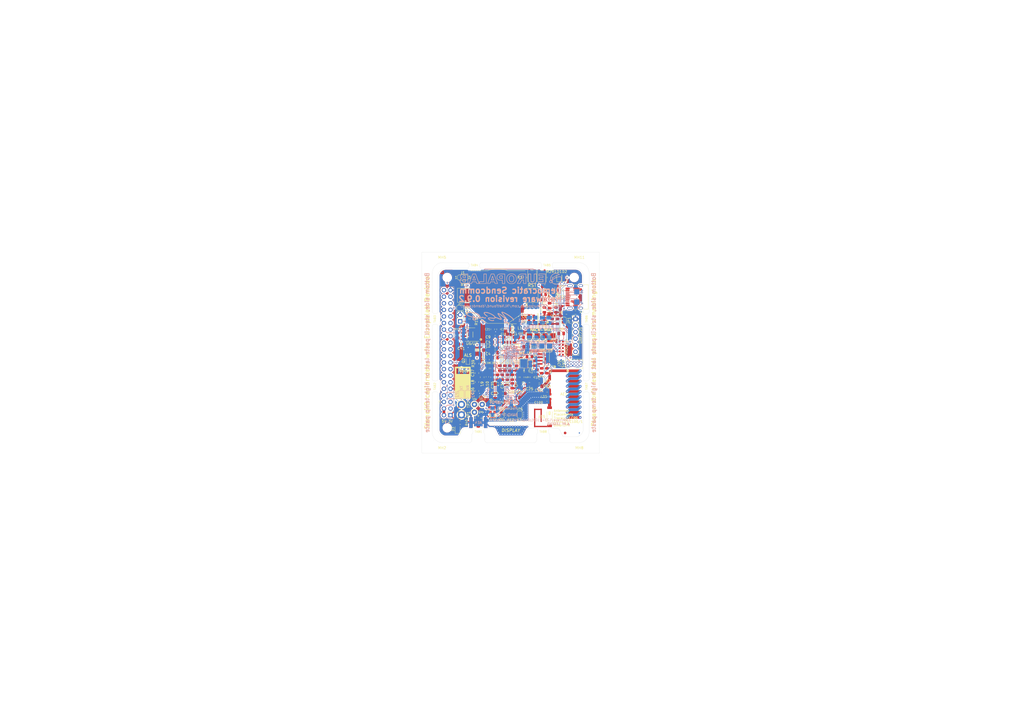
<source format=kicad_pcb>
(kicad_pcb (version 20171130) (host pcbnew 5.1.5+dfsg1-2build2)

  (general
    (thickness 1.6)
    (drawings 193)
    (tracks 1497)
    (zones 0)
    (modules 157)
    (nets 130)
  )

  (page A3)
  (title_block
    (title "Democratic Sendcomm")
    (date 2020-12-26)
    (rev 0.9.2)
    (company "Europalab Devices")
    (comment 1 "Copyright © 2020, Europalab Devices")
    (comment 2 "Fulfilling requirements of 20200210")
    (comment 3 "Pending quality assurance testing")
    (comment 4 "Release revision for manufacturing")
  )

  (layers
    (0 F.Cu signal)
    (1 In1.Cu power)
    (2 In2.Cu power)
    (31 B.Cu signal)
    (34 B.Paste user)
    (35 F.Paste user)
    (36 B.SilkS user)
    (37 F.SilkS user)
    (38 B.Mask user)
    (39 F.Mask user)
    (40 Dwgs.User user)
    (41 Cmts.User user)
    (44 Edge.Cuts user)
    (45 Margin user)
    (46 B.CrtYd user)
    (47 F.CrtYd user)
    (48 B.Fab user)
    (49 F.Fab user)
  )

  (setup
    (last_trace_width 0.127)
    (user_trace_width 0.1016)
    (user_trace_width 0.127)
    (user_trace_width 0.2)
    (user_trace_width 0.4)
    (user_trace_width 1.016)
    (trace_clearance 0.127)
    (zone_clearance 0.508)
    (zone_45_only no)
    (trace_min 0.09)
    (via_size 0.6)
    (via_drill 0.3)
    (via_min_size 0.356)
    (via_min_drill 0.2)
    (user_via 0.356 0.2)
    (user_via 0.45 0.2)
    (uvia_size 0.45)
    (uvia_drill 0.1)
    (uvias_allowed no)
    (uvia_min_size 0.45)
    (uvia_min_drill 0.1)
    (edge_width 0.05)
    (segment_width 0.1)
    (pcb_text_width 0.25)
    (pcb_text_size 1 1)
    (mod_edge_width 0.15)
    (mod_text_size 1 1)
    (mod_text_width 0.15)
    (pad_size 2 2)
    (pad_drill 0)
    (pad_to_mask_clearance 0)
    (aux_axis_origin 0 0)
    (visible_elements 7FFFFFFF)
    (pcbplotparams
      (layerselection 0x313fc_ffffffff)
      (usegerberextensions true)
      (usegerberattributes false)
      (usegerberadvancedattributes false)
      (creategerberjobfile false)
      (excludeedgelayer true)
      (linewidth 0.150000)
      (plotframeref false)
      (viasonmask false)
      (mode 1)
      (useauxorigin false)
      (hpglpennumber 1)
      (hpglpenspeed 20)
      (hpglpendiameter 15.000000)
      (psnegative false)
      (psa4output false)
      (plotreference true)
      (plotvalue true)
      (plotinvisibletext false)
      (padsonsilk false)
      (subtractmaskfromsilk false)
      (outputformat 1)
      (mirror false)
      (drillshape 0)
      (scaleselection 1)
      (outputdirectory "fabsingle"))
  )

  (net 0 "")
  (net 1 GND)
  (net 2 "Net-(AE1-Pad1)")
  (net 3 /Sheet5F53D5B4/RFSWPWR)
  (net 4 "Net-(C8-Pad1)")
  (net 5 /Sheet5F53D5B4/POWAMP)
  (net 6 "Net-(C13-Pad1)")
  (net 7 /Sheet5F53D5B4/HFOUT)
  (net 8 +3V3)
  (net 9 "Net-(C29-Pad1)")
  (net 10 /Sheet5F53D5B4/HPOUT)
  (net 11 /Sheet5F53D5B4/HFIN)
  (net 12 /Sheet5F53D5B4/BANDSEL)
  (net 13 "Net-(BT1-Pad1)")
  (net 14 /Sheet5F53D5B4/USB_BUS)
  (net 15 "Net-(C33-Pad1)")
  (net 16 "Net-(C34-Pad1)")
  (net 17 /Sheet5F53D5B4/CMDRST)
  (net 18 "Net-(D1-Pad2)")
  (net 19 "Net-(D1-Pad1)")
  (net 20 "Net-(D2-Pad1)")
  (net 21 "Net-(D2-Pad2)")
  (net 22 /Sheet5F53D5B4/USB_P)
  (net 23 /Sheet5F53D5B4/USB_N)
  (net 24 /Sheet60040980/ID_SD)
  (net 25 /Sheet60040980/ID_SC)
  (net 26 /Sheet5F53D5B4/SWDCLK)
  (net 27 "Net-(J3-Pad7)")
  (net 28 "Net-(J3-Pad8)")
  (net 29 "Net-(J4-Pad6)")
  (net 30 /Sheet5F53D5B4/CN_VBAT)
  (net 31 /Sheet5F53D5B4/XCEIV)
  (net 32 "Net-(AE5-Pad2)")
  (net 33 "Net-(C1-Pad1)")
  (net 34 "Net-(C7-Pad1)")
  (net 35 "Net-(C14-Pad1)")
  (net 36 "Net-(C17-Pad1)")
  (net 37 "Net-(C18-Pad2)")
  (net 38 "Net-(C19-Pad2)")
  (net 39 "Net-(C23-Pad2)")
  (net 40 "Net-(C23-Pad1)")
  (net 41 "Net-(C24-Pad1)")
  (net 42 "Net-(C24-Pad2)")
  (net 43 "Net-(C29-Pad2)")
  (net 44 "Net-(C33-Pad2)")
  (net 45 "Net-(C35-Pad2)")
  (net 46 "Net-(C40-Pad1)")
  (net 47 "Net-(J2-PadB5)")
  (net 48 "Net-(J2-PadA8)")
  (net 49 "Net-(J2-PadA5)")
  (net 50 "Net-(J2-PadB8)")
  (net 51 "Net-(J3-Pad2)")
  (net 52 "Net-(J3-Pad3)")
  (net 53 "Net-(J3-Pad5)")
  (net 54 "Net-(J3-Pad10)")
  (net 55 "Net-(J3-Pad11)")
  (net 56 "Net-(J3-Pad12)")
  (net 57 "Net-(J3-Pad13)")
  (net 58 "Net-(J3-Pad15)")
  (net 59 "Net-(J3-Pad16)")
  (net 60 "Net-(J3-Pad18)")
  (net 61 "Net-(J3-Pad19)")
  (net 62 "Net-(J3-Pad21)")
  (net 63 "Net-(J3-Pad22)")
  (net 64 "Net-(J3-Pad23)")
  (net 65 "Net-(J3-Pad24)")
  (net 66 "Net-(J3-Pad26)")
  (net 67 "Net-(J3-Pad29)")
  (net 68 "Net-(J3-Pad31)")
  (net 69 "Net-(J3-Pad32)")
  (net 70 "Net-(J3-Pad33)")
  (net 71 "Net-(J3-Pad35)")
  (net 72 "Net-(J3-Pad36)")
  (net 73 "Net-(J3-Pad38)")
  (net 74 "Net-(J3-Pad40)")
  (net 75 "Net-(J4-Pad7)")
  (net 76 "Net-(J4-Pad8)")
  (net 77 "Net-(J5-Pad2)")
  (net 78 "Net-(J5-Pad3)")
  (net 79 "Net-(J5-Pad6)")
  (net 80 "Net-(J6-Pad1)")
  (net 81 "Net-(L1-Pad2)")
  (net 82 "Net-(R3-Pad1)")
  (net 83 "Net-(R4-Pad1)")
  (net 84 "Net-(R4-Pad2)")
  (net 85 "Net-(U2-Pad5)")
  (net 86 "Net-(U3-PadG1)")
  (net 87 "Net-(U3-PadH1)")
  (net 88 "Net-(U3-PadE3)")
  (net 89 "Net-(U3-PadE4)")
  (net 90 "Net-(U3-PadF4)")
  (net 91 "Net-(U3-PadC7)")
  (net 92 "Net-(U3-PadD7)")
  (net 93 "Net-(U5-Pad3)")
  (net 94 "Net-(U5-Pad4)")
  (net 95 "Net-(U8-Pad7)")
  (net 96 "Net-(U8-Pad3)")
  (net 97 "Net-(U8-Pad2)")
  (net 98 "Net-(U8-Pad1)")
  (net 99 "Net-(U9-Pad1)")
  (net 100 "Net-(U9-Pad2)")
  (net 101 "Net-(U9-Pad3)")
  (net 102 "Net-(U9-Pad7)")
  (net 103 /Sheet5F53D5B4/SWDIO)
  (net 104 "Net-(AE2-Pad1)")
  (net 105 "Net-(AE4-Pad1)")
  (net 106 "Net-(AE5-Pad1)")
  (net 107 "Net-(J6-Pad2)")
  (net 108 "Net-(J6-Pad3)")
  (net 109 "Net-(J6-Pad4)")
  (net 110 "Net-(J7-Pad1)")
  (net 111 "Net-(C95-Pad1)")
  (net 112 /TP_SCL)
  (net 113 /TP_SDA)
  (net 114 "Net-(J20-Pad6)")
  (net 115 "Net-(J20-Pad7)")
  (net 116 "Net-(J20-Pad8)")
  (net 117 "Net-(Q2-Pad2)")
  (net 118 EXT_UART_TX)
  (net 119 EXT_UART_RX)
  (net 120 USB_TST)
  (net 121 "Net-(TP13-Pad1)")
  (net 122 "Net-(C94-Pad2)")
  (net 123 /Sheet5F53D5B4/CRY_XIN-RSVD)
  (net 124 /Sheet5F53D5B4/CRY_XOUT-RSVD)
  (net 125 "Net-(C97-Pad1)")
  (net 126 "Net-(C101-Pad1)")
  (net 127 "Net-(D3-Pad2)")
  (net 128 "Net-(JP4-Pad1)")
  (net 129 "Net-(U3-PadE5)")

  (net_class Default "This is the default net class."
    (clearance 0.127)
    (trace_width 0.127)
    (via_dia 0.6)
    (via_drill 0.3)
    (uvia_dia 0.45)
    (uvia_drill 0.1)
    (add_net +3V3)
    (add_net /Sheet5F53D5B4/BANDSEL)
    (add_net /Sheet5F53D5B4/CMDRST)
    (add_net /Sheet5F53D5B4/CN_VBAT)
    (add_net /Sheet5F53D5B4/CRY_XIN-RSVD)
    (add_net /Sheet5F53D5B4/CRY_XOUT-RSVD)
    (add_net /Sheet5F53D5B4/HFIN)
    (add_net /Sheet5F53D5B4/HFOUT)
    (add_net /Sheet5F53D5B4/HPOUT)
    (add_net /Sheet5F53D5B4/POWAMP)
    (add_net /Sheet5F53D5B4/RFSWPWR)
    (add_net /Sheet5F53D5B4/SWDCLK)
    (add_net /Sheet5F53D5B4/SWDIO)
    (add_net /Sheet5F53D5B4/USB_BUS)
    (add_net /Sheet5F53D5B4/USB_N)
    (add_net /Sheet5F53D5B4/USB_P)
    (add_net /Sheet5F53D5B4/XCEIV)
    (add_net /Sheet60040980/ID_SC)
    (add_net /Sheet60040980/ID_SD)
    (add_net /TP_SCL)
    (add_net /TP_SDA)
    (add_net EXT_UART_RX)
    (add_net EXT_UART_TX)
    (add_net GND)
    (add_net "Net-(AE1-Pad1)")
    (add_net "Net-(AE2-Pad1)")
    (add_net "Net-(AE4-Pad1)")
    (add_net "Net-(AE5-Pad1)")
    (add_net "Net-(AE5-Pad2)")
    (add_net "Net-(BT1-Pad1)")
    (add_net "Net-(C1-Pad1)")
    (add_net "Net-(C101-Pad1)")
    (add_net "Net-(C13-Pad1)")
    (add_net "Net-(C14-Pad1)")
    (add_net "Net-(C17-Pad1)")
    (add_net "Net-(C18-Pad2)")
    (add_net "Net-(C19-Pad2)")
    (add_net "Net-(C23-Pad1)")
    (add_net "Net-(C23-Pad2)")
    (add_net "Net-(C24-Pad1)")
    (add_net "Net-(C24-Pad2)")
    (add_net "Net-(C29-Pad1)")
    (add_net "Net-(C29-Pad2)")
    (add_net "Net-(C33-Pad1)")
    (add_net "Net-(C33-Pad2)")
    (add_net "Net-(C34-Pad1)")
    (add_net "Net-(C35-Pad2)")
    (add_net "Net-(C40-Pad1)")
    (add_net "Net-(C7-Pad1)")
    (add_net "Net-(C8-Pad1)")
    (add_net "Net-(C94-Pad2)")
    (add_net "Net-(C95-Pad1)")
    (add_net "Net-(C97-Pad1)")
    (add_net "Net-(D1-Pad1)")
    (add_net "Net-(D1-Pad2)")
    (add_net "Net-(D2-Pad1)")
    (add_net "Net-(D2-Pad2)")
    (add_net "Net-(D3-Pad2)")
    (add_net "Net-(J2-PadA5)")
    (add_net "Net-(J2-PadA8)")
    (add_net "Net-(J2-PadB5)")
    (add_net "Net-(J2-PadB8)")
    (add_net "Net-(J20-Pad6)")
    (add_net "Net-(J20-Pad7)")
    (add_net "Net-(J20-Pad8)")
    (add_net "Net-(J3-Pad10)")
    (add_net "Net-(J3-Pad11)")
    (add_net "Net-(J3-Pad12)")
    (add_net "Net-(J3-Pad13)")
    (add_net "Net-(J3-Pad15)")
    (add_net "Net-(J3-Pad16)")
    (add_net "Net-(J3-Pad18)")
    (add_net "Net-(J3-Pad19)")
    (add_net "Net-(J3-Pad2)")
    (add_net "Net-(J3-Pad21)")
    (add_net "Net-(J3-Pad22)")
    (add_net "Net-(J3-Pad23)")
    (add_net "Net-(J3-Pad24)")
    (add_net "Net-(J3-Pad26)")
    (add_net "Net-(J3-Pad29)")
    (add_net "Net-(J3-Pad3)")
    (add_net "Net-(J3-Pad31)")
    (add_net "Net-(J3-Pad32)")
    (add_net "Net-(J3-Pad33)")
    (add_net "Net-(J3-Pad35)")
    (add_net "Net-(J3-Pad36)")
    (add_net "Net-(J3-Pad38)")
    (add_net "Net-(J3-Pad40)")
    (add_net "Net-(J3-Pad5)")
    (add_net "Net-(J3-Pad7)")
    (add_net "Net-(J3-Pad8)")
    (add_net "Net-(J4-Pad6)")
    (add_net "Net-(J4-Pad7)")
    (add_net "Net-(J4-Pad8)")
    (add_net "Net-(J5-Pad2)")
    (add_net "Net-(J5-Pad3)")
    (add_net "Net-(J5-Pad6)")
    (add_net "Net-(J6-Pad1)")
    (add_net "Net-(J6-Pad2)")
    (add_net "Net-(J6-Pad3)")
    (add_net "Net-(J6-Pad4)")
    (add_net "Net-(J7-Pad1)")
    (add_net "Net-(JP4-Pad1)")
    (add_net "Net-(L1-Pad2)")
    (add_net "Net-(Q2-Pad2)")
    (add_net "Net-(R3-Pad1)")
    (add_net "Net-(R4-Pad1)")
    (add_net "Net-(R4-Pad2)")
    (add_net "Net-(TP13-Pad1)")
    (add_net "Net-(U2-Pad5)")
    (add_net "Net-(U3-PadC7)")
    (add_net "Net-(U3-PadD7)")
    (add_net "Net-(U3-PadE3)")
    (add_net "Net-(U3-PadE4)")
    (add_net "Net-(U3-PadE5)")
    (add_net "Net-(U3-PadF4)")
    (add_net "Net-(U3-PadG1)")
    (add_net "Net-(U3-PadH1)")
    (add_net "Net-(U5-Pad3)")
    (add_net "Net-(U5-Pad4)")
    (add_net "Net-(U8-Pad1)")
    (add_net "Net-(U8-Pad2)")
    (add_net "Net-(U8-Pad3)")
    (add_net "Net-(U8-Pad7)")
    (add_net "Net-(U9-Pad1)")
    (add_net "Net-(U9-Pad2)")
    (add_net "Net-(U9-Pad3)")
    (add_net "Net-(U9-Pad7)")
    (add_net USB_TST)
  )

  (net_class Power ""
    (clearance 0.2)
    (trace_width 0.5)
    (via_dia 1)
    (via_drill 0.7)
    (uvia_dia 0.5)
    (uvia_drill 0.1)
  )

  (module Capacitor_SMD:C_0805_2012Metric (layer F.Cu) (tedit 5B36C52B) (tstamp 5F6870D5)
    (at 202 170.0625 270)
    (descr "Capacitor SMD 0805 (2012 Metric), square (rectangular) end terminal, IPC_7351 nominal, (Body size source: https://docs.google.com/spreadsheets/d/1BsfQQcO9C6DZCsRaXUlFlo91Tg2WpOkGARC1WS5S8t0/edit?usp=sharing), generated with kicad-footprint-generator")
    (tags capacitor)
    (path /5F5C0728/5F5D6DA0)
    (attr smd)
    (fp_text reference C30 (at 2.9375 0 90) (layer F.SilkS)
      (effects (font (size 0.875 0.875) (thickness 0.125)))
    )
    (fp_text value 2,7pF (at 0 1.65 90) (layer F.Fab)
      (effects (font (size 1 1) (thickness 0.15)))
    )
    (fp_text user %R (at 0 0 90) (layer F.Fab)
      (effects (font (size 0.5 0.5) (thickness 0.08)))
    )
    (fp_line (start 1.68 0.95) (end -1.68 0.95) (layer F.CrtYd) (width 0.05))
    (fp_line (start 1.68 -0.95) (end 1.68 0.95) (layer F.CrtYd) (width 0.05))
    (fp_line (start -1.68 -0.95) (end 1.68 -0.95) (layer F.CrtYd) (width 0.05))
    (fp_line (start -1.68 0.95) (end -1.68 -0.95) (layer F.CrtYd) (width 0.05))
    (fp_line (start -0.258578 0.71) (end 0.258578 0.71) (layer F.SilkS) (width 0.12))
    (fp_line (start -0.258578 -0.71) (end 0.258578 -0.71) (layer F.SilkS) (width 0.12))
    (fp_line (start 1 0.6) (end -1 0.6) (layer F.Fab) (width 0.1))
    (fp_line (start 1 -0.6) (end 1 0.6) (layer F.Fab) (width 0.1))
    (fp_line (start -1 -0.6) (end 1 -0.6) (layer F.Fab) (width 0.1))
    (fp_line (start -1 0.6) (end -1 -0.6) (layer F.Fab) (width 0.1))
    (pad 2 smd roundrect (at 0.9375 0 270) (size 0.975 1.4) (layers F.Cu F.Paste F.Mask) (roundrect_rratio 0.25)
      (net 1 GND))
    (pad 1 smd roundrect (at -0.9375 0 270) (size 0.975 1.4) (layers F.Cu F.Paste F.Mask) (roundrect_rratio 0.25)
      (net 9 "Net-(C29-Pad1)"))
    (model ${KISYS3DMOD}/Capacitor_SMD.3dshapes/C_0805_2012Metric.wrl
      (at (xyz 0 0 0))
      (scale (xyz 1 1 1))
      (rotate (xyz 0 0 0))
    )
  )

  (module Connector_Coaxial:SMA_Samtec_SMA-J-P-X-ST-EM1_EdgeMount (layer F.Cu) (tedit 5FE90BFC) (tstamp 5F686FA8)
    (at 197.5 175)
    (descr "Connector SMA, 0Hz to 20GHz, 50Ohm, Edge Mount (http://suddendocs.samtec.com/prints/sma-j-p-x-st-em1-mkt.pdf)")
    (tags "SMA Straight Samtec Edge Mount")
    (path /5F5C0728/6000659E)
    (attr smd)
    (fp_text reference AE4 (at 0 0 unlocked) (layer B.SilkS)
      (effects (font (size 1 1) (thickness 0.15)) (justify mirror))
    )
    (fp_text value Antenna_Shield (at 0 13) (layer F.Fab)
      (effects (font (size 1 1) (thickness 0.15)))
    )
    (fp_text user "Board Thickness: 1.57mm" (at 0 -5.45) (layer Cmts.User)
      (effects (font (size 1 1) (thickness 0.15)))
    )
    (fp_line (start 0.84 -1.71) (end 1.95 -1.71) (layer F.SilkS) (width 0.12))
    (fp_line (start -1.95 -1.71) (end -0.84 -1.71) (layer F.SilkS) (width 0.12))
    (fp_line (start 0.84 2) (end 1.95 2) (layer F.SilkS) (width 0.12))
    (fp_line (start -1.95 2) (end -0.84 2) (layer F.SilkS) (width 0.12))
    (fp_line (start 3.68 2.6) (end 3.68 12.12) (layer B.CrtYd) (width 0.05))
    (fp_line (start 4 2.6) (end 3.68 2.6) (layer B.CrtYd) (width 0.05))
    (fp_line (start -3.68 12.12) (end -3.68 2.6) (layer B.CrtYd) (width 0.05))
    (fp_line (start -3.68 2.6) (end -4 2.6) (layer B.CrtYd) (width 0.05))
    (fp_line (start 3.68 2.6) (end 3.68 12.12) (layer F.CrtYd) (width 0.05))
    (fp_line (start 3.68 2.6) (end 4 2.6) (layer F.CrtYd) (width 0.05))
    (fp_line (start -3.68 12.12) (end -3.68 2.6) (layer F.CrtYd) (width 0.05))
    (fp_line (start -3.68 2.6) (end -4 2.6) (layer F.CrtYd) (width 0.05))
    (fp_text user "PCB Edge" (at 0 2.6) (layer Dwgs.User)
      (effects (font (size 0.5 0.5) (thickness 0.1)))
    )
    (fp_line (start 4.1 2.1) (end -4.1 2.1) (layer Dwgs.User) (width 0.1))
    (fp_line (start -3.175 -1.71) (end -3.175 11.62) (layer F.Fab) (width 0.1))
    (fp_line (start -2.365 -1.71) (end -3.175 -1.71) (layer F.Fab) (width 0.1))
    (fp_line (start -2.365 2.1) (end -2.365 -1.71) (layer F.Fab) (width 0.1))
    (fp_line (start 2.365 2.1) (end -2.365 2.1) (layer F.Fab) (width 0.1))
    (fp_line (start 2.365 -1.71) (end 2.365 2.1) (layer F.Fab) (width 0.1))
    (fp_line (start 3.175 -1.71) (end 2.365 -1.71) (layer F.Fab) (width 0.1))
    (fp_line (start 3.175 -1.71) (end 3.175 11.62) (layer F.Fab) (width 0.1))
    (fp_line (start 3.165 11.62) (end -3.165 11.62) (layer F.Fab) (width 0.1))
    (fp_line (start -4 -2.6) (end 4 -2.6) (layer B.CrtYd) (width 0.05))
    (fp_line (start -4 2.6) (end -4 -2.6) (layer B.CrtYd) (width 0.05))
    (fp_line (start 3.68 12.12) (end -3.68 12.12) (layer B.CrtYd) (width 0.05))
    (fp_line (start 4 2.6) (end 4 -2.6) (layer B.CrtYd) (width 0.05))
    (fp_line (start -4 -2.6) (end 4 -2.6) (layer F.CrtYd) (width 0.05))
    (fp_line (start -4 2.6) (end -4 -2.6) (layer F.CrtYd) (width 0.05))
    (fp_line (start 3.68 12.12) (end -3.68 12.12) (layer F.CrtYd) (width 0.05))
    (fp_line (start 4 2.6) (end 4 -2.6) (layer F.CrtYd) (width 0.05))
    (fp_text user %R (at 0 4.29 180) (layer F.Fab)
      (effects (font (size 1 1) (thickness 0.15)))
    )
    (fp_line (start 0.64 2.1) (end 0 3.1) (layer F.Fab) (width 0.1))
    (fp_line (start 0 3.1) (end -0.64 2.1) (layer F.Fab) (width 0.1))
    (fp_line (start 0 -2.26) (end 0.25 -2.76) (layer F.SilkS) (width 0.12))
    (fp_line (start 0.25 -2.76) (end -0.25 -2.76) (layer F.SilkS) (width 0.12))
    (fp_line (start -0.25 -2.76) (end 0 -2.26) (layer F.SilkS) (width 0.12))
    (pad 1 smd rect (at 0 0.2) (size 1.27 3.6) (layers F.Cu F.Mask)
      (net 105 "Net-(AE4-Pad1)"))
    (pad 2 smd rect (at 2.825 0) (size 1.35 4.2) (layers F.Cu F.Mask)
      (net 1 GND))
    (pad 2 smd rect (at -2.825 0) (size 1.35 4.2) (layers F.Cu F.Mask)
      (net 1 GND))
    (pad 2 smd rect (at 2.825 0) (size 1.35 4.2) (layers B.Cu B.Mask)
      (net 1 GND))
    (pad 2 smd rect (at -2.825 0) (size 1.35 4.2) (layers B.Cu B.Mask)
      (net 1 GND))
    (model ${KISYS3DMOD}/Connector_Coaxial.3dshapes/SMA_Samtec_SMA-J-P-X-ST-EM1_EdgeMount.wrl
      (at (xyz 0 0 0))
      (scale (xyz 1 1 1))
      (rotate (xyz 0 0 0))
    )
    (model ${KIPRJMOD}/modules/packages3d/RF_Antenna.3dshapes/SMA-J-P-H-ST-EM1.wrl
      (offset (xyz 0 -4 0.5))
      (scale (xyz 0.4 0.4 0.4))
      (rotate (xyz 180 -90 0))
    )
  )

  (module Connector_PinHeader_2.54mm:PinHeader_1x06_P2.54mm_Vertical (layer F.Cu) (tedit 59FED5CC) (tstamp 5FF83409)
    (at 235 135)
    (descr "Through hole straight pin header, 1x06, 2.54mm pitch, single row")
    (tags "Through hole pin header THT 1x06 2.54mm single row")
    (path /60040981/6006812D)
    (fp_text reference J5 (at 2 5 90) (layer F.SilkS)
      (effects (font (size 1 1) (thickness 0.15)) (justify left))
    )
    (fp_text value Conn_01x06_Male (at 4.385 14.97) (layer F.Fab)
      (effects (font (size 1 1) (thickness 0.15)))
    )
    (fp_text user %R (at 2.77 6.35 90) (layer F.Fab)
      (effects (font (size 1 1) (thickness 0.15)))
    )
    (fp_line (start 1.8 -1.8) (end -1.8 -1.8) (layer F.CrtYd) (width 0.05))
    (fp_line (start 1.8 14.5) (end 1.8 -1.8) (layer F.CrtYd) (width 0.05))
    (fp_line (start -1.8 14.5) (end 1.8 14.5) (layer F.CrtYd) (width 0.05))
    (fp_line (start -1.8 -1.8) (end -1.8 14.5) (layer F.CrtYd) (width 0.05))
    (fp_line (start -1.33 -1.33) (end 0 -1.33) (layer F.SilkS) (width 0.12))
    (fp_line (start -1.33 0) (end -1.33 -1.33) (layer F.SilkS) (width 0.12))
    (fp_line (start -1.33 1.27) (end 1.33 1.27) (layer F.SilkS) (width 0.12))
    (fp_line (start 1.33 1.27) (end 1.33 14.03) (layer F.SilkS) (width 0.12))
    (fp_line (start -1.33 1.27) (end -1.33 14.03) (layer F.SilkS) (width 0.12))
    (fp_line (start -1.33 14.03) (end 1.33 14.03) (layer F.SilkS) (width 0.12))
    (fp_line (start -1.27 -0.635) (end -0.635 -1.27) (layer F.Fab) (width 0.1))
    (fp_line (start -1.27 13.97) (end -1.27 -0.635) (layer F.Fab) (width 0.1))
    (fp_line (start 1.27 13.97) (end -1.27 13.97) (layer F.Fab) (width 0.1))
    (fp_line (start 1.27 -1.27) (end 1.27 13.97) (layer F.Fab) (width 0.1))
    (fp_line (start -0.635 -1.27) (end 1.27 -1.27) (layer F.Fab) (width 0.1))
    (pad 6 thru_hole oval (at 0 12.7) (size 1.7 1.7) (drill 1) (layers *.Cu *.Mask)
      (net 79 "Net-(J5-Pad6)"))
    (pad 5 thru_hole oval (at 0 10.16) (size 1.7 1.7) (drill 1) (layers *.Cu *.Mask)
      (net 118 EXT_UART_TX))
    (pad 4 thru_hole oval (at 0 7.62) (size 1.7 1.7) (drill 1) (layers *.Cu *.Mask)
      (net 119 EXT_UART_RX))
    (pad 3 thru_hole oval (at 0 5.08) (size 1.7 1.7) (drill 1) (layers *.Cu *.Mask)
      (net 78 "Net-(J5-Pad3)"))
    (pad 2 thru_hole oval (at 0 2.54) (size 1.7 1.7) (drill 1) (layers *.Cu *.Mask)
      (net 77 "Net-(J5-Pad2)"))
    (pad 1 thru_hole rect (at 0 0) (size 1.7 1.7) (drill 1) (layers *.Cu *.Mask)
      (net 1 GND))
    (model ${KISYS3DMOD}/Connector_PinHeader_2.54mm.3dshapes/PinHeader_1x06_P2.54mm_Vertical.wrl
      (at (xyz 0 0 0))
      (scale (xyz 1 1 1))
      (rotate (xyz 0 0 0))
    )
  )

  (module RF_Antenna:Texas_SWRA416_868MHz_915MHz (layer F.Cu) (tedit 5CF40AFD) (tstamp 5F686F31)
    (at 231 164 270)
    (descr http://www.ti.com/lit/an/swra416/swra416.pdf)
    (tags "PCB antenna")
    (path /5F5C0728/60008187)
    (attr smd)
    (fp_text reference AE1 (at 0 0.5 180) (layer F.SilkS)
      (effects (font (size 1 1) (thickness 0.15)))
    )
    (fp_text value Antenna (at 0.1 -7.6 90) (layer F.Fab)
      (effects (font (size 1 1) (thickness 0.15)))
    )
    (fp_line (start 9.7 2.1) (end 6.2 5.7) (layer Dwgs.User) (width 0.12))
    (fp_line (start 9.7 0.1) (end 4.3 5.7) (layer Dwgs.User) (width 0.12))
    (fp_line (start 9.7 -1.9) (end 2.3 5.7) (layer Dwgs.User) (width 0.12))
    (fp_line (start 9.7 -3.9) (end 0.2 5.7) (layer Dwgs.User) (width 0.12))
    (fp_line (start 9.7 -5.9) (end -1.8 5.7) (layer Dwgs.User) (width 0.12))
    (fp_line (start 8.3 -6.5) (end -3.8 5.7) (layer Dwgs.User) (width 0.12))
    (fp_line (start 6.3 -6.5) (end -5.8 5.7) (layer Dwgs.User) (width 0.12))
    (fp_line (start 4.3 -6.5) (end -7.8 5.7) (layer Dwgs.User) (width 0.12))
    (fp_line (start -9.7 5.5) (end 2.3 -6.5) (layer Dwgs.User) (width 0.12))
    (fp_line (start -9.7 3.5) (end 0.3 -6.5) (layer Dwgs.User) (width 0.12))
    (fp_line (start -9.7 1.5) (end -1.7 -6.5) (layer Dwgs.User) (width 0.12))
    (fp_line (start -9.7 -0.5) (end -3.7 -6.5) (layer Dwgs.User) (width 0.12))
    (fp_line (start -9.7 -2.5) (end -5.7 -6.5) (layer Dwgs.User) (width 0.12))
    (fp_line (start -9.7 -4.5) (end -7.7 -6.5) (layer Dwgs.User) (width 0.12))
    (fp_line (start 9.7 -6.5) (end -9.7 -6.5) (layer Dwgs.User) (width 0.15))
    (fp_line (start 9.7 5.7) (end 9.7 -6.5) (layer Dwgs.User) (width 0.15))
    (fp_line (start -9.7 5.7) (end 9.7 5.7) (layer Dwgs.User) (width 0.15))
    (fp_line (start -9.7 -6.5) (end -9.7 5.7) (layer Dwgs.User) (width 0.15))
    (fp_line (start 7 -5.8) (end 8 -4.8) (layer B.Cu) (width 1))
    (fp_line (start 8 -1.8) (end 9 -0.8) (layer B.Cu) (width 1))
    (fp_line (start 8 -4.8) (end 8 -1.8) (layer B.Cu) (width 1))
    (fp_line (start 9 -5.8) (end 9 -0.8) (layer F.Cu) (width 1))
    (fp_line (start 5 -5.8) (end 6 -4.8) (layer B.Cu) (width 1))
    (fp_line (start 6 -1.8) (end 7 -0.8) (layer B.Cu) (width 1))
    (fp_line (start 6 -4.8) (end 6 -1.8) (layer B.Cu) (width 1))
    (fp_line (start 7 -5.8) (end 7 -0.8) (layer F.Cu) (width 1))
    (fp_line (start 3 -5.8) (end 4 -4.8) (layer B.Cu) (width 1))
    (fp_line (start 4 -1.8) (end 5 -0.8) (layer B.Cu) (width 1))
    (fp_line (start 4 -4.8) (end 4 -1.8) (layer B.Cu) (width 1))
    (fp_line (start 5 -5.8) (end 5 -0.8) (layer F.Cu) (width 1))
    (fp_line (start 1 -5.8) (end 2 -4.8) (layer B.Cu) (width 1))
    (fp_line (start 2 -1.8) (end 3 -0.8) (layer B.Cu) (width 1))
    (fp_line (start 2 -4.8) (end 2 -1.8) (layer B.Cu) (width 1))
    (fp_line (start 3 -5.8) (end 3 -0.8) (layer F.Cu) (width 1))
    (fp_line (start -1 -5.8) (end 0 -4.8) (layer B.Cu) (width 1))
    (fp_line (start 0 -1.8) (end 1 -0.8) (layer B.Cu) (width 1))
    (fp_line (start 0 -4.8) (end 0 -1.8) (layer B.Cu) (width 1))
    (fp_line (start 1 -5.8) (end 1 -0.8) (layer F.Cu) (width 1))
    (fp_line (start -3 -5.8) (end -2 -4.8) (layer B.Cu) (width 1))
    (fp_line (start -2 -1.8) (end -1 -0.8) (layer B.Cu) (width 1))
    (fp_line (start -2 -4.8) (end -2 -1.8) (layer B.Cu) (width 1))
    (fp_line (start -1 -5.8) (end -1 -0.8) (layer F.Cu) (width 1))
    (fp_line (start -4 -4.8) (end -4 -1.8) (layer B.Cu) (width 1))
    (fp_line (start -5 -5.8) (end -4 -4.8) (layer B.Cu) (width 1))
    (fp_line (start -4 -1.8) (end -3 -0.8) (layer B.Cu) (width 1))
    (fp_line (start -3 -5.8) (end -3 -0.8) (layer F.Cu) (width 1))
    (fp_line (start -6 -4.8) (end -6 -1.8) (layer B.Cu) (width 1))
    (fp_line (start -7 -5.8) (end -6 -4.8) (layer B.Cu) (width 1))
    (fp_line (start -6 -1.8) (end -5 -0.8) (layer B.Cu) (width 1))
    (fp_line (start -5 -5.8) (end -5 -0.8) (layer F.Cu) (width 1))
    (fp_line (start -7 -5.8) (end -7 -0.8) (layer F.Cu) (width 1))
    (fp_line (start -9 5.2) (end -9 -5.8) (layer F.Cu) (width 1))
    (fp_line (start -9 -5.8) (end -8 -4.8) (layer B.Cu) (width 1))
    (fp_line (start -8 -4.8) (end -8 -1.8) (layer B.Cu) (width 1))
    (fp_line (start -8 -1.8) (end -7 -0.8) (layer B.Cu) (width 1))
    (fp_line (start 9.7 4.1) (end 8.2 5.7) (layer Dwgs.User) (width 0.12))
    (fp_line (start -9.9 -6.7) (end -9.9 5.9) (layer F.CrtYd) (width 0.05))
    (fp_line (start -9.9 5.9) (end 9.9 5.9) (layer F.CrtYd) (width 0.05))
    (fp_line (start 9.9 5.9) (end 9.9 -6.7) (layer F.CrtYd) (width 0.05))
    (fp_line (start 9.9 -6.7) (end -9.9 -6.7) (layer F.CrtYd) (width 0.05))
    (fp_line (start 9.9 -6.7) (end -9.9 -6.7) (layer B.CrtYd) (width 0.05))
    (fp_line (start 9.9 5.9) (end 9.9 -6.7) (layer B.CrtYd) (width 0.05))
    (fp_line (start -9.9 -6.7) (end -9.9 5.9) (layer B.CrtYd) (width 0.05))
    (fp_line (start -9.9 5.9) (end 9.9 5.9) (layer B.CrtYd) (width 0.05))
    (fp_text user "KEEP-OUT ZONE" (at 1 -2.8 90) (layer Cmts.User)
      (effects (font (size 1 1) (thickness 0.15)))
    )
    (fp_text user "No metal, traces or " (at 1 0.2 90) (layer Cmts.User)
      (effects (font (size 1 1) (thickness 0.15)))
    )
    (fp_text user "any components on" (at 1 2.2 90) (layer Cmts.User)
      (effects (font (size 1 1) (thickness 0.15)))
    )
    (fp_text user " any PCB layer." (at 1 4.2 90) (layer Cmts.User)
      (effects (font (size 1 1) (thickness 0.15)))
    )
    (fp_text user %R (at -0.4 6.6 90) (layer F.Fab)
      (effects (font (size 1 1) (thickness 0.15)))
    )
    (pad "" thru_hole circle (at 9 -0.8 90) (size 1 1) (drill 0.4) (layers *.Cu))
    (pad "" thru_hole circle (at 9 -5.8 90) (size 1 1) (drill 0.4) (layers *.Cu))
    (pad "" thru_hole circle (at 7 -5.8 90) (size 1 1) (drill 0.4) (layers *.Cu))
    (pad "" thru_hole circle (at 7 -0.8 90) (size 1 1) (drill 0.4) (layers *.Cu))
    (pad "" thru_hole circle (at 5 -0.8 90) (size 1 1) (drill 0.4) (layers *.Cu))
    (pad "" thru_hole circle (at 5 -5.8 90) (size 1 1) (drill 0.4) (layers *.Cu))
    (pad "" thru_hole circle (at 3 -0.8 90) (size 1 1) (drill 0.4) (layers *.Cu))
    (pad "" thru_hole circle (at 3 -5.8 90) (size 1 1) (drill 0.4) (layers *.Cu))
    (pad "" thru_hole circle (at 1 -5.8 90) (size 1 1) (drill 0.4) (layers *.Cu))
    (pad "" thru_hole circle (at 1 -0.8 90) (size 1 1) (drill 0.4) (layers *.Cu))
    (pad "" thru_hole circle (at -1 -0.8 90) (size 1 1) (drill 0.4) (layers *.Cu))
    (pad "" thru_hole circle (at -1 -5.8 90) (size 1 1) (drill 0.4) (layers *.Cu))
    (pad "" thru_hole circle (at -3 -5.8 90) (size 1 1) (drill 0.4) (layers *.Cu))
    (pad "" thru_hole circle (at -3 -0.8 90) (size 1 1) (drill 0.4) (layers *.Cu))
    (pad "" thru_hole circle (at -5 -0.8 90) (size 1 1) (drill 0.4) (layers *.Cu))
    (pad "" thru_hole circle (at -5 -5.8 90) (size 1 1) (drill 0.4) (layers *.Cu))
    (pad "" thru_hole circle (at -7 -5.8 90) (size 1 1) (drill 0.4) (layers *.Cu))
    (pad "" thru_hole circle (at -7 -0.8 90) (size 1 1) (drill 0.4) (layers *.Cu))
    (pad "" thru_hole circle (at -9 -5.8 90) (size 1 1) (drill 0.4) (layers *.Cu))
    (pad 1 smd trapezoid (at -9 5.9 90) (size 0.4 0.8) (rect_delta 0 0.3 ) (layers F.Cu)
      (net 2 "Net-(AE1-Pad1)"))
  )

  (module Elabdev:Panel_Mousetab_25mm_Single (layer F.Cu) (tedit 5CD9E502) (tstamp 60039779)
    (at 222.5 178.5 90)
    (path /5CD9EB0D)
    (fp_text reference TAB8 (at 0 0) (layer F.SilkS)
      (effects (font (size 0.8 0.8) (thickness 0.13)))
    )
    (fp_text value Pantab (at -3.25 0 180) (layer F.Fab)
      (effects (font (size 1 1) (thickness 0.15)))
    )
    (fp_line (start 1.25 -2.2) (end 1.25 2.2) (layer F.Fab) (width 0.15))
    (fp_line (start -1.25 -2.2) (end -1.25 2.2) (layer F.Fab) (width 0.15))
    (fp_line (start 2.1 -2.6) (end 2.1 2.6) (layer F.CrtYd) (width 0.15))
    (fp_line (start 2.1 2.6) (end -2.1 2.6) (layer F.CrtYd) (width 0.15))
    (fp_line (start -2.1 2.6) (end -2.1 -2.6) (layer F.CrtYd) (width 0.15))
    (fp_line (start -2.1 -2.6) (end 2.1 -2.6) (layer F.CrtYd) (width 0.15))
    (pad "" np_thru_hole circle (at 1.35 2 90) (size 0.5 0.5) (drill 0.5) (layers *.Cu))
    (pad "" np_thru_hole circle (at 1.35 1.2 90) (size 0.5 0.5) (drill 0.5) (layers *.Cu))
    (pad "" np_thru_hole circle (at 1.35 0.4 90) (size 0.5 0.5) (drill 0.5) (layers *.Cu))
    (pad "" np_thru_hole circle (at 1.35 -0.4 90) (size 0.5 0.5) (drill 0.5) (layers *.Cu))
    (pad "" np_thru_hole circle (at 1.35 -1.2 90) (size 0.5 0.5) (drill 0.5) (layers *.Cu))
    (pad "" np_thru_hole circle (at 1.35 -2 90) (size 0.5 0.5) (drill 0.5) (layers *.Cu))
  )

  (module Capacitor_SMD:C_0805_2012Metric (layer F.Cu) (tedit 5B36C52B) (tstamp 5FEB8111)
    (at 211.5 143.0625 270)
    (descr "Capacitor SMD 0805 (2012 Metric), square (rectangular) end terminal, IPC_7351 nominal, (Body size source: https://docs.google.com/spreadsheets/d/1BsfQQcO9C6DZCsRaXUlFlo91Tg2WpOkGARC1WS5S8t0/edit?usp=sharing), generated with kicad-footprint-generator")
    (tags capacitor)
    (path /5F53D5B5/5F609CF5)
    (attr smd)
    (fp_text reference C19 (at -2.0625 0 180) (layer F.SilkS)
      (effects (font (size 0.7 0.7) (thickness 0.1)))
    )
    (fp_text value 18pF (at 0 1.65 90) (layer F.Fab)
      (effects (font (size 1 1) (thickness 0.15)))
    )
    (fp_line (start -1 0.6) (end -1 -0.6) (layer F.Fab) (width 0.1))
    (fp_line (start -1 -0.6) (end 1 -0.6) (layer F.Fab) (width 0.1))
    (fp_line (start 1 -0.6) (end 1 0.6) (layer F.Fab) (width 0.1))
    (fp_line (start 1 0.6) (end -1 0.6) (layer F.Fab) (width 0.1))
    (fp_line (start -0.258578 -0.71) (end 0.258578 -0.71) (layer F.SilkS) (width 0.12))
    (fp_line (start -0.258578 0.71) (end 0.258578 0.71) (layer F.SilkS) (width 0.12))
    (fp_line (start -1.68 0.95) (end -1.68 -0.95) (layer F.CrtYd) (width 0.05))
    (fp_line (start -1.68 -0.95) (end 1.68 -0.95) (layer F.CrtYd) (width 0.05))
    (fp_line (start 1.68 -0.95) (end 1.68 0.95) (layer F.CrtYd) (width 0.05))
    (fp_line (start 1.68 0.95) (end -1.68 0.95) (layer F.CrtYd) (width 0.05))
    (fp_text user %R (at 0 0 90) (layer F.Fab)
      (effects (font (size 0.5 0.5) (thickness 0.08)))
    )
    (pad 1 smd roundrect (at -0.9375 0 270) (size 0.975 1.4) (layers F.Cu F.Paste F.Mask) (roundrect_rratio 0.25)
      (net 1 GND))
    (pad 2 smd roundrect (at 0.9375 0 270) (size 0.975 1.4) (layers F.Cu F.Paste F.Mask) (roundrect_rratio 0.25)
      (net 38 "Net-(C19-Pad2)"))
    (model ${KISYS3DMOD}/Capacitor_SMD.3dshapes/C_0805_2012Metric.wrl
      (at (xyz 0 0 0))
      (scale (xyz 1 1 1))
      (rotate (xyz 0 0 0))
    )
  )

  (module Elabdev:Meinkuerz_sign_480dpi (layer B.Cu) (tedit 0) (tstamp 5FBE809B)
    (at 202 134 180)
    (fp_text reference G1 (at 0 0) (layer B.SilkS) hide
      (effects (font (size 1.524 1.524) (thickness 0.3)) (justify mirror))
    )
    (fp_text value Meinkuerzel_signature (at 0.75 0) (layer B.SilkS) hide
      (effects (font (size 1.524 1.524) (thickness 0.3)) (justify mirror))
    )
    (fp_poly (pts (xy 7.849084 1.675651) (xy 8.303148 1.632827) (xy 8.685942 1.550363) (xy 8.876057 1.481326)
      (xy 9.07938 1.34976) (xy 9.204465 1.178624) (xy 9.241225 0.986809) (xy 9.210768 0.854557)
      (xy 9.078684 0.643748) (xy 8.864557 0.429964) (xy 8.589687 0.233059) (xy 8.471807 0.165759)
      (xy 8.232808 0.053863) (xy 7.923436 -0.068816) (xy 7.576824 -0.190996) (xy 7.226108 -0.301392)
      (xy 6.904421 -0.388723) (xy 6.731621 -0.426811) (xy 6.398868 -0.490816) (xy 6.556265 -0.586535)
      (xy 6.736632 -0.743549) (xy 6.819572 -0.938245) (xy 6.82625 -1.022915) (xy 6.780462 -1.15416)
      (xy 6.660466 -1.295963) (xy 6.49231 -1.424979) (xy 6.30204 -1.517866) (xy 6.258842 -1.531402)
      (xy 6.0446 -1.569955) (xy 5.805186 -1.581627) (xy 5.582286 -1.566858) (xy 5.417587 -1.526091)
      (xy 5.409578 -1.522402) (xy 5.285381 -1.409276) (xy 5.232727 -1.237525) (xy 5.243042 -1.133742)
      (xy 5.545646 -1.133742) (xy 5.569322 -1.243922) (xy 5.599007 -1.270742) (xy 5.725804 -1.30367)
      (xy 5.911501 -1.301091) (xy 6.117136 -1.267785) (xy 6.303743 -1.20853) (xy 6.368163 -1.176419)
      (xy 6.483421 -1.090411) (xy 6.547775 -1.006994) (xy 6.550669 -0.996984) (xy 6.519163 -0.903747)
      (xy 6.404517 -0.814537) (xy 6.229026 -0.742568) (xy 6.060328 -0.706358) (xy 5.903418 -0.693399)
      (xy 5.806355 -0.717484) (xy 5.726223 -0.79035) (xy 5.718194 -0.79992) (xy 5.596762 -0.979847)
      (xy 5.545646 -1.133742) (xy 5.243042 -1.133742) (xy 5.253531 -1.028227) (xy 5.344918 -0.810631)
      (xy 5.442538 -0.642303) (xy 5.295353 -0.646487) (xy 5.12125 -0.625399) (xy 5.035885 -0.550663)
      (xy 5.027083 -0.501447) (xy 5.075804 -0.410776) (xy 5.222941 -0.351671) (xy 5.469958 -0.32355)
      (xy 5.476875 -0.323261) (xy 5.599677 -0.314345) (xy 5.697993 -0.289875) (xy 5.794712 -0.235966)
      (xy 5.912725 -0.138734) (xy 6.074923 0.015705) (xy 6.138333 0.077935) (xy 6.357426 0.284825)
      (xy 6.520758 0.415811) (xy 6.63982 0.476704) (xy 6.726105 0.473318) (xy 6.791106 0.411464)
      (xy 6.792772 0.408883) (xy 6.813029 0.349999) (xy 6.787897 0.281807) (xy 6.704882 0.184844)
      (xy 6.561666 0.048946) (xy 6.270625 -0.217166) (xy 6.532899 -0.183078) (xy 6.900304 -0.115245)
      (xy 7.289474 -0.008645) (xy 7.678243 0.127507) (xy 8.044445 0.283994) (xy 8.365914 0.451601)
      (xy 8.620483 0.621112) (xy 8.749193 0.738377) (xy 8.856936 0.865956) (xy 8.92727 0.965202)
      (xy 8.942916 1.001728) (xy 8.895983 1.084773) (xy 8.773369 1.176095) (xy 8.602358 1.259484)
      (xy 8.410231 1.318727) (xy 8.408998 1.318992) (xy 8.149682 1.354937) (xy 7.8128 1.371973)
      (xy 7.424917 1.370093) (xy 7.012599 1.349291) (xy 6.686734 1.319437) (xy 6.066773 1.222977)
      (xy 5.517194 1.081213) (xy 5.043989 0.897075) (xy 4.653152 0.673494) (xy 4.350673 0.413401)
      (xy 4.142546 0.119727) (xy 4.114637 0.061443) (xy 4.047094 -0.15251) (xy 4.06025 -0.336634)
      (xy 4.160207 -0.518581) (xy 4.270456 -0.644496) (xy 4.390411 -0.79173) (xy 4.431252 -0.900383)
      (xy 4.427296 -0.922309) (xy 4.357272 -0.99719) (xy 4.242023 -0.977517) (xy 4.082983 -0.863726)
      (xy 4.010682 -0.795217) (xy 3.879838 -0.680755) (xy 3.765594 -0.608691) (xy 3.712637 -0.594925)
      (xy 3.6215 -0.594723) (xy 3.455888 -0.585507) (xy 3.246599 -0.569127) (xy 3.175 -0.562633)
      (xy 2.951086 -0.544014) (xy 2.793821 -0.54282) (xy 2.664643 -0.565021) (xy 2.524987 -0.61659)
      (xy 2.371034 -0.687127) (xy 2.100169 -0.795663) (xy 1.89262 -0.837972) (xy 1.841867 -0.837015)
      (xy 1.72083 -0.812158) (xy 1.663036 -0.745697) (xy 1.637803 -0.635) (xy 1.623821 -0.491701)
      (xy 1.628566 -0.389706) (xy 1.630235 -0.383646) (xy 1.692219 -0.322789) (xy 1.789679 -0.330876)
      (xy 1.885465 -0.399867) (xy 1.916539 -0.445597) (xy 1.984375 -0.573694) (xy 2.371569 -0.384068)
      (xy 2.758764 -0.194442) (xy 3.165319 -0.256321) (xy 3.413597 -0.293214) (xy 3.576071 -0.310583)
      (xy 3.67165 -0.304292) (xy 3.719238 -0.270208) (xy 3.737742 -0.204195) (xy 3.744012 -0.129767)
      (xy 3.817818 0.177969) (xy 3.989413 0.470621) (xy 4.251219 0.74303) (xy 4.595656 0.99004)
      (xy 5.015149 1.206492) (xy 5.502117 1.387229) (xy 6.048984 1.527094) (xy 6.228561 1.561184)
      (xy 6.794861 1.64034) (xy 7.340678 1.678326) (xy 7.849084 1.675651)) (layer B.SilkS) (width 0.01))
    (fp_poly (pts (xy -4.580024 1.756567) (xy -4.544854 1.74305) (xy -4.466016 1.67622) (xy -4.437143 1.580417)
      (xy -4.461964 1.447967) (xy -4.544204 1.271201) (xy -4.68759 1.042447) (xy -4.895848 0.754033)
      (xy -5.172705 0.39829) (xy -5.237349 0.3175) (xy -5.411926 0.098408) (xy -5.577817 -0.112809)
      (xy -5.714811 -0.290245) (xy -5.794689 -0.396875) (xy -5.948296 -0.608542) (xy -5.791961 -0.468507)
      (xy -5.700695 -0.392772) (xy -5.541009 -0.266466) (xy -5.329307 -0.10231) (xy -5.081994 0.086977)
      (xy -4.815472 0.288675) (xy -4.815417 0.288716) (xy -4.345432 0.631252) (xy -3.946225 0.897872)
      (xy -3.615767 1.089474) (xy -3.352032 1.206955) (xy -3.152989 1.251211) (xy -3.016612 1.223138)
      (xy -2.940872 1.123633) (xy -2.939055 1.118116) (xy -2.92791 1.023519) (xy -2.955738 0.908417)
      (xy -3.029742 0.759005) (xy -3.157121 0.561475) (xy -3.345079 0.302021) (xy -3.409058 0.217037)
      (xy -3.654587 -0.113597) (xy -3.860834 -0.404313) (xy -4.022275 -0.646491) (xy -4.133388 -0.831509)
      (xy -4.188652 -0.950744) (xy -4.185335 -0.994958) (xy -4.120655 -0.981486) (xy -3.976478 -0.932768)
      (xy -3.770527 -0.855371) (xy -3.520529 -0.755864) (xy -3.349225 -0.685128) (xy -3.06462 -0.570045)
      (xy -2.797019 -0.469163) (xy -2.569108 -0.390505) (xy -2.403576 -0.342097) (xy -2.349431 -0.331513)
      (xy -2.183877 -0.291941) (xy -2.07811 -0.206425) (xy -2.041672 -0.151915) (xy -1.850086 0.096101)
      (xy -1.567603 0.354844) (xy -1.207453 0.616123) (xy -0.78287 0.87175) (xy -0.307084 1.113536)
      (xy 0.206672 1.333293) (xy 0.574448 1.467145) (xy 0.853452 1.556991) (xy 1.074831 1.61415)
      (xy 1.278935 1.645957) (xy 1.506112 1.659747) (xy 1.647661 1.662241) (xy 1.89537 1.661355)
      (xy 2.061526 1.650821) (xy 2.170245 1.626908) (xy 2.245641 1.585888) (xy 2.269431 1.566069)
      (xy 2.364656 1.413892) (xy 2.378536 1.21834) (xy 2.31231 1.002224) (xy 2.231511 0.867835)
      (xy 2.055394 0.653788) (xy 1.846452 0.444397) (xy 1.622129 0.252501) (xy 1.399873 0.090942)
      (xy 1.19713 -0.02744) (xy 1.031346 -0.089804) (xy 0.931657 -0.088852) (xy 0.853749 -0.025156)
      (xy 0.874571 0.06423) (xy 0.991583 0.174246) (xy 1.09802 0.242886) (xy 1.314624 0.387246)
      (xy 1.527802 0.560014) (xy 1.72429 0.746283) (xy 1.890825 0.931146) (xy 2.014146 1.099697)
      (xy 2.080988 1.237027) (xy 2.078088 1.32823) (xy 2.071165 1.336667) (xy 1.954541 1.387475)
      (xy 1.756832 1.400928) (xy 1.494763 1.380087) (xy 1.185063 1.328013) (xy 0.844457 1.247766)
      (xy 0.489674 1.142406) (xy 0.137439 1.014995) (xy -0.00172 0.957368) (xy -0.385109 0.777304)
      (xy -0.74297 0.581237) (xy -1.065571 0.377182) (xy -1.343179 0.173152) (xy -1.566062 -0.022838)
      (xy -1.724487 -0.202776) (xy -1.808722 -0.358647) (xy -1.809035 -0.482438) (xy -1.789329 -0.514562)
      (xy -1.69188 -0.558953) (xy -1.49842 -0.578536) (xy -1.2158 -0.573404) (xy -0.850872 -0.543648)
      (xy -0.464887 -0.496867) (xy -0.056607 -0.452123) (xy 0.260382 -0.442712) (xy 0.494773 -0.469264)
      (xy 0.655256 -0.532408) (xy 0.714552 -0.58228) (xy 0.776217 -0.725165) (xy 0.746162 -0.908878)
      (xy 0.632079 -1.115352) (xy 0.45893 -1.290216) (xy 0.2117 -1.450188) (xy -0.085638 -1.588107)
      (xy -0.409112 -1.696809) (xy -0.734748 -1.769134) (xy -1.038572 -1.797919) (xy -1.296612 -1.776003)
      (xy -1.42875 -1.731015) (xy -1.546706 -1.617759) (xy -1.577815 -1.519827) (xy -1.560687 -1.389395)
      (xy -1.486335 -1.336349) (xy -1.378138 -1.369493) (xy -1.317893 -1.421952) (xy -1.19986 -1.505637)
      (xy -1.092449 -1.534584) (xy -0.859949 -1.513387) (xy -0.579373 -1.457345) (xy -0.297878 -1.377776)
      (xy -0.068589 -1.288836) (xy 0.116249 -1.181832) (xy 0.284174 -1.050661) (xy 0.411262 -0.917533)
      (xy 0.473586 -0.804658) (xy 0.47625 -0.783054) (xy 0.425256 -0.757675) (xy 0.277287 -0.748743)
      (xy 0.039858 -0.755912) (xy -0.279513 -0.778835) (xy -0.673311 -0.817167) (xy -0.956033 -0.849048)
      (xy -1.308534 -0.882196) (xy -1.57585 -0.8857) (xy -1.774982 -0.85746) (xy -1.922933 -0.795374)
      (xy -2.017888 -0.717835) (xy -2.096716 -0.653738) (xy -2.190635 -0.62131) (xy -2.313833 -0.623423)
      (xy -2.480498 -0.662945) (xy -2.704818 -0.742748) (xy -3.00098 -0.865702) (xy -3.216817 -0.960383)
      (xy -3.585839 -1.11854) (xy -3.874386 -1.227749) (xy -4.094462 -1.290524) (xy -4.258069 -1.309381)
      (xy -4.377212 -1.286836) (xy -4.463891 -1.225404) (xy -4.466704 -1.222337) (xy -4.518051 -1.14061)
      (xy -4.530831 -1.040781) (xy -4.500098 -0.912213) (xy -4.420902 -0.744269) (xy -4.288295 -0.526313)
      (xy -4.097327 -0.247708) (xy -3.863138 0.07498) (xy -3.679345 0.325213) (xy -3.519393 0.545064)
      (xy -3.393108 0.720859) (xy -3.310313 0.838921) (xy -3.280834 0.885525) (xy -3.323557 0.888476)
      (xy -3.399896 0.869711) (xy -3.542096 0.805036) (xy -3.750284 0.678102) (xy -4.027571 0.486762)
      (xy -4.377062 0.228867) (xy -4.801868 -0.097732) (xy -4.81991 -0.111817) (xy -5.187034 -0.396401)
      (xy -5.482932 -0.620081) (xy -5.717862 -0.789492) (xy -5.902078 -0.911266) (xy -6.045837 -0.99204)
      (xy -6.159396 -1.038447) (xy -6.25301 -1.057121) (xy -6.283148 -1.058333) (xy -6.40378 -1.045849)
      (xy -6.450441 -0.994435) (xy -6.455563 -0.939271) (xy -6.445942 -0.865735) (xy -6.412644 -0.776476)
      (xy -6.348546 -0.66103) (xy -6.24652 -0.508935) (xy -6.099443 -0.309727) (xy -5.90019 -0.052942)
      (xy -5.641635 0.271882) (xy -5.570553 0.360397) (xy -5.363566 0.620769) (xy -5.174974 0.863504)
      (xy -5.016826 1.072659) (xy -4.901172 1.23229) (xy -4.84006 1.326453) (xy -4.839117 1.328251)
      (xy -4.786636 1.436383) (xy -4.790145 1.473528) (xy -4.856494 1.462433) (xy -4.877731 1.456477)
      (xy -4.973599 1.420322) (xy -5.140081 1.348706) (xy -5.352621 1.252468) (xy -5.55625 1.156974)
      (xy -6.094525 0.881508) (xy -6.644499 0.565345) (xy -7.182748 0.223911) (xy -7.685848 -0.12737)
      (xy -8.130378 -0.473072) (xy -8.424687 -0.732038) (xy -8.650145 -0.95487) (xy -8.800069 -1.131002)
      (xy -8.884377 -1.276175) (xy -8.912984 -1.406131) (xy -8.905425 -1.495188) (xy -8.906488 -1.61853)
      (xy -8.964006 -1.672137) (xy -9.075823 -1.672519) (xy -9.156792 -1.593028) (xy -9.200558 -1.456755)
      (xy -9.200763 -1.286789) (xy -9.151052 -1.106218) (xy -9.131299 -1.06447) (xy -9.024915 -0.913844)
      (xy -8.843627 -0.718433) (xy -8.601654 -0.490528) (xy -8.313213 -0.242422) (xy -7.992524 0.013592)
      (xy -7.653804 0.265222) (xy -7.3545 0.471681) (xy -6.896098 0.764541) (xy -6.449337 1.028776)
      (xy -6.024338 1.259805) (xy -5.631223 1.453048) (xy -5.280112 1.603926) (xy -4.981128 1.707858)
      (xy -4.744392 1.760265) (xy -4.580024 1.756567)) (layer B.SilkS) (width 0.01))
  )

  (module Elabdev:Panel_Mousetab_25mm_Single (layer F.Cu) (tedit 5CD9E59A) (tstamp 5FBE7343)
    (at 224 114.25 270)
    (path /5CD5C3A7)
    (fp_text reference TAB5 (at 0 0 180) (layer F.SilkS)
      (effects (font (size 0.8 0.8) (thickness 0.13)))
    )
    (fp_text value Pantab (at 0 -3.5 270) (layer F.Fab)
      (effects (font (size 1 1) (thickness 0.15)))
    )
    (fp_line (start -2.1 -2.6) (end 2.1 -2.6) (layer F.CrtYd) (width 0.15))
    (fp_line (start -2.1 2.6) (end -2.1 -2.6) (layer F.CrtYd) (width 0.15))
    (fp_line (start 2.1 2.6) (end -2.1 2.6) (layer F.CrtYd) (width 0.15))
    (fp_line (start 2.1 -2.6) (end 2.1 2.6) (layer F.CrtYd) (width 0.15))
    (fp_line (start -1.25 -2.2) (end -1.25 2.2) (layer F.Fab) (width 0.15))
    (fp_line (start 1.25 -2.2) (end 1.25 2.2) (layer F.Fab) (width 0.15))
    (pad "" np_thru_hole circle (at 1.35 -2 270) (size 0.5 0.5) (drill 0.5) (layers *.Cu))
    (pad "" np_thru_hole circle (at 1.35 -1.2 270) (size 0.5 0.5) (drill 0.5) (layers *.Cu))
    (pad "" np_thru_hole circle (at 1.35 -0.4 270) (size 0.5 0.5) (drill 0.5) (layers *.Cu))
    (pad "" np_thru_hole circle (at 1.35 0.4 270) (size 0.5 0.5) (drill 0.5) (layers *.Cu))
    (pad "" np_thru_hole circle (at 1.35 1.2 270) (size 0.5 0.5) (drill 0.5) (layers *.Cu))
    (pad "" np_thru_hole circle (at 1.35 2 270) (size 0.5 0.5) (drill 0.5) (layers *.Cu))
  )

  (module Elabdev:Elablogoslk-Gfx (layer B.Cu) (tedit 0) (tstamp 5FBDF7AF)
    (at 210 119.5 180)
    (fp_text reference G** (at 0 0) (layer B.SilkS) hide
      (effects (font (size 1.524 1.524) (thickness 0.3)) (justify mirror))
    )
    (fp_text value Elablogoslk (at 0.75 0) (layer B.SilkS) hide
      (effects (font (size 1.524 1.524) (thickness 0.3)) (justify mirror))
    )
    (fp_poly (pts (xy -15.405836 -0.675184) (xy -15.287483 -0.702055) (xy -15.188143 -0.754619) (xy -15.108772 -0.827765)
      (xy -15.050327 -0.916382) (xy -15.013763 -1.015359) (xy -15.000037 -1.119584) (xy -15.010104 -1.223945)
      (xy -15.04492 -1.323332) (xy -15.105441 -1.412633) (xy -15.192623 -1.486737) (xy -15.24833 -1.517344)
      (xy -15.356716 -1.550357) (xy -15.476625 -1.557984) (xy -15.592872 -1.539403) (xy -15.602283 -1.53653)
      (xy -15.678123 -1.497127) (xy -15.752493 -1.432517) (xy -15.815972 -1.352895) (xy -15.859141 -1.268459)
      (xy -15.864155 -1.2531) (xy -15.88425 -1.176683) (xy -15.891257 -1.117668) (xy -15.885212 -1.059627)
      (xy -15.866149 -0.986134) (xy -15.864727 -0.981328) (xy -15.815988 -0.8777) (xy -15.739972 -0.790432)
      (xy -15.643773 -0.72426) (xy -15.534487 -0.683915) (xy -15.419207 -0.674131) (xy -15.405836 -0.675184)) (layer B.Mask) (width 0.01))
    (fp_poly (pts (xy 17.476107 1.827609) (xy 17.687258 1.825899) (xy 17.865618 1.824237) (xy 18.014678 1.822477)
      (xy 18.137934 1.82047) (xy 18.238879 1.818068) (xy 18.321005 1.815122) (xy 18.387806 1.811484)
      (xy 18.442776 1.807007) (xy 18.489407 1.801541) (xy 18.531194 1.794939) (xy 18.57163 1.787052)
      (xy 18.6055 1.779685) (xy 18.771822 1.733432) (xy 18.923911 1.673315) (xy 19.054677 1.602656)
      (xy 19.157033 1.524776) (xy 19.164226 1.5179) (xy 19.246251 1.417951) (xy 19.315464 1.294688)
      (xy 19.365371 1.16053) (xy 19.377923 1.109275) (xy 19.39052 1.010407) (xy 19.393203 0.893754)
      (xy 19.386762 0.771789) (xy 19.371983 0.656983) (xy 19.349655 0.561808) (xy 19.341939 0.539811)
      (xy 19.283862 0.430962) (xy 19.19941 0.326298) (xy 19.097976 0.236127) (xy 19.019624 0.185927)
      (xy 18.914298 0.12941) (xy 18.968542 0.109123) (xy 19.093064 0.054672) (xy 19.194891 -0.009335)
      (xy 19.285933 -0.089714) (xy 19.390804 -0.214403) (xy 19.467199 -0.350129) (xy 19.516977 -0.501894)
      (xy 19.541997 -0.674698) (xy 19.545898 -0.789214) (xy 19.53245 -0.987132) (xy 19.491752 -1.163006)
      (xy 19.423278 -1.317328) (xy 19.326496 -1.450588) (xy 19.200879 -1.563277) (xy 19.045898 -1.655885)
      (xy 18.861023 -1.728905) (xy 18.645726 -1.782826) (xy 18.442214 -1.81358) (xy 18.390712 -1.817354)
      (xy 18.307346 -1.820878) (xy 18.196536 -1.82407) (xy 18.062704 -1.826851) (xy 17.910272 -1.829142)
      (xy 17.743659 -1.830864) (xy 17.567287 -1.831936) (xy 17.403536 -1.83228) (xy 16.528143 -1.832429)
      (xy 16.528143 -1.197429) (xy 17.471571 -1.197429) (xy 17.812474 -1.197429) (xy 17.960507 -1.19621)
      (xy 18.077011 -1.192363) (xy 18.166668 -1.185602) (xy 18.234157 -1.175639) (xy 18.257984 -1.170182)
      (xy 18.384709 -1.1231) (xy 18.482481 -1.054854) (xy 18.552639 -0.964254) (xy 18.589417 -0.8761)
      (xy 18.611394 -0.756961) (xy 18.608994 -0.636283) (xy 18.583832 -0.523232) (xy 18.537525 -0.426977)
      (xy 18.502598 -0.383459) (xy 18.44707 -0.333771) (xy 18.385424 -0.294593) (xy 18.312843 -0.264829)
      (xy 18.22451 -0.243381) (xy 18.115607 -0.229153) (xy 17.981316 -0.221046) (xy 17.816821 -0.217964)
      (xy 17.775464 -0.217851) (xy 17.471571 -0.217714) (xy 17.471571 -1.197429) (xy 16.528143 -1.197429)
      (xy 16.528143 1.197428) (xy 17.471571 1.197428) (xy 17.471571 0.417286) (xy 17.804933 0.417286)
      (xy 17.937918 0.418126) (xy 18.040036 0.420891) (xy 18.116671 0.425945) (xy 18.173209 0.433651)
      (xy 18.215035 0.444376) (xy 18.217426 0.445205) (xy 18.319056 0.498467) (xy 18.395331 0.575146)
      (xy 18.444205 0.67085) (xy 18.463631 0.781188) (xy 18.451564 0.901769) (xy 18.443884 0.931299)
      (xy 18.396902 1.030842) (xy 18.322562 1.110813) (xy 18.227195 1.165118) (xy 18.18819 1.177399)
      (xy 18.143627 1.184049) (xy 18.070672 1.189765) (xy 17.977218 1.19415) (xy 17.871155 1.196808)
      (xy 17.790109 1.197428) (xy 17.471571 1.197428) (xy 16.528143 1.197428) (xy 16.528143 1.835008)
      (xy 17.476107 1.827609)) (layer B.Mask) (width 0.01))
    (fp_poly (pts (xy 14.119941 1.828149) (xy 14.684369 1.823357) (xy 15.359475 0) (xy 16.034582 -1.823357)
      (xy 15.571079 -1.828205) (xy 15.445094 -1.82918) (xy 15.331429 -1.829406) (xy 15.235013 -1.828925)
      (xy 15.160777 -1.827781) (xy 15.11365 -1.826018) (xy 15.098562 -1.824039) (xy 15.090052 -1.80483)
      (xy 15.071782 -1.756797) (xy 15.045759 -1.68544) (xy 15.013987 -1.59626) (xy 14.978473 -1.494759)
      (xy 14.977731 -1.49262) (xy 14.865914 -1.170214) (xy 14.120645 -1.165479) (xy 13.375375 -1.160744)
      (xy 13.306737 -1.355979) (xy 13.272699 -1.452448) (xy 13.236904 -1.553325) (xy 13.204622 -1.643779)
      (xy 13.188986 -1.687286) (xy 13.139873 -1.823357) (xy 12.664678 -1.828197) (xy 12.53823 -1.828961)
      (xy 12.425118 -1.828639) (xy 12.329969 -1.827326) (xy 12.257408 -1.825117) (xy 12.212064 -1.822108)
      (xy 12.19843 -1.818559) (xy 12.205849 -1.799875) (xy 12.225002 -1.749455) (xy 12.255032 -1.669593)
      (xy 12.295087 -1.562586) (xy 12.34431 -1.430729) (xy 12.401847 -1.276318) (xy 12.466842 -1.101648)
      (xy 12.538441 -0.909015) (xy 12.615789 -0.700714) (xy 12.69803 -0.479041) (xy 12.702348 -0.467391)
      (xy 13.614056 -0.467391) (xy 13.61958 -0.47467) (xy 13.636172 -0.480187) (xy 13.66764 -0.484184)
      (xy 13.717795 -0.486904) (xy 13.790447 -0.488587) (xy 13.889405 -0.489478) (xy 14.01848 -0.489817)
      (xy 14.115143 -0.489857) (xy 14.270607 -0.489531) (xy 14.392961 -0.488457) (xy 14.485375 -0.486493)
      (xy 14.551022 -0.483496) (xy 14.59307 -0.479323) (xy 14.614692 -0.473831) (xy 14.619171 -0.467179)
      (xy 14.611769 -0.445613) (xy 14.593892 -0.393441) (xy 14.566814 -0.314385) (xy 14.53181 -0.212168)
      (xy 14.490155 -0.090515) (xy 14.443125 0.046852) (xy 14.391994 0.196209) (xy 14.367839 0.266773)
      (xy 14.315439 0.418794) (xy 14.266379 0.559098) (xy 14.221933 0.684192) (xy 14.183374 0.790582)
      (xy 14.151976 0.874778) (xy 14.129011 0.933285) (xy 14.115754 0.96261) (xy 14.11319 0.965273)
      (xy 14.105039 0.945854) (xy 14.08648 0.895813) (xy 14.058824 0.818867) (xy 14.023386 0.718735)
      (xy 13.981478 0.599134) (xy 13.934414 0.463783) (xy 13.883507 0.316398) (xy 13.865167 0.263071)
      (xy 13.813057 0.111504) (xy 13.764295 -0.030104) (xy 13.720215 -0.157901) (xy 13.682146 -0.268036)
      (xy 13.651421 -0.356659) (xy 13.629372 -0.419918) (xy 13.617329 -0.453964) (xy 13.615787 -0.458107)
      (xy 13.614056 -0.467391) (xy 12.702348 -0.467391) (xy 12.784311 -0.246291) (xy 12.842155 -0.090148)
      (xy 12.931409 0.150825) (xy 13.017702 0.38378) (xy 13.100126 0.606258) (xy 13.177768 0.815802)
      (xy 13.249717 1.009954) (xy 13.315063 1.186256) (xy 13.372895 1.34225) (xy 13.422301 1.47548)
      (xy 13.462371 1.583486) (xy 13.492193 1.663811) (xy 13.510857 1.713998) (xy 13.516223 1.728364)
      (xy 13.555513 1.832942) (xy 14.119941 1.828149)) (layer B.Mask) (width 0.01))
    (fp_poly (pts (xy 10.359571 -1.124857) (xy 12.028714 -1.124857) (xy 12.028714 -1.832429) (xy 9.416143 -1.832429)
      (xy 9.416143 1.832429) (xy 10.359571 1.832429) (xy 10.359571 -1.124857)) (layer B.Mask) (width 0.01))
    (fp_poly (pts (xy 8.199353 0.127) (xy 8.288425 -0.113439) (xy 8.374711 -0.34635) (xy 8.457277 -0.569212)
      (xy 8.535188 -0.7795) (xy 8.607508 -0.974691) (xy 8.673302 -1.152261) (xy 8.731636 -1.309687)
      (xy 8.781574 -1.444447) (xy 8.822182 -1.554015) (xy 8.852524 -1.63587) (xy 8.871666 -1.687486)
      (xy 8.876754 -1.701194) (xy 8.925739 -1.83303) (xy 8.45225 -1.828194) (xy 7.97876 -1.823357)
      (xy 7.866169 -1.496786) (xy 7.753577 -1.170214) (xy 6.263113 -1.160744) (xy 6.215979 -1.292479)
      (xy 6.18957 -1.366538) (xy 6.156119 -1.460694) (xy 6.120643 -1.560816) (xy 6.098384 -1.623786)
      (xy 6.027922 -1.823357) (xy 5.555303 -1.828192) (xy 5.082684 -1.833026) (xy 5.109 -1.764692)
      (xy 5.118841 -1.738485) (xy 5.140399 -1.680606) (xy 5.172801 -1.59341) (xy 5.215173 -1.479255)
      (xy 5.26664 -1.3405) (xy 5.32633 -1.1795) (xy 5.393368 -0.998613) (xy 5.46688 -0.800198)
      (xy 5.545992 -0.586611) (xy 5.590624 -0.466084) (xy 6.500383 -0.466084) (xy 6.503747 -0.473226)
      (xy 6.522197 -0.478851) (xy 6.559117 -0.48312) (xy 6.617891 -0.486194) (xy 6.701902 -0.488231)
      (xy 6.814535 -0.489393) (xy 6.959172 -0.489839) (xy 7.003143 -0.489857) (xy 7.158575 -0.489532)
      (xy 7.280898 -0.488459) (xy 7.373282 -0.486498) (xy 7.438898 -0.483504) (xy 7.480918 -0.479336)
      (xy 7.502511 -0.47385) (xy 7.506956 -0.467179) (xy 7.499509 -0.445611) (xy 7.481591 -0.393437)
      (xy 7.454479 -0.31438) (xy 7.419449 -0.212163) (xy 7.377777 -0.090513) (xy 7.33074 0.046847)
      (xy 7.279613 0.196192) (xy 7.255551 0.266494) (xy 7.203171 0.418497) (xy 7.154136 0.558793)
      (xy 7.109719 0.683886) (xy 7.071192 0.790281) (xy 7.039829 0.874483) (xy 7.016902 0.932996)
      (xy 7.003686 0.962326) (xy 7.001147 0.964994) (xy 6.993017 0.945656) (xy 6.974441 0.89568)
      (xy 6.946726 0.818758) (xy 6.911178 0.718582) (xy 6.869105 0.598844) (xy 6.821814 0.463236)
      (xy 6.770613 0.31545) (xy 6.749793 0.255094) (xy 6.697385 0.103053) (xy 6.648476 -0.038716)
      (xy 6.604368 -0.166446) (xy 6.566363 -0.276369) (xy 6.535764 -0.364717) (xy 6.513876 -0.427723)
      (xy 6.502 -0.461619) (xy 6.500383 -0.466084) (xy 5.590624 -0.466084) (xy 5.629831 -0.36021)
      (xy 5.717523 -0.123352) (xy 5.786688 0.0635) (xy 6.438059 1.823357) (xy 7.570937 1.823357)
      (xy 8.199353 0.127)) (layer B.Mask) (width 0.01))
    (fp_poly (pts (xy 3.261178 1.827277) (xy 3.480979 1.825468) (xy 3.667644 1.823588) (xy 3.824324 1.821528)
      (xy 3.954168 1.819181) (xy 4.060326 1.81644) (xy 4.145949 1.813196) (xy 4.214186 1.809344)
      (xy 4.268189 1.804775) (xy 4.311106 1.799382) (xy 4.346087 1.793058) (xy 4.360384 1.789806)
      (xy 4.57993 1.722356) (xy 4.770202 1.633466) (xy 4.931207 1.523128) (xy 5.062949 1.391336)
      (xy 5.165434 1.238084) (xy 5.238668 1.063365) (xy 5.282655 0.867172) (xy 5.297401 0.6495)
      (xy 5.297399 0.645705) (xy 5.288217 0.449129) (xy 5.259944 0.278882) (xy 5.210498 0.129241)
      (xy 5.137794 -0.005519) (xy 5.039749 -0.131121) (xy 4.999026 -0.174012) (xy 4.895224 -0.267312)
      (xy 4.781879 -0.345945) (xy 4.655594 -0.410816) (xy 4.512975 -0.462831) (xy 4.350626 -0.502892)
      (xy 4.165152 -0.531906) (xy 3.953157 -0.550777) (xy 3.711246 -0.56041) (xy 3.542393 -0.562141)
      (xy 3.229428 -0.562429) (xy 3.229428 -1.832429) (xy 2.286 -1.832429) (xy 2.286 1.161143)
      (xy 3.229428 1.161143) (xy 3.229428 0.124325) (xy 3.596821 0.130257) (xy 3.723136 0.132565)
      (xy 3.819164 0.135281) (xy 3.890902 0.139038) (xy 3.944349 0.144469) (xy 3.985502 0.152208)
      (xy 4.020359 0.16289) (xy 4.054919 0.177147) (xy 4.059313 0.17912) (xy 4.169998 0.247064)
      (xy 4.252769 0.337754) (xy 4.306977 0.449997) (xy 4.331976 0.582598) (xy 4.332071 0.68209)
      (xy 4.311044 0.815987) (xy 4.265746 0.924961) (xy 4.194448 1.012525) (xy 4.152688 1.046406)
      (xy 4.091383 1.0851) (xy 4.025279 1.114474) (xy 3.948479 1.135638) (xy 3.855086 1.149702)
      (xy 3.739205 1.157776) (xy 3.594939 1.16097) (xy 3.543117 1.161143) (xy 3.229428 1.161143)
      (xy 2.286 1.161143) (xy 2.286 1.834702) (xy 3.261178 1.827277)) (layer B.Mask) (width 0.01))
    (fp_poly (pts (xy -5.021036 1.832322) (xy -4.790545 1.831953) (xy -4.592718 1.830742) (xy -4.423936 1.828439)
      (xy -4.280582 1.824796) (xy -4.15904 1.819563) (xy -4.05569 1.812491) (xy -3.966916 1.80333)
      (xy -3.8891 1.791831) (xy -3.818625 1.777744) (xy -3.751873 1.760821) (xy -3.685226 1.740812)
      (xy -3.683 1.7401) (xy -3.505143 1.668202) (xy -3.35675 1.57546) (xy -3.237033 1.461065)
      (xy -3.145204 1.32421) (xy -3.080473 1.164086) (xy -3.065095 1.106714) (xy -3.052126 1.024859)
      (xy -3.044784 0.920167) (xy -3.043076 0.805447) (xy -3.04701 0.693506) (xy -3.056593 0.597152)
      (xy -3.064765 0.553367) (xy -3.122067 0.387982) (xy -3.210124 0.241735) (xy -3.328674 0.114934)
      (xy -3.477456 0.007885) (xy -3.57383 -0.043297) (xy -3.737708 -0.121173) (xy -3.668326 -0.14196)
      (xy -3.581385 -0.180968) (xy -3.486689 -0.24535) (xy -3.393008 -0.328178) (xy -3.309114 -0.42252)
      (xy -3.302741 -0.430815) (xy -3.267184 -0.483895) (xy -3.217707 -0.567269) (xy -3.155723 -0.678343)
      (xy -3.082645 -0.814521) (xy -2.999885 -0.973211) (xy -2.908856 -1.151818) (xy -2.893023 -1.183254)
      (xy -2.82288 -1.322987) (xy -2.758127 -1.452445) (xy -2.700522 -1.56808) (xy -2.651821 -1.666341)
      (xy -2.613784 -1.743682) (xy -2.588166 -1.796552) (xy -2.576727 -1.821403) (xy -2.576286 -1.822789)
      (xy -2.593653 -1.825316) (xy -2.642652 -1.827593) (xy -2.718631 -1.829528) (xy -2.816936 -1.831032)
      (xy -2.932915 -1.832014) (xy -3.061914 -1.832384) (xy -3.070679 -1.832385) (xy -3.565072 -1.832341)
      (xy -3.841286 -1.280998) (xy -3.935266 -1.094993) (xy -4.016708 -0.93913) (xy -4.088439 -0.810677)
      (xy -4.153287 -0.706904) (xy -4.214078 -0.625078) (xy -4.27364 -0.562471) (xy -4.334799 -0.51635)
      (xy -4.400382 -0.483984) (xy -4.473218 -0.462643) (xy -4.556132 -0.449597) (xy -4.651953 -0.442113)
      (xy -4.712607 -0.439322) (xy -4.934857 -0.43053) (xy -4.934857 -1.832429) (xy -5.878286 -1.832429)
      (xy -5.878286 0.194859) (xy -4.934857 0.194859) (xy -4.640036 0.20436) (xy -4.485926 0.211499)
      (xy -4.366408 0.22194) (xy -4.279926 0.23584) (xy -4.249825 0.243746) (xy -4.144318 0.293932)
      (xy -4.063726 0.369853) (xy -4.008771 0.470198) (xy -3.980174 0.593659) (xy -3.978435 0.736049)
      (xy -3.99804 0.857385) (xy -4.035625 0.958384) (xy -4.088688 1.032538) (xy -4.094482 1.037986)
      (xy -4.130735 1.063292) (xy -4.185257 1.093514) (xy -4.218877 1.109665) (xy -4.256325 1.124906)
      (xy -4.295556 1.136159) (xy -4.3433 1.144228) (xy -4.406282 1.149916) (xy -4.491232 1.154025)
      (xy -4.604875 1.15736) (xy -4.621893 1.157773) (xy -4.934857 1.165259) (xy -4.934857 0.194859)
      (xy -5.878286 0.194859) (xy -5.878286 1.832429) (xy -5.021036 1.832322)) (layer B.Mask) (width 0.01))
    (fp_poly (pts (xy -10.867571 1.124857) (xy -12.482286 1.124857) (xy -12.482286 0.435429) (xy -10.976429 0.435429)
      (xy -10.976429 -0.272143) (xy -12.482286 -0.272143) (xy -12.482286 -1.124857) (xy -10.813143 -1.124857)
      (xy -10.813143 -1.832429) (xy -13.425714 -1.832429) (xy -13.425714 1.832429) (xy -10.867571 1.832429)
      (xy -10.867571 1.124857)) (layer B.Mask) (width 0.01))
    (fp_poly (pts (xy -0.228978 1.89448) (xy -0.078724 1.888371) (xy 0.055719 1.876762) (xy 0.151065 1.86234)
      (xy 0.390616 1.801445) (xy 0.605048 1.717288) (xy 0.798897 1.607509) (xy 0.976703 1.469751)
      (xy 1.061357 1.38929) (xy 1.213795 1.212223) (xy 1.337717 1.01768) (xy 1.433707 0.804035)
      (xy 1.502349 0.569664) (xy 1.544225 0.31294) (xy 1.559919 0.032239) (xy 1.560072 0)
      (xy 1.5472 -0.283492) (xy 1.5082 -0.542822) (xy 1.442499 -0.779588) (xy 1.349522 -0.99539)
      (xy 1.228695 -1.191828) (xy 1.079444 -1.370501) (xy 1.061357 -1.389048) (xy 0.896512 -1.53709)
      (xy 0.720815 -1.65755) (xy 0.53061 -1.751843) (xy 0.322238 -1.821386) (xy 0.092042 -1.867598)
      (xy -0.163636 -1.891894) (xy -0.244929 -1.895095) (xy -0.344247 -1.897272) (xy -0.433738 -1.898118)
      (xy -0.505666 -1.897644) (xy -0.552295 -1.895858) (xy -0.562429 -1.894726) (xy -0.602523 -1.888187)
      (xy -0.665462 -1.878473) (xy -0.738175 -1.867598) (xy -0.743857 -1.866762) (xy -0.987164 -1.813977)
      (xy -1.214974 -1.730312) (xy -1.424808 -1.617574) (xy -1.614186 -1.477568) (xy -1.78063 -1.3121)
      (xy -1.92166 -1.122975) (xy -2.025001 -0.933616) (xy -2.105385 -0.721719) (xy -2.162321 -0.489395)
      (xy -2.195876 -0.243481) (xy -2.205744 0) (xy -1.222288 0) (xy -1.221796 -0.128993)
      (xy -1.219948 -0.228802) (xy -1.216185 -0.306517) (xy -1.20995 -0.369231) (xy -1.200684 -0.424036)
      (xy -1.187828 -0.478023) (xy -1.183354 -0.494518) (xy -1.114887 -0.688703) (xy -1.025572 -0.853973)
      (xy -0.916566 -0.989615) (xy -0.789032 -1.09492) (xy -0.644127 -1.169176) (xy -0.483013 -1.211671)
      (xy -0.306849 -1.221694) (xy -0.116795 -1.198534) (xy -0.057367 -1.18504) (xy 0.084118 -1.131346)
      (xy 0.213032 -1.045953) (xy 0.326853 -0.932026) (xy 0.423063 -0.79273) (xy 0.499138 -0.631233)
      (xy 0.55256 -0.450698) (xy 0.56112 -0.408214) (xy 0.584828 -0.229692) (xy 0.593933 -0.038244)
      (xy 0.588859 0.15539) (xy 0.57003 0.340473) (xy 0.537873 0.506266) (xy 0.522796 0.560199)
      (xy 0.450801 0.743853) (xy 0.357363 0.898533) (xy 0.243303 1.023688) (xy 0.109438 1.118771)
      (xy -0.043412 1.183232) (xy -0.214428 1.216521) (xy -0.402793 1.218089) (xy -0.451366 1.213587)
      (xy -0.615554 1.178187) (xy -0.763149 1.110952) (xy -0.893253 1.012766) (xy -1.004968 0.884509)
      (xy -1.097397 0.727063) (xy -1.169644 0.541309) (xy -1.183354 0.494518) (xy -1.197354 0.439443)
      (xy -1.207603 0.385605) (xy -1.214658 0.325911) (xy -1.21908 0.25327) (xy -1.221425 0.160591)
      (xy -1.222252 0.04078) (xy -1.222288 0) (xy -2.205744 0) (xy -2.206117 0.009184)
      (xy -2.193113 0.261761) (xy -2.156929 0.507413) (xy -2.097634 0.739303) (xy -2.015294 0.95059)
      (xy -2.006273 0.969348) (xy -1.884663 1.178429) (xy -1.737221 1.362156) (xy -1.564379 1.520214)
      (xy -1.366569 1.652289) (xy -1.144222 1.758066) (xy -0.897769 1.837229) (xy -0.781432 1.863623)
      (xy -0.671269 1.87966) (xy -0.535583 1.890138) (xy -0.384709 1.895074) (xy -0.228978 1.89448)) (layer B.Mask) (width 0.01))
    (fp_poly (pts (xy -6.826317 0.53975) (xy -6.827566 0.291846) (xy -6.828746 0.077441) (xy -6.829948 -0.106249)
      (xy -6.831263 -0.262012) (xy -6.83278 -0.392631) (xy -6.834591 -0.500893) (xy -6.836785 -0.589584)
      (xy -6.839454 -0.661489) (xy -6.842688 -0.719394) (xy -6.846576 -0.766085) (xy -6.85121 -0.804347)
      (xy -6.856681 -0.836965) (xy -6.863077 -0.866726) (xy -6.870491 -0.896416) (xy -6.8733 -0.907143)
      (xy -6.945951 -1.121606) (xy -7.044066 -1.310445) (xy -7.167245 -1.473259) (xy -7.315092 -1.609643)
      (xy -7.487208 -1.719196) (xy -7.683195 -1.801513) (xy -7.78606 -1.831342) (xy -7.99491 -1.872121)
      (xy -8.223254 -1.895786) (xy -8.458202 -1.901599) (xy -8.686866 -1.888819) (xy -8.721534 -1.885054)
      (xy -8.963638 -1.84308) (xy -9.179163 -1.776508) (xy -9.368393 -1.685132) (xy -9.531612 -1.568747)
      (xy -9.669105 -1.427148) (xy -9.781154 -1.260129) (xy -9.868045 -1.067486) (xy -9.873312 -1.052694)
      (xy -9.89064 -1.002703) (xy -9.90567 -0.956653) (xy -9.918583 -0.911642) (xy -9.929558 -0.86477)
      (xy -9.938774 -0.813136) (xy -9.94641 -0.75384) (xy -9.952646 -0.68398) (xy -9.957661 -0.600657)
      (xy -9.961634 -0.500969) (xy -9.964745 -0.382017) (xy -9.967173 -0.240898) (xy -9.969097 -0.074714)
      (xy -9.970696 0.119438) (xy -9.972151 0.344458) (xy -9.973434 0.566964) (xy -9.980598 1.832428)
      (xy -9.50787 1.832428) (xy -9.035143 1.832429) (xy -9.035006 0.639536) (xy -9.034686 0.395346)
      (xy -9.033808 0.170485) (xy -9.032401 -0.032809) (xy -9.030499 -0.2123) (xy -9.028133 -0.365749)
      (xy -9.025336 -0.490919) (xy -9.022138 -0.585571) (xy -9.018573 -0.647469) (xy -9.01636 -0.667414)
      (xy -8.977519 -0.830688) (xy -8.918726 -0.963883) (xy -8.839697 -1.067414) (xy -8.740148 -1.141696)
      (xy -8.670648 -1.172329) (xy -8.573978 -1.195565) (xy -8.459225 -1.207176) (xy -8.338386 -1.207365)
      (xy -8.223459 -1.196337) (xy -8.126439 -1.174296) (xy -8.095567 -1.162546) (xy -7.993559 -1.101899)
      (xy -7.911492 -1.018493) (xy -7.848023 -0.909845) (xy -7.801809 -0.773475) (xy -7.771504 -0.606899)
      (xy -7.765546 -0.553072) (xy -7.762345 -0.501945) (xy -7.759316 -0.41837) (xy -7.756513 -0.306182)
      (xy -7.75399 -0.169219) (xy -7.7518 -0.011318) (xy -7.749999 0.163684) (xy -7.748639 0.351952)
      (xy -7.747776 0.549647) (xy -7.747468 0.73025) (xy -7.747 1.832429) (xy -6.819926 1.832429)
      (xy -6.826317 0.53975)) (layer B.Mask) (width 0.01))
    (fp_poly (pts (xy -17.270857 2.058311) (xy -17.102743 2.039596) (xy -16.954974 2.011439) (xy -16.938388 2.007237)
      (xy -16.682976 1.922338) (xy -16.444847 1.807365) (xy -16.225908 1.664916) (xy -16.028068 1.497588)
      (xy -15.853234 1.30798) (xy -15.703315 1.098689) (xy -15.580218 0.872311) (xy -15.48585 0.631446)
      (xy -15.422121 0.37869) (xy -15.390938 0.116641) (xy -15.390801 -0.099786) (xy -15.397211 -0.193957)
      (xy -15.406041 -0.286438) (xy -15.415923 -0.364098) (xy -15.4221 -0.39964) (xy -15.442959 -0.499923)
      (xy -15.566749 -0.492929) (xy -15.69629 -0.496243) (xy -15.806108 -0.524692) (xy -15.905682 -0.581873)
      (xy -15.985309 -0.651692) (xy -16.069093 -0.751088) (xy -16.120703 -0.853346) (xy -16.143679 -0.967732)
      (xy -16.144231 -1.067409) (xy -16.120321 -1.203444) (xy -16.066076 -1.323863) (xy -16.008031 -1.399469)
      (xy -15.962886 -1.447295) (xy -16.094134 -1.560257) (xy -16.310437 -1.72361) (xy -16.545788 -1.859063)
      (xy -16.794158 -1.963425) (xy -16.940397 -2.008082) (xy -17.019918 -2.027472) (xy -17.094181 -2.041279)
      (xy -17.17315 -2.05063) (xy -17.266789 -2.056652) (xy -17.385063 -2.060472) (xy -17.408072 -2.060978)
      (xy -17.582144 -2.061629) (xy -17.721649 -2.055588) (xy -17.826043 -2.042881) (xy -17.828434 -2.042434)
      (xy -18.09035 -1.975071) (xy -18.339379 -1.875706) (xy -18.57251 -1.74658) (xy -18.786736 -1.589936)
      (xy -18.979046 -1.408016) (xy -19.14643 -1.203063) (xy -19.285879 -0.977319) (xy -19.303382 -0.943429)
      (xy -19.40388 -0.716746) (xy -19.473153 -0.493719) (xy -19.513584 -0.264321) (xy -19.527555 -0.018526)
      (xy -19.527603 0) (xy -19.523937 0.15642) (xy -19.511711 0.292381) (xy -19.488713 0.423151)
      (xy -19.452732 0.563998) (xy -19.439294 0.609771) (xy -19.395104 0.7569) (xy -19.299659 0.768363)
      (xy -19.217327 0.774864) (xy -19.109125 0.778584) (xy -18.985357 0.77962) (xy -18.856324 0.778069)
      (xy -18.73233 0.774028) (xy -18.623675 0.767594) (xy -18.559667 0.761405) (xy -18.346158 0.726115)
      (xy -18.114459 0.671283) (xy -17.874767 0.599973) (xy -17.637277 0.515246) (xy -17.412186 0.420167)
      (xy -17.391389 0.410506) (xy -17.192189 0.309102) (xy -16.979233 0.186332) (xy -16.762202 0.04853)
      (xy -16.550777 -0.09797) (xy -16.354639 -0.246832) (xy -16.234754 -0.346335) (xy -16.182789 -0.389353)
      (xy -16.140243 -0.420967) (xy -16.115285 -0.435171) (xy -16.113595 -0.435429) (xy -16.098753 -0.418839)
      (xy -16.08788 -0.374973) (xy -16.081591 -0.312682) (xy -16.080498 -0.240821) (xy -16.085215 -0.168243)
      (xy -16.09198 -0.123374) (xy -16.144244 0.049757) (xy -16.231957 0.220297) (xy -16.354341 0.387676)
      (xy -16.510616 0.551322) (xy -16.700002 0.710665) (xy -16.92172 0.865135) (xy -17.17499 1.014159)
      (xy -17.459033 1.157168) (xy -17.773069 1.293591) (xy -18.116318 1.422856) (xy -18.278929 1.47815)
      (xy -18.388878 1.514177) (xy -18.490967 1.547257) (xy -18.578701 1.575313) (xy -18.645583 1.596269)
      (xy -18.68512 1.608052) (xy -18.687143 1.608599) (xy -18.750643 1.625466) (xy -18.659929 1.691696)
      (xy -18.496644 1.795397) (xy -18.30896 1.88838) (xy -18.108236 1.966085) (xy -17.905832 2.023954)
      (xy -17.765054 2.050834) (xy -17.615233 2.064627) (xy -17.446094 2.066887) (xy -17.270857 2.058311)) (layer B.Mask) (width 0.01))
    (fp_poly (pts (xy 17.917836 1.28629) (xy 18.054785 1.279804) (xy 18.165087 1.267294) (xy 18.253486 1.247368)
      (xy 18.324731 1.218633) (xy 18.383566 1.179699) (xy 18.434739 1.129175) (xy 18.476528 1.07498)
      (xy 18.504025 1.031532) (xy 18.521261 0.989192) (xy 18.531376 0.93622) (xy 18.537511 0.86088)
      (xy 18.538464 0.84349) (xy 18.537958 0.720191) (xy 18.520204 0.622334) (xy 18.482677 0.542196)
      (xy 18.422848 0.472055) (xy 18.414344 0.464209) (xy 18.370632 0.426221) (xy 18.330198 0.396654)
      (xy 18.287703 0.374358) (xy 18.237806 0.358182) (xy 18.175166 0.346978) (xy 18.094443 0.339595)
      (xy 17.990296 0.334883) (xy 17.857385 0.331693) (xy 17.793607 0.330563) (xy 17.380857 0.323601)
      (xy 17.380857 0.729383) (xy 17.56512 0.729383) (xy 17.565212 0.64451) (xy 17.566495 0.578701)
      (xy 17.568875 0.538977) (xy 17.570281 0.531476) (xy 17.592055 0.520343) (xy 17.642672 0.512548)
      (xy 17.714852 0.507986) (xy 17.801316 0.506549) (xy 17.894785 0.50813) (xy 17.98798 0.512623)
      (xy 18.073622 0.519919) (xy 18.14443 0.529914) (xy 18.187794 0.540544) (xy 18.272117 0.582877)
      (xy 18.327185 0.643869) (xy 18.355424 0.727116) (xy 18.360543 0.796433) (xy 18.348404 0.904009)
      (xy 18.311217 0.986622) (xy 18.247726 1.046703) (xy 18.2245 1.060112) (xy 18.193142 1.074475)
      (xy 18.159093 1.084668) (xy 18.115636 1.091387) (xy 18.056053 1.095326) (xy 17.973626 1.097179)
      (xy 17.861643 1.097643) (xy 17.571357 1.097643) (xy 17.566315 0.826297) (xy 17.56512 0.729383)
      (xy 17.380857 0.729383) (xy 17.380857 1.288143) (xy 17.749493 1.288143) (xy 17.917836 1.28629)) (layer B.SilkS) (width 0.01))
    (fp_poly (pts (xy 17.68475 -0.127322) (xy 17.877097 -0.129458) (xy 18.03749 -0.136052) (xy 18.170089 -0.14805)
      (xy 18.279056 -0.166399) (xy 18.36855 -0.192045) (xy 18.442734 -0.225937) (xy 18.505768 -0.269019)
      (xy 18.561812 -0.322239) (xy 18.567122 -0.328076) (xy 18.630512 -0.413985) (xy 18.670957 -0.50888)
      (xy 18.691232 -0.621399) (xy 18.694842 -0.725714) (xy 18.677935 -0.871409) (xy 18.630791 -0.9974)
      (xy 18.554075 -1.102703) (xy 18.448456 -1.186334) (xy 18.350027 -1.234497) (xy 18.313242 -1.247952)
      (xy 18.276743 -1.258357) (xy 18.235037 -1.266222) (xy 18.182629 -1.272051) (xy 18.114025 -1.276354)
      (xy 18.023731 -1.279637) (xy 17.906251 -1.282407) (xy 17.81175 -1.284191) (xy 17.380857 -1.291917)
      (xy 17.380857 -0.704548) (xy 17.562286 -0.704548) (xy 17.562912 -0.818333) (xy 17.564662 -0.919775)
      (xy 17.56734 -1.003282) (xy 17.570755 -1.063261) (xy 17.57471 -1.09412) (xy 17.575893 -1.096785)
      (xy 17.599123 -1.10204) (xy 17.651483 -1.104745) (xy 17.725926 -1.10518) (xy 17.815407 -1.103622)
      (xy 17.912878 -1.100348) (xy 18.011294 -1.095636) (xy 18.103609 -1.089763) (xy 18.182776 -1.083008)
      (xy 18.24175 -1.075649) (xy 18.269857 -1.069441) (xy 18.372131 -1.019227) (xy 18.445362 -0.949066)
      (xy 18.490921 -0.856888) (xy 18.510181 -0.740622) (xy 18.51105 -0.705457) (xy 18.497542 -0.583062)
      (xy 18.456802 -0.484556) (xy 18.388504 -0.409483) (xy 18.292323 -0.357388) (xy 18.253848 -0.345005)
      (xy 18.213991 -0.338923) (xy 18.14545 -0.333689) (xy 18.055824 -0.329671) (xy 17.952712 -0.327237)
      (xy 17.87525 -0.326673) (xy 17.562286 -0.326572) (xy 17.562286 -0.704548) (xy 17.380857 -0.704548)
      (xy 17.380857 -0.127) (xy 17.68475 -0.127322)) (layer B.SilkS) (width 0.01))
    (fp_poly (pts (xy 14.121277 1.222939) (xy 14.139569 1.177499) (xy 14.167285 1.103946) (xy 14.203299 1.005403)
      (xy 14.246485 0.884992) (xy 14.29572 0.745835) (xy 14.349877 0.591055) (xy 14.407831 0.423773)
      (xy 14.432643 0.351674) (xy 14.491932 0.179065) (xy 14.547704 0.016714) (xy 14.598838 -0.132122)
      (xy 14.644217 -0.264186) (xy 14.68272 -0.376222) (xy 14.713228 -0.464971) (xy 14.734623 -0.527178)
      (xy 14.745784 -0.559586) (xy 14.747119 -0.563436) (xy 14.731103 -0.568092) (xy 14.681055 -0.572105)
      (xy 14.599223 -0.575414) (xy 14.487856 -0.577957) (xy 14.349204 -0.579674) (xy 14.185514 -0.580502)
      (xy 14.117417 -0.580571) (xy 13.481668 -0.580571) (xy 13.550179 -0.382995) (xy 13.752286 -0.382995)
      (xy 13.769527 -0.387914) (xy 13.817649 -0.392225) (xy 13.891247 -0.39569) (xy 13.984918 -0.398066)
      (xy 14.093258 -0.399114) (xy 14.115143 -0.399143) (xy 14.245154 -0.398608) (xy 14.342499 -0.396854)
      (xy 14.410781 -0.393655) (xy 14.453605 -0.388786) (xy 14.474576 -0.382022) (xy 14.478196 -0.376464)
      (xy 14.472592 -0.350253) (xy 14.456769 -0.296749) (xy 14.432498 -0.220971) (xy 14.401551 -0.127939)
      (xy 14.365696 -0.022673) (xy 14.326704 0.089808) (xy 14.286347 0.204483) (xy 14.246393 0.316334)
      (xy 14.208614 0.42034) (xy 14.174779 0.511481) (xy 14.14666 0.584739) (xy 14.126026 0.635093)
      (xy 14.114648 0.657524) (xy 14.11333 0.658087) (xy 14.104503 0.638312) (xy 14.085886 0.589371)
      (xy 14.059288 0.516479) (xy 14.02652 0.424854) (xy 13.989388 0.31971) (xy 13.949703 0.206264)
      (xy 13.909273 0.089732) (xy 13.869907 -0.02467) (xy 13.833414 -0.131725) (xy 13.801604 -0.226219)
      (xy 13.776283 -0.302935) (xy 13.759263 -0.356657) (xy 13.752351 -0.382169) (xy 13.752286 -0.382995)
      (xy 13.550179 -0.382995) (xy 13.596483 -0.249464) (xy 13.632184 -0.146279) (xy 13.676964 -0.016496)
      (xy 13.72816 0.132149) (xy 13.78311 0.29192) (xy 13.839153 0.455081) (xy 13.893627 0.613895)
      (xy 13.907075 0.653143) (xy 13.954158 0.790045) (xy 13.997809 0.915927) (xy 14.036575 1.026684)
      (xy 14.069005 1.118214) (xy 14.09365 1.186412) (xy 14.109057 1.227174) (xy 14.113533 1.237145)
      (xy 14.121277 1.222939)) (layer B.SilkS) (width 0.01))
    (fp_poly (pts (xy 7.009104 1.222935) (xy 7.027411 1.177482) (xy 7.055126 1.103908) (xy 7.091127 1.005334)
      (xy 7.134289 0.884879) (xy 7.183489 0.745666) (xy 7.237604 0.590814) (xy 7.29551 0.423444)
      (xy 7.320643 0.350304) (xy 7.379884 0.177599) (xy 7.435614 0.015195) (xy 7.486717 -0.133657)
      (xy 7.532076 -0.265709) (xy 7.570575 -0.377713) (xy 7.601097 -0.46642) (xy 7.622526 -0.528581)
      (xy 7.633746 -0.560946) (xy 7.635119 -0.564806) (xy 7.619103 -0.568506) (xy 7.570757 -0.571889)
      (xy 7.494034 -0.574854) (xy 7.392888 -0.577303) (xy 7.271274 -0.579136) (xy 7.133146 -0.580256)
      (xy 7.005309 -0.580571) (xy 6.369451 -0.580571) (xy 6.437761 -0.382739) (xy 6.640286 -0.382739)
      (xy 6.657585 -0.387871) (xy 6.706114 -0.392305) (xy 6.780819 -0.395812) (xy 6.876647 -0.398163)
      (xy 6.988546 -0.399131) (xy 7.003143 -0.399143) (xy 7.133127 -0.398609) (xy 7.230445 -0.396857)
      (xy 7.298702 -0.393662) (xy 7.341504 -0.388798) (xy 7.362457 -0.38204) (xy 7.366067 -0.376464)
      (xy 7.360381 -0.350266) (xy 7.344441 -0.296776) (xy 7.320027 -0.221016) (xy 7.288918 -0.128009)
      (xy 7.252894 -0.022775) (xy 7.213731 0.089663) (xy 7.173211 0.204285) (xy 7.133111 0.316067)
      (xy 7.09521 0.419989) (xy 7.061287 0.511028) (xy 7.033121 0.584164) (xy 7.012492 0.634373)
      (xy 7.001177 0.656636) (xy 6.999915 0.657173) (xy 6.991125 0.637536) (xy 6.972575 0.588723)
      (xy 6.94607 0.515949) (xy 6.913413 0.424431) (xy 6.876408 0.319386) (xy 6.83686 0.206031)
      (xy 6.796572 0.089582) (xy 6.757349 -0.024744) (xy 6.720994 -0.13173) (xy 6.689313 -0.22616)
      (xy 6.664108 -0.302817) (xy 6.647184 -0.356485) (xy 6.640345 -0.381947) (xy 6.640286 -0.382739)
      (xy 6.437761 -0.382739) (xy 6.515103 -0.15875) (xy 6.56389 -0.017316) (xy 6.620546 0.147163)
      (xy 6.681187 0.3234) (xy 6.741931 0.500109) (xy 6.798896 0.666004) (xy 6.825601 0.743857)
      (xy 6.868787 0.869149) (xy 6.908519 0.98316) (xy 6.943194 1.081393) (xy 6.971211 1.159348)
      (xy 6.990966 1.212526) (xy 7.000856 1.236427) (xy 7.001331 1.237146) (xy 7.009104 1.222935)) (layer B.SilkS) (width 0.01))
    (fp_poly (pts (xy 3.469821 1.25172) (xy 3.639453 1.249943) (xy 3.777717 1.244388) (xy 3.889387 1.234487)
      (xy 3.97924 1.219671) (xy 4.05205 1.199373) (xy 4.107012 1.175919) (xy 4.20351 1.119377)
      (xy 4.274558 1.057688) (xy 4.330625 0.980547) (xy 4.358698 0.928143) (xy 4.386927 0.867671)
      (xy 4.404373 0.817864) (xy 4.413558 0.766132) (xy 4.417003 0.699888) (xy 4.417343 0.635381)
      (xy 4.415033 0.54058) (xy 4.40758 0.470903) (xy 4.393344 0.415356) (xy 4.379391 0.381)
      (xy 4.30689 0.260497) (xy 4.21178 0.167276) (xy 4.160013 0.132901) (xy 4.101562 0.102304)
      (xy 4.03976 0.07869) (xy 3.969016 0.061238) (xy 3.883741 0.049123) (xy 3.778344 0.041522)
      (xy 3.647235 0.037612) (xy 3.506107 0.036569) (xy 3.138714 0.036286) (xy 3.138714 0.217714)
      (xy 3.319474 0.217714) (xy 3.588658 0.217714) (xy 3.724055 0.219535) (xy 3.828565 0.225268)
      (xy 3.907418 0.235318) (xy 3.952931 0.245952) (xy 4.064296 0.295777) (xy 4.149888 0.369752)
      (xy 4.207908 0.464789) (xy 4.236555 0.577799) (xy 4.23403 0.705695) (xy 4.231259 0.7236)
      (xy 4.196708 0.839804) (xy 4.13642 0.930844) (xy 4.049545 0.997964) (xy 4.040041 1.003057)
      (xy 3.966856 1.029431) (xy 3.864473 1.049521) (xy 3.739561 1.062525) (xy 3.598793 1.067643)
      (xy 3.510643 1.066628) (xy 3.329214 1.061357) (xy 3.324344 0.639536) (xy 3.319474 0.217714)
      (xy 3.138714 0.217714) (xy 3.138714 1.251857) (xy 3.469821 1.25172)) (layer B.SilkS) (width 0.01))
    (fp_poly (pts (xy -4.748893 1.25172) (xy -4.559352 1.248116) (xy -4.401825 1.236609) (xy -4.272639 1.215848)
      (xy -4.168118 1.184484) (xy -4.08459 1.141166) (xy -4.018379 1.084545) (xy -3.965811 1.013271)
      (xy -3.934517 0.9525) (xy -3.912616 0.894379) (xy -3.899826 0.832542) (xy -3.894092 0.754357)
      (xy -3.893196 0.6985) (xy -3.901781 0.551017) (xy -3.929914 0.430791) (xy -3.97935 0.33346)
      (xy -4.051842 0.254657) (xy -4.080489 0.23243) (xy -4.134998 0.197795) (xy -4.193639 0.171348)
      (xy -4.262099 0.152095) (xy -4.346064 0.139043) (xy -4.451222 0.131199) (xy -4.583258 0.12757)
      (xy -4.68415 0.127) (xy -5.025572 0.127) (xy -5.025572 0.308429) (xy -4.844879 0.308429)
      (xy -4.611947 0.308429) (xy -4.463964 0.311908) (xy -4.351524 0.32235) (xy -4.286369 0.335941)
      (xy -4.200675 0.373113) (xy -4.138882 0.428683) (xy -4.098966 0.506327) (xy -4.078909 0.609718)
      (xy -4.075915 0.718603) (xy -4.09141 0.834003) (xy -4.132387 0.923963) (xy -4.199746 0.989733)
      (xy -4.294387 1.03256) (xy -4.303907 1.035233) (xy -4.350131 1.04304) (xy -4.422652 1.049937)
      (xy -4.511483 1.055172) (xy -4.605431 1.057973) (xy -4.835072 1.061357) (xy -4.839975 0.684893)
      (xy -4.844879 0.308429) (xy -5.025572 0.308429) (xy -5.025572 1.251857) (xy -4.748893 1.25172)) (layer B.SilkS) (width 0.01))
    (fp_poly (pts (xy -0.142398 1.293463) (xy 0.024867 1.254036) (xy 0.172149 1.186568) (xy 0.302524 1.089623)
      (xy 0.41907 0.961765) (xy 0.426631 0.951832) (xy 0.519148 0.804754) (xy 0.58968 0.63735)
      (xy 0.63892 0.446978) (xy 0.667562 0.230994) (xy 0.676323 0) (xy 0.673196 -0.168269)
      (xy 0.662767 -0.310503) (xy 0.643462 -0.436496) (xy 0.613709 -0.556043) (xy 0.571936 -0.67894)
      (xy 0.563982 -0.699699) (xy 0.481161 -0.86925) (xy 0.375 -1.014254) (xy 0.247987 -1.13247)
      (xy 0.102613 -1.221656) (xy -0.058636 -1.279569) (xy -0.087072 -1.286064) (xy -0.181882 -1.299098)
      (xy -0.295056 -1.304288) (xy -0.412669 -1.301865) (xy -0.520799 -1.29206) (xy -0.596816 -1.277574)
      (xy -0.758614 -1.215966) (xy -0.902124 -1.123795) (xy -1.026333 -1.002409) (xy -1.13023 -0.853154)
      (xy -1.212801 -0.677376) (xy -1.273035 -0.476423) (xy -1.297973 -0.344714) (xy -1.317523 -0.157129)
      (xy -1.321776 0.03894) (xy -1.319088 0.089237) (xy -1.138305 0.089237) (xy -1.137369 -0.126739)
      (xy -1.114624 -0.332425) (xy -1.070915 -0.522167) (xy -1.007084 -0.690309) (xy -0.952748 -0.789214)
      (xy -0.856844 -0.910573) (xy -0.740847 -1.00905) (xy -0.611589 -1.079515) (xy -0.53096 -1.106099)
      (xy -0.446071 -1.118252) (xy -0.339824 -1.120426) (xy -0.225476 -1.113529) (xy -0.116285 -1.098471)
      (xy -0.025507 -1.07616) (xy -0.009205 -1.070323) (xy 0.108861 -1.006051) (xy 0.216671 -0.910803)
      (xy 0.310638 -0.789269) (xy 0.387179 -0.646139) (xy 0.442709 -0.486103) (xy 0.445453 -0.475435)
      (xy 0.469064 -0.352468) (xy 0.485322 -0.206355) (xy 0.493409 -0.049644) (xy 0.492509 0.105118)
      (xy 0.48822 0.180613) (xy 0.461955 0.388456) (xy 0.416876 0.567864) (xy 0.351698 0.72217)
      (xy 0.265138 0.85471) (xy 0.200713 0.926871) (xy 0.117737 1.001173) (xy 0.034832 1.054148)
      (xy -0.056426 1.088811) (xy -0.16446 1.108173) (xy -0.297696 1.115247) (xy -0.326571 1.115451)
      (xy -0.420698 1.114782) (xy -0.488437 1.111445) (xy -0.539668 1.103929) (xy -0.584269 1.090725)
      (xy -0.63212 1.070321) (xy -0.637177 1.067961) (xy -0.775729 0.984032) (xy -0.891719 0.872529)
      (xy -0.985388 0.733071) (xy -1.05698 0.565273) (xy -1.106737 0.368752) (xy -1.11659 0.309848)
      (xy -1.138305 0.089237) (xy -1.319088 0.089237) (xy -1.311373 0.233595) (xy -1.286953 0.416943)
      (xy -1.249159 0.579086) (xy -1.2354 0.621852) (xy -1.154666 0.810239) (xy -1.053645 0.96897)
      (xy -0.932844 1.097662) (xy -0.792773 1.195926) (xy -0.633939 1.263379) (xy -0.456853 1.299633)
      (xy -0.332724 1.306286) (xy -0.142398 1.293463)) (layer B.SilkS) (width 0.01))
    (fp_poly (pts (xy 17.376321 1.936112) (xy 17.575843 1.93377) (xy 17.763562 1.930852) (xy 17.935943 1.927453)
      (xy 18.089453 1.923672) (xy 18.220558 1.919605) (xy 18.325725 1.915347) (xy 18.401419 1.910997)
      (xy 18.442214 1.906961) (xy 18.670522 1.862132) (xy 18.866845 1.803284) (xy 19.033238 1.728967)
      (xy 19.171756 1.637729) (xy 19.284455 1.52812) (xy 19.37339 1.398687) (xy 19.440615 1.24798)
      (xy 19.459863 1.188357) (xy 19.480984 1.083762) (xy 19.491611 0.958021) (xy 19.491764 0.824715)
      (xy 19.481464 0.697427) (xy 19.460729 0.58974) (xy 19.458962 0.583541) (xy 19.418042 0.476828)
      (xy 19.360429 0.370567) (xy 19.293466 0.276554) (xy 19.224493 0.206584) (xy 19.224207 0.206356)
      (xy 19.185345 0.173472) (xy 19.161942 0.150046) (xy 19.158858 0.144704) (xy 19.172423 0.130162)
      (xy 19.208156 0.10075) (xy 19.25861 0.062563) (xy 19.263795 0.058775) (xy 19.39463 -0.05863)
      (xy 19.499534 -0.201191) (xy 19.578146 -0.368319) (xy 19.624026 -0.529259) (xy 19.639187 -0.638775)
      (xy 19.644323 -0.767829) (xy 19.639906 -0.902915) (xy 19.626408 -1.030522) (xy 19.6043 -1.137144)
      (xy 19.602584 -1.143) (xy 19.532238 -1.318415) (xy 19.433044 -1.471932) (xy 19.305321 -1.603238)
      (xy 19.149388 -1.71202) (xy 18.965565 -1.797967) (xy 18.915968 -1.81562) (xy 18.848076 -1.837521)
      (xy 18.782367 -1.856262) (xy 18.715456 -1.872085) (xy 18.643952 -1.885232) (xy 18.564469 -1.895946)
      (xy 18.473618 -1.904467) (xy 18.368011 -1.911039) (xy 18.244261 -1.915902) (xy 18.09898 -1.9193)
      (xy 17.92878 -1.921473) (xy 17.730272 -1.922664) (xy 17.500068 -1.923115) (xy 17.410279 -1.923143)
      (xy 16.437429 -1.923143) (xy 16.437429 -1.744294) (xy 16.618857 -1.744294) (xy 17.566821 -1.736325)
      (xy 17.824538 -1.73372) (xy 18.046591 -1.730539) (xy 18.232874 -1.726785) (xy 18.383283 -1.722461)
      (xy 18.497712 -1.71757) (xy 18.576056 -1.712115) (xy 18.614571 -1.706958) (xy 18.808199 -1.65522)
      (xy 18.978908 -1.588644) (xy 19.122995 -1.509047) (xy 19.236758 -1.418246) (xy 19.265852 -1.387464)
      (xy 19.350709 -1.264489) (xy 19.412342 -1.119965) (xy 19.450079 -0.960769) (xy 19.463245 -0.79378)
      (xy 19.451169 -0.625877) (xy 19.413176 -0.463938) (xy 19.367336 -0.350672) (xy 19.299338 -0.235825)
      (xy 19.215789 -0.140697) (xy 19.111879 -0.061808) (xy 18.982799 0.004323) (xy 18.823736 0.061175)
      (xy 18.780629 0.073808) (xy 18.718223 0.091052) (xy 18.676877 0.103954) (xy 18.658558 0.115602)
      (xy 18.665235 0.129083) (xy 18.698876 0.147485) (xy 18.761447 0.173895) (xy 18.854919 0.211401)
      (xy 18.87296 0.218673) (xy 19.012121 0.289833) (xy 19.126957 0.379746) (xy 19.213055 0.484642)
      (xy 19.239234 0.531538) (xy 19.287613 0.669318) (xy 19.309412 0.822107) (xy 19.30552 0.9812)
      (xy 19.276823 1.137895) (xy 19.224209 1.283489) (xy 19.149919 1.40751) (xy 19.084229 1.473537)
      (xy 18.991644 1.538818) (xy 18.881229 1.597746) (xy 18.771379 1.641635) (xy 18.702495 1.663597)
      (xy 18.634955 1.682139) (xy 18.565031 1.697543) (xy 18.489 1.710091) (xy 18.403135 1.720064)
      (xy 18.30371 1.727744) (xy 18.187 1.733412) (xy 18.049278 1.73735) (xy 17.886821 1.73984)
      (xy 17.695901 1.741163) (xy 17.472793 1.741601) (xy 17.448893 1.741607) (xy 16.618857 1.741714)
      (xy 16.618857 -1.744294) (xy 16.437429 -1.744294) (xy 16.437429 1.945407) (xy 17.376321 1.936112)) (layer B.SilkS) (width 0.01))
    (fp_poly (pts (xy 10.454715 0.458107) (xy 10.459357 -1.025071) (xy 11.289393 -1.02979) (xy 12.119428 -1.034509)
      (xy 12.12071 -1.383576) (xy 12.121228 -1.503872) (xy 12.12207 -1.591663) (xy 12.123689 -1.650731)
      (xy 12.126534 -1.684855) (xy 12.131057 -1.697816) (xy 12.13771 -1.693396) (xy 12.146943 -1.675374)
      (xy 12.153705 -1.660071) (xy 12.164282 -1.633274) (xy 12.186537 -1.574796) (xy 12.219591 -1.487001)
      (xy 12.262565 -1.37225) (xy 12.314579 -1.232908) (xy 12.374755 -1.071336) (xy 12.442212 -0.889897)
      (xy 12.516072 -0.690955) (xy 12.595455 -0.476873) (xy 12.679481 -0.250012) (xy 12.767271 -0.012736)
      (xy 12.837317 0.176754) (xy 13.489214 1.941008) (xy 14.116691 1.941147) (xy 14.744167 1.941286)
      (xy 15.454739 0.022679) (xy 15.548293 -0.230044) (xy 15.638246 -0.473272) (xy 15.723803 -0.70484)
      (xy 15.804167 -0.922583) (xy 15.878542 -1.124338) (xy 15.946132 -1.307939) (xy 16.006142 -1.471221)
      (xy 16.057775 -1.612021) (xy 16.100234 -1.728172) (xy 16.132725 -1.817512) (xy 16.154451 -1.877875)
      (xy 16.164616 -1.907096) (xy 16.165298 -1.909536) (xy 16.147875 -1.912871) (xy 16.098501 -1.915909)
      (xy 16.021512 -1.918549) (xy 15.921242 -1.920684) (xy 15.802026 -1.922213) (xy 15.6682 -1.923032)
      (xy 15.595626 -1.923143) (xy 15.025967 -1.923143) (xy 14.978944 -1.791607) (xy 14.952683 -1.717525)
      (xy 14.9196 -1.623298) (xy 14.884658 -1.523097) (xy 14.862962 -1.4605) (xy 14.794004 -1.260929)
      (xy 13.447698 -1.251419) (xy 13.400558 -1.383174) (xy 13.374144 -1.457242) (xy 13.340689 -1.551404)
      (xy 13.305208 -1.651531) (xy 13.282947 -1.7145) (xy 13.212477 -1.914072) (xy 11.268953 -1.918689)
      (xy 9.325428 -1.923306) (xy 9.325428 1.741714) (xy 9.506857 1.741714) (xy 9.506857 -1.741714)
      (xy 11.938 -1.741714) (xy 12.332911 -1.741714) (xy 13.077053 -1.741714) (xy 13.14562 -1.546679)
      (xy 13.17965 -1.450233) (xy 13.215443 -1.349365) (xy 13.247723 -1.258924) (xy 13.263305 -1.215571)
      (xy 13.312424 -1.0795) (xy 14.11893 -1.07478) (xy 14.925436 -1.070059) (xy 15.040853 -1.405887)
      (xy 15.156269 -1.741714) (xy 15.909676 -1.741714) (xy 15.885285 -1.673679) (xy 15.87531 -1.646414)
      (xy 15.853944 -1.588431) (xy 15.822241 -1.502571) (xy 15.78125 -1.391673) (xy 15.732026 -1.258578)
      (xy 15.67562 -1.106126) (xy 15.613084 -0.937156) (xy 15.54547 -0.75451) (xy 15.473831 -0.561026)
      (xy 15.399218 -0.359546) (xy 15.322684 -0.15291) (xy 15.245281 0.056043) (xy 15.168061 0.264473)
      (xy 15.092076 0.469538) (xy 15.018378 0.668399) (xy 14.94802 0.858216) (xy 14.882053 1.036149)
      (xy 14.82153 1.199357) (xy 14.767504 1.345001) (xy 14.721025 1.47024) (xy 14.683146 1.572234)
      (xy 14.654919 1.648143) (xy 14.637397 1.695127) (xy 14.6318 1.709964) (xy 14.625672 1.719356)
      (xy 14.612887 1.726701) (xy 14.589407 1.732247) (xy 14.551193 1.736242) (xy 14.494207 1.738937)
      (xy 14.414409 1.740578) (xy 14.30776 1.741417) (xy 14.170223 1.7417) (xy 14.116367 1.741714)
      (xy 13.613473 1.741714) (xy 12.98366 0.040031) (xy 12.895445 -0.198432) (xy 12.810696 -0.42775)
      (xy 12.730277 -0.645574) (xy 12.655051 -0.849555) (xy 12.585882 -1.037343) (xy 12.523634 -1.206589)
      (xy 12.469169 -1.354944) (xy 12.423353 -1.480059) (xy 12.387048 -1.579585) (xy 12.361118 -1.651173)
      (xy 12.346426 -1.692473) (xy 12.343379 -1.701683) (xy 12.332911 -1.741714) (xy 11.938 -1.741714)
      (xy 11.938 -1.215571) (xy 10.268857 -1.215571) (xy 10.268857 1.741714) (xy 9.506857 1.741714)
      (xy 9.325428 1.741714) (xy 9.325428 1.941286) (xy 10.450074 1.941286) (xy 10.454715 0.458107)) (layer B.SilkS) (width 0.01))
    (fp_poly (pts (xy 8.342452 0.021647) (xy 8.436013 -0.231131) (xy 8.525975 -0.474401) (xy 8.611541 -0.706002)
      (xy 8.691918 -0.92377) (xy 8.766308 -1.125542) (xy 8.833916 -1.309155) (xy 8.893946 -1.472446)
      (xy 8.945603 -1.613253) (xy 8.988092 -1.729411) (xy 9.020616 -1.818759) (xy 9.04238 -1.879132)
      (xy 9.052588 -1.908369) (xy 9.053286 -1.910822) (xy 9.035864 -1.913811) (xy 8.986479 -1.916255)
      (xy 8.90945 -1.918095) (xy 8.809096 -1.919271) (xy 8.689735 -1.91972) (xy 8.555688 -1.919384)
      (xy 8.479625 -1.918862) (xy 7.905965 -1.914072) (xy 7.794095 -1.5875) (xy 7.682226 -1.260929)
      (xy 6.335026 -1.251419) (xy 6.306359 -1.328745) (xy 6.289966 -1.373987) (xy 6.264728 -1.44487)
      (xy 6.233702 -1.532758) (xy 6.199945 -1.629015) (xy 6.189101 -1.660071) (xy 6.100509 -1.914072)
      (xy 5.524715 -1.918865) (xy 5.359581 -1.91997) (xy 5.22763 -1.920176) (xy 5.125771 -1.919385)
      (xy 5.050909 -1.917498) (xy 4.999952 -1.914416) (xy 4.969807 -1.910039) (xy 4.957381 -1.90427)
      (xy 4.956883 -1.900722) (xy 4.964112 -1.880991) (xy 4.983121 -1.829413) (xy 5.013103 -1.748173)
      (xy 5.015488 -1.741714) (xy 5.210541 -1.741714) (xy 5.964912 -1.741714) (xy 6.051638 -1.49225)
      (xy 6.085521 -1.395336) (xy 6.117973 -1.303485) (xy 6.145812 -1.225647) (xy 6.165851 -1.170771)
      (xy 6.169476 -1.161143) (xy 6.200588 -1.0795) (xy 7.813222 -1.07006) (xy 8.041564 -1.741714)
      (xy 8.798373 -1.741714) (xy 8.746266 -1.601107) (xy 8.732295 -1.56342) (xy 8.706701 -1.494393)
      (xy 8.670479 -1.396707) (xy 8.624623 -1.273045) (xy 8.570128 -1.126089) (xy 8.507988 -0.958519)
      (xy 8.439198 -0.773018) (xy 8.364751 -0.572267) (xy 8.285643 -0.358948) (xy 8.202868 -0.135743)
      (xy 8.118886 0.090714) (xy 8.034396 0.318552) (xy 7.953255 0.537389) (xy 7.876384 0.744738)
      (xy 7.804705 0.938109) (xy 7.73914 1.115016) (xy 7.680611 1.272969) (xy 7.630039 1.409481)
      (xy 7.588348 1.522064) (xy 7.556458 1.608229) (xy 7.535292 1.665488) (xy 7.525772 1.691353)
      (xy 7.525603 1.691821) (xy 7.507593 1.741714) (xy 6.501027 1.741714) (xy 5.941841 0.231321)
      (xy 5.856713 0.001399) (xy 5.773565 -0.223154) (xy 5.693483 -0.4394) (xy 5.617556 -0.644403)
      (xy 5.546871 -0.835226) (xy 5.482518 -1.008933) (xy 5.425583 -1.162587) (xy 5.377155 -1.293252)
      (xy 5.338321 -1.39799) (xy 5.31017 -1.473865) (xy 5.296598 -1.510393) (xy 5.210541 -1.741714)
      (xy 5.015488 -1.741714) (xy 5.05325 -1.639457) (xy 5.102755 -1.505448) (xy 5.160811 -1.348333)
      (xy 5.226609 -1.170296) (xy 5.299343 -0.973523) (xy 5.378205 -0.760198) (xy 5.462387 -0.532508)
      (xy 5.551082 -0.292636) (xy 5.643482 -0.042768) (xy 5.67103 0.031723) (xy 6.377214 1.941231)
      (xy 7.004416 1.941258) (xy 7.631618 1.941286) (xy 8.342452 0.021647)) (layer B.SilkS) (width 0.01))
    (fp_poly (pts (xy 3.01625 1.940874) (xy 3.273532 1.940293) (xy 3.497801 1.93864) (xy 3.69232 1.935636)
      (xy 3.860351 1.931003) (xy 4.005159 1.924463) (xy 4.130006 1.915738) (xy 4.238156 1.904548)
      (xy 4.332872 1.890616) (xy 4.417418 1.873663) (xy 4.495056 1.853411) (xy 4.569051 1.829582)
      (xy 4.641912 1.802196) (xy 4.83296 1.707983) (xy 4.99948 1.588044) (xy 5.139894 1.444131)
      (xy 5.252628 1.277999) (xy 5.336106 1.091401) (xy 5.364595 0.997857) (xy 5.381743 0.903857)
      (xy 5.392195 0.785541) (xy 5.395952 0.654256) (xy 5.393017 0.521348) (xy 5.383393 0.398164)
      (xy 5.367082 0.29605) (xy 5.364449 0.284827) (xy 5.299106 0.089679) (xy 5.204644 -0.084037)
      (xy 5.081605 -0.235786) (xy 4.930534 -0.365033) (xy 4.751975 -0.471244) (xy 4.546471 -0.553883)
      (xy 4.495588 -0.56946) (xy 4.379476 -0.599033) (xy 4.257194 -0.621449) (xy 4.122218 -0.637368)
      (xy 3.968024 -0.647451) (xy 3.788088 -0.652357) (xy 3.669393 -0.653092) (xy 3.320143 -0.653143)
      (xy 3.320143 -1.923143) (xy 2.195286 -1.923143) (xy 2.195286 1.741714) (xy 2.376714 1.741714)
      (xy 2.376714 -1.741714) (xy 3.138714 -1.741714) (xy 3.138714 -0.471714) (xy 3.551464 -0.471565)
      (xy 3.750681 -0.470056) (xy 3.919196 -0.465375) (xy 4.062495 -0.457059) (xy 4.18606 -0.444643)
      (xy 4.295375 -0.427666) (xy 4.395924 -0.405662) (xy 4.426857 -0.397561) (xy 4.588037 -0.344679)
      (xy 4.723943 -0.278599) (xy 4.844805 -0.193617) (xy 4.927176 -0.118598) (xy 5.035118 0.0047)
      (xy 5.115454 0.13495) (xy 5.170407 0.278089) (xy 5.202203 0.440055) (xy 5.213069 0.626783)
      (xy 5.213099 0.644071) (xy 5.201054 0.842512) (xy 5.1649 1.017155) (xy 5.103218 1.17252)
      (xy 5.014587 1.313128) (xy 4.995097 1.337915) (xy 4.915652 1.418759) (xy 4.811885 1.499503)
      (xy 4.694959 1.57246) (xy 4.576038 1.629948) (xy 4.563923 1.634761) (xy 4.502246 1.657776)
      (xy 4.442968 1.677258) (xy 4.382504 1.693498) (xy 4.31727 1.706785) (xy 4.243679 1.717411)
      (xy 4.158148 1.725667) (xy 4.057091 1.731843) (xy 3.936922 1.736231) (xy 3.794058 1.73912)
      (xy 3.624913 1.740802) (xy 3.425901 1.741567) (xy 3.245195 1.741714) (xy 2.376714 1.741714)
      (xy 2.195286 1.741714) (xy 2.195286 1.941286) (xy 3.01625 1.940874)) (layer B.SilkS) (width 0.01))
    (fp_poly (pts (xy -5.021036 1.935852) (xy -4.793119 1.933396) (xy -4.597931 1.93078) (xy -4.431914 1.92773)
      (xy -4.291511 1.923976) (xy -4.173166 1.919243) (xy -4.073321 1.913259) (xy -3.988418 1.905752)
      (xy -3.914902 1.896449) (xy -3.849214 1.885076) (xy -3.787798 1.871363) (xy -3.727097 1.855035)
      (xy -3.663553 1.83582) (xy -3.646714 1.830504) (xy -3.460903 1.755335) (xy -3.302861 1.656943)
      (xy -3.172953 1.535885) (xy -3.071538 1.392716) (xy -2.998981 1.227994) (xy -2.955642 1.042274)
      (xy -2.941883 0.836113) (xy -2.944535 0.751664) (xy -2.970788 0.549618) (xy -3.02521 0.369394)
      (xy -3.10744 0.211664) (xy -3.217114 0.077101) (xy -3.35387 -0.033624) (xy -3.375691 -0.047515)
      (xy -3.483201 -0.113874) (xy -3.366217 -0.221069) (xy -3.298153 -0.289678) (xy -3.228775 -0.369677)
      (xy -3.172279 -0.444616) (xy -3.168753 -0.449882) (xy -3.143002 -0.492801) (xy -3.103432 -0.564026)
      (xy -3.052268 -0.659315) (xy -2.991732 -0.774428) (xy -2.924049 -0.905124) (xy -2.851443 -1.047161)
      (xy -2.776138 -1.196299) (xy -2.750589 -1.247321) (xy -2.412905 -1.923143) (xy -3.025274 -1.92205)
      (xy -3.637643 -1.920956) (xy -3.900714 -1.383645) (xy -3.967594 -1.248649) (xy -4.033121 -1.119355)
      (xy -4.094697 -1.000671) (xy -4.149724 -0.897503) (xy -4.195605 -0.814757) (xy -4.229743 -0.75734)
      (xy -4.241768 -0.739427) (xy -4.311228 -0.65759) (xy -4.385523 -0.600761) (xy -4.472559 -0.565391)
      (xy -4.580244 -0.547934) (xy -4.676322 -0.544463) (xy -4.844143 -0.544286) (xy -4.844143 -1.923143)
      (xy -5.969 -1.923143) (xy -5.969 1.741714) (xy -5.787572 1.741714) (xy -5.787572 -1.741714)
      (xy -5.025572 -1.741714) (xy -5.025572 -0.339443) (xy -4.757964 -0.349293) (xy -4.615205 -0.356806)
      (xy -4.501654 -0.369184) (xy -4.41032 -0.388818) (xy -4.33421 -0.418097) (xy -4.266333 -0.459414)
      (xy -4.199696 -0.515158) (xy -4.160212 -0.553672) (xy -4.128038 -0.587342) (xy -4.098819 -0.621326)
      (xy -4.070192 -0.659671) (xy -4.039793 -0.706426) (xy -4.005259 -0.765639) (xy -3.964226 -0.84136)
      (xy -3.914332 -0.937635) (xy -3.853212 -1.058514) (xy -3.78022 -1.204601) (xy -3.512659 -1.741714)
      (xy -3.117044 -1.741714) (xy -3.001632 -1.741413) (xy -2.899484 -1.74057) (xy -2.815804 -1.739275)
      (xy -2.755791 -1.737619) (xy -2.724649 -1.735693) (xy -2.721429 -1.734814) (xy -2.729312 -1.714735)
      (xy -2.751416 -1.666979) (xy -2.785428 -1.596169) (xy -2.829029 -1.506927) (xy -2.879906 -1.403874)
      (xy -2.935743 -1.291632) (xy -2.994223 -1.174823) (xy -3.053031 -1.058069) (xy -3.109852 -0.945991)
      (xy -3.16237 -0.843212) (xy -3.20827 -0.754353) (xy -3.245234 -0.684036) (xy -3.270949 -0.636883)
      (xy -3.275267 -0.629395) (xy -3.328852 -0.547567) (xy -3.393496 -0.462195) (xy -3.456371 -0.390068)
      (xy -3.464272 -0.382014) (xy -3.52968 -0.322374) (xy -3.59628 -0.276035) (xy -3.672386 -0.239122)
      (xy -3.766312 -0.207756) (xy -3.88637 -0.178064) (xy -3.915147 -0.171793) (xy -3.981172 -0.15591)
      (xy -4.028904 -0.141053) (xy -4.05115 -0.129617) (xy -4.051219 -0.126459) (xy -4.029411 -0.116167)
      (xy -3.979986 -0.097286) (xy -3.909871 -0.07234) (xy -3.82599 -0.043852) (xy -3.809547 -0.038405)
      (xy -3.624817 0.032779) (xy -3.473046 0.114728) (xy -3.351849 0.209977) (xy -3.258843 0.321064)
      (xy -3.191644 0.450527) (xy -3.147871 0.600903) (xy -3.134627 0.680158) (xy -3.123922 0.86667)
      (xy -3.142164 1.040976) (xy -3.187999 1.19989) (xy -3.260074 1.340225) (xy -3.357033 1.458799)
      (xy -3.477523 1.552423) (xy -3.514224 1.573174) (xy -3.584489 1.608523) (xy -3.652391 1.638616)
      (xy -3.721475 1.663869) (xy -3.795287 1.684694) (xy -3.877373 1.701508) (xy -3.971278 1.714725)
      (xy -4.080549 1.724759) (xy -4.208732 1.732026) (xy -4.359372 1.73694) (xy -4.536016 1.739916)
      (xy -4.74221 1.741367) (xy -4.955377 1.741714) (xy -5.787572 1.741714) (xy -5.969 1.741714)
      (xy -5.969 1.94538) (xy -5.021036 1.935852)) (layer B.SilkS) (width 0.01))
    (fp_poly (pts (xy -10.776857 1.034143) (xy -12.391572 1.034143) (xy -12.391572 0.526143) (xy -10.867571 0.526143)
      (xy -10.867571 -0.362459) (xy -11.625036 -0.367194) (xy -12.3825 -0.371929) (xy -12.3825 -1.025071)
      (xy -11.552464 -1.02979) (xy -10.722429 -1.034509) (xy -10.722429 -1.923143) (xy -13.516429 -1.923143)
      (xy -13.516429 1.741714) (xy -13.335 1.741714) (xy -13.335 -1.741714) (xy -10.903857 -1.741714)
      (xy -10.903857 -1.215571) (xy -12.573 -1.215571) (xy -12.573 -0.181429) (xy -11.067143 -0.181429)
      (xy -11.067143 0.344714) (xy -12.573 0.344714) (xy -12.573 1.215571) (xy -10.958286 1.215571)
      (xy -10.958286 1.741714) (xy -13.335 1.741714) (xy -13.516429 1.741714) (xy -13.516429 1.941286)
      (xy -10.776857 1.941286) (xy -10.776857 1.034143)) (layer B.SilkS) (width 0.01))
    (fp_poly (pts (xy -0.046283 1.984082) (xy 0.206367 1.948594) (xy 0.438248 1.888182) (xy 0.653008 1.801885)
      (xy 0.854296 1.688741) (xy 0.863269 1.68289) (xy 1.060133 1.532969) (xy 1.229056 1.359949)
      (xy 1.369982 1.163952) (xy 1.482853 0.945099) (xy 1.567611 0.703512) (xy 1.624201 0.439313)
      (xy 1.652563 0.152623) (xy 1.656141 0) (xy 1.650921 -0.206425) (xy 1.634193 -0.389393)
      (xy 1.60436 -0.560355) (xy 1.559824 -0.730762) (xy 1.549429 -0.764462) (xy 1.457142 -0.999911)
      (xy 1.336272 -1.213596) (xy 1.188095 -1.40437) (xy 1.013888 -1.571083) (xy 0.81493 -1.712588)
      (xy 0.592497 -1.827734) (xy 0.347866 -1.915375) (xy 0.237793 -1.943941) (xy 0.138714 -1.961261)
      (xy 0.012862 -1.974747) (xy -0.130428 -1.984159) (xy -0.281823 -1.989257) (xy -0.431987 -1.989801)
      (xy -0.571587 -1.985551) (xy -0.691288 -1.976269) (xy -0.743857 -1.969163) (xy -1.007432 -1.90967)
      (xy -1.249849 -1.821488) (xy -1.470339 -1.705094) (xy -1.668133 -1.560968) (xy -1.842461 -1.389587)
      (xy -1.991658 -1.192804) (xy -2.102886 -0.99137) (xy -2.190391 -0.766757) (xy -2.253579 -0.523747)
      (xy -2.291856 -0.267119) (xy -2.304115 -0.012316) (xy -2.120384 -0.012316) (xy -2.10703 -0.264384)
      (xy -2.068583 -0.509321) (xy -2.005038 -0.74061) (xy -1.923837 -0.936898) (xy -1.804176 -1.139844)
      (xy -1.658886 -1.317388) (xy -1.488809 -1.468943) (xy -1.294788 -1.593923) (xy -1.077667 -1.691741)
      (xy -0.838287 -1.761812) (xy -0.700337 -1.787863) (xy -0.580115 -1.801343) (xy -0.43776 -1.809191)
      (xy -0.287005 -1.811256) (xy -0.141586 -1.807386) (xy -0.015238 -1.797433) (xy 0 -1.795564)
      (xy 0.255898 -1.746905) (xy 0.489644 -1.670102) (xy 0.70078 -1.565372) (xy 0.888852 -1.432931)
      (xy 1.016957 -1.312949) (xy 1.150303 -1.153665) (xy 1.258198 -0.982405) (xy 1.344639 -0.791805)
      (xy 1.409617 -0.589489) (xy 1.425642 -0.528394) (xy 1.437741 -0.475056) (xy 1.446463 -0.422873)
      (xy 1.452357 -0.365243) (xy 1.455973 -0.295562) (xy 1.45786 -0.20723) (xy 1.458566 -0.093645)
      (xy 1.458653 0) (xy 1.45843 0.134227) (xy 1.457396 0.238771) (xy 1.455001 0.320235)
      (xy 1.450695 0.38522) (xy 1.443931 0.440328) (xy 1.434158 0.492163) (xy 1.420828 0.547325)
      (xy 1.409617 0.589488) (xy 1.330888 0.824444) (xy 1.228367 1.033318) (xy 1.10063 1.218603)
      (xy 0.96659 1.363777) (xy 0.796652 1.50436) (xy 0.610401 1.617267) (xy 0.405269 1.703477)
      (xy 0.178686 1.763968) (xy -0.071918 1.799717) (xy -0.201375 1.808371) (xy -0.485139 1.807121)
      (xy -0.749468 1.777341) (xy -0.993452 1.719492) (xy -1.216179 1.634035) (xy -1.416738 1.521431)
      (xy -1.594219 1.382141) (xy -1.747709 1.216626) (xy -1.876299 1.025348) (xy -1.922927 0.936897)
      (xy -2.009916 0.721489) (xy -2.071824 0.487139) (xy -2.108647 0.240364) (xy -2.120384 -0.012316)
      (xy -2.304115 -0.012316) (xy -2.304629 -0.001654) (xy -2.291303 0.267869) (xy -2.251285 0.536669)
      (xy -2.222335 0.664371) (xy -2.143763 0.906369) (xy -2.03683 1.126522) (xy -1.902794 1.32395)
      (xy -1.742912 1.49777) (xy -1.558442 1.647103) (xy -1.35064 1.771065) (xy -1.120765 1.868776)
      (xy -0.870073 1.939355) (xy -0.599822 1.981919) (xy -0.323349 1.995607) (xy -0.046283 1.984082)) (layer B.SilkS) (width 0.01))
    (fp_poly (pts (xy -8.944429 0.736098) (xy -8.944112 0.469691) (xy -8.943175 0.22854) (xy -8.941642 0.014178)
      (xy -8.939534 -0.171866) (xy -8.936874 -0.32806) (xy -8.933683 -0.452872) (xy -8.929984 -0.544772)
      (xy -8.925799 -0.602229) (xy -8.9249 -0.609497) (xy -8.894127 -0.764874) (xy -8.848 -0.888581)
      (xy -8.784047 -0.982869) (xy -8.699797 -1.049988) (xy -8.592782 -1.09219) (xy -8.460531 -1.111725)
      (xy -8.3717 -1.113562) (xy -8.230369 -1.099565) (xy -8.114949 -1.061226) (xy -8.023084 -0.996955)
      (xy -7.95242 -0.905164) (xy -7.905397 -0.798877) (xy -7.897745 -0.775735) (xy -7.891118 -0.752839)
      (xy -7.885433 -0.727499) (xy -7.880603 -0.697025) (xy -7.876541 -0.658725) (xy -7.873164 -0.609909)
      (xy -7.870384 -0.547887) (xy -7.868116 -0.469968) (xy -7.866275 -0.373462) (xy -7.864774 -0.255677)
      (xy -7.863528 -0.113923) (xy -7.862452 0.05449) (xy -7.861459 0.252253) (xy -7.860463 0.482057)
      (xy -7.859853 0.630464) (xy -7.854505 1.941286) (xy -6.71032 1.941286) (xy -6.717671 0.630464)
      (xy -6.719101 0.380417) (xy -6.720449 0.163838) (xy -6.721804 -0.022093) (xy -6.723258 -0.180193)
      (xy -6.7249 -0.313281) (xy -6.726822 -0.424175) (xy -6.729113 -0.515692) (xy -6.731864 -0.590652)
      (xy -6.735166 -0.651872) (xy -6.739108 -0.702172) (xy -6.743782 -0.744368) (xy -6.749277 -0.781279)
      (xy -6.755685 -0.815723) (xy -6.763094 -0.850519) (xy -6.765534 -0.861484) (xy -6.831907 -1.092178)
      (xy -6.922 -1.295665) (xy -7.036305 -1.472392) (xy -7.175311 -1.622807) (xy -7.33951 -1.747357)
      (xy -7.529392 -1.846491) (xy -7.745446 -1.920656) (xy -7.978294 -1.968833) (xy -8.080355 -1.980171)
      (xy -8.205972 -1.987973) (xy -8.344559 -1.992153) (xy -8.485529 -1.992624) (xy -8.6183 -1.989298)
      (xy -8.732284 -1.982089) (xy -8.789849 -1.975491) (xy -8.998041 -1.933704) (xy -9.197776 -1.871663)
      (xy -9.343571 -1.809514) (xy -9.426175 -1.765523) (xy -9.497696 -1.718116) (xy -9.569306 -1.658969)
      (xy -9.652177 -1.579757) (xy -9.652888 -1.579047) (xy -9.763125 -1.459018) (xy -9.847845 -1.341565)
      (xy -9.914735 -1.214624) (xy -9.962166 -1.093566) (xy -9.979549 -1.04346) (xy -9.994677 -0.998219)
      (xy -10.007717 -0.955029) (xy -10.018841 -0.911078) (xy -10.028218 -0.863551) (xy -10.036019 -0.809638)
      (xy -10.042413 -0.746523) (xy -10.04757 -0.671395) (xy -10.051661 -0.58144) (xy -10.054855 -0.473846)
      (xy -10.057322 -0.345799) (xy -10.059233 -0.194487) (xy -10.060758 -0.017096) (xy -10.062066 0.189187)
      (xy -10.063328 0.427174) (xy -10.064173 0.594179) (xy -10.069997 1.741714) (xy -9.887857 1.741714)
      (xy -9.887498 0.594179) (xy -9.887252 0.330067) (xy -9.886506 0.099291) (xy -9.884988 -0.101098)
      (xy -9.882422 -0.274051) (xy -9.878534 -0.422515) (xy -9.87305 -0.549441) (xy -9.865696 -0.657778)
      (xy -9.856197 -0.750475) (xy -9.84428 -0.830481) (xy -9.829669 -0.900746) (xy -9.812091 -0.96422)
      (xy -9.791271 -1.02385) (xy -9.766935 -1.082587) (xy -9.738809 -1.14338) (xy -9.722857 -1.17625)
      (xy -9.622798 -1.340714) (xy -9.496 -1.480897) (xy -9.343029 -1.596417) (xy -9.16445 -1.68689)
      (xy -8.960829 -1.751935) (xy -8.834548 -1.77736) (xy -8.76535 -1.788773) (xy -8.708167 -1.798409)
      (xy -8.674236 -1.804371) (xy -8.672286 -1.804745) (xy -8.621839 -1.809934) (xy -8.543992 -1.812402)
      (xy -8.447511 -1.812375) (xy -8.341161 -1.810082) (xy -8.233709 -1.805752) (xy -8.133921 -1.799613)
      (xy -8.050561 -1.791894) (xy -8.019143 -1.787723) (xy -7.825211 -1.750306) (xy -7.659695 -1.700352)
      (xy -7.515997 -1.634843) (xy -7.387517 -1.550762) (xy -7.267657 -1.44509) (xy -7.265663 -1.443097)
      (xy -7.172119 -1.339238) (xy -7.097465 -1.231086) (xy -7.035893 -1.108541) (xy -6.981594 -0.961502)
      (xy -6.972832 -0.933869) (xy -6.922192 -0.771071) (xy -6.916499 0.485321) (xy -6.910807 1.741714)
      (xy -7.674429 1.741714) (xy -7.674429 0.570735) (xy -7.674536 0.328702) (xy -7.674898 0.120105)
      (xy -7.675579 -0.057905) (xy -7.67664 -0.208177) (xy -7.678144 -0.33356) (xy -7.680153 -0.436904)
      (xy -7.68273 -0.521057) (xy -7.685936 -0.588868) (xy -7.689834 -0.643187) (xy -7.694487 -0.686863)
      (xy -7.699957 -0.722745) (xy -7.703092 -0.739014) (xy -7.74847 -0.900361) (xy -7.812822 -1.031644)
      (xy -7.898198 -1.134895) (xy -8.006645 -1.212145) (xy -8.14021 -1.265426) (xy -8.259536 -1.291101)
      (xy -8.425952 -1.302754) (xy -8.581471 -1.286201) (xy -8.722266 -1.243122) (xy -8.844506 -1.175194)
      (xy -8.944364 -1.084096) (xy -9.01801 -0.971509) (xy -9.025519 -0.955246) (xy -9.042376 -0.916514)
      (xy -9.056941 -0.880311) (xy -9.069398 -0.843761) (xy -9.079932 -0.803987) (xy -9.088726 -0.758115)
      (xy -9.095964 -0.703267) (xy -9.101833 -0.636568) (xy -9.106515 -0.555142) (xy -9.110194 -0.456113)
      (xy -9.113057 -0.336606) (xy -9.115285 -0.193743) (xy -9.117065 -0.02465) (xy -9.11858 0.173549)
      (xy -9.120014 0.403732) (xy -9.120753 0.530679) (xy -9.127749 1.741714) (xy -9.887857 1.741714)
      (xy -10.069997 1.741714) (xy -10.07101 1.941286) (xy -8.944429 1.941286) (xy -8.944429 0.736098)) (layer B.SilkS) (width 0.01))
    (fp_poly (pts (xy -17.296013 2.160559) (xy -17.146955 2.147625) (xy -17.01788 2.127067) (xy -17.011837 2.125773)
      (xy -16.745147 2.049925) (xy -16.492279 1.942406) (xy -16.256146 1.805414) (xy -16.039659 1.641144)
      (xy -15.84573 1.451794) (xy -15.677272 1.23956) (xy -15.542936 1.0177) (xy -15.432149 0.7745)
      (xy -15.354991 0.53052) (xy -15.309681 0.278492) (xy -15.29444 0.01115) (xy -15.294429 0.003282)
      (xy -15.298471 -0.139348) (xy -15.3098 -0.280217) (xy -15.32722 -0.409001) (xy -15.349537 -0.515371)
      (xy -15.357739 -0.543688) (xy -15.355416 -0.564047) (xy -15.329992 -0.582366) (xy -15.275454 -0.602783)
      (xy -15.268804 -0.604899) (xy -15.162741 -0.655064) (xy -15.06468 -0.732155) (xy -14.984955 -0.826886)
      (xy -14.948096 -0.893002) (xy -14.915202 -1.001259) (xy -14.903988 -1.121411) (xy -14.914464 -1.239923)
      (xy -14.946639 -1.343257) (xy -14.947804 -1.345701) (xy -15.022979 -1.461189) (xy -15.124166 -1.554603)
      (xy -15.246006 -1.622102) (xy -15.38314 -1.659847) (xy -15.387074 -1.660428) (xy -15.491406 -1.659995)
      (xy -15.604795 -1.633404) (xy -15.715456 -1.5842) (xy -15.779665 -1.542285) (xy -15.870979 -1.473172)
      (xy -15.950097 -1.555302) (xy -16.081266 -1.674272) (xy -16.23939 -1.789717) (xy -16.415182 -1.896314)
      (xy -16.599354 -1.98874) (xy -16.78262 -2.061672) (xy -16.891 -2.094578) (xy -17.047658 -2.129727)
      (xy -17.209836 -2.155371) (xy -17.367777 -2.17058) (xy -17.511725 -2.174422) (xy -17.631925 -2.165967)
      (xy -17.634857 -2.165544) (xy -17.674946 -2.159671) (xy -17.737875 -2.150465) (xy -17.81058 -2.139838)
      (xy -17.816286 -2.139004) (xy -18.064866 -2.084852) (xy -18.308663 -1.997087) (xy -18.54328 -1.878379)
      (xy -18.764318 -1.7314) (xy -18.967378 -1.558819) (xy -19.148062 -1.363308) (xy -19.197318 -1.300487)
      (xy -19.279292 -1.179057) (xy -19.361727 -1.034591) (xy -19.438347 -0.879707) (xy -19.502877 -0.727026)
      (xy -19.546388 -0.598593) (xy -19.596363 -0.372839) (xy -19.622134 -0.135568) (xy -19.623294 0.015294)
      (xy -19.438684 0.015294) (xy -19.435462 -0.11985) (xy -19.426996 -0.248532) (xy -19.413417 -0.360178)
      (xy -19.406283 -0.399143) (xy -19.335194 -0.653214) (xy -19.23167 -0.893807) (xy -19.098013 -1.11793)
      (xy -18.936525 -1.322597) (xy -18.749507 -1.504818) (xy -18.53926 -1.661604) (xy -18.3515 -1.768912)
      (xy -18.102407 -1.87556) (xy -17.852172 -1.946261) (xy -17.598514 -1.981337) (xy -17.339147 -1.981111)
      (xy -17.0815 -1.94776) (xy -16.85852 -1.892837) (xy -16.65007 -1.81372) (xy -16.448808 -1.706971)
      (xy -16.24739 -1.569152) (xy -16.207859 -1.53867) (xy -16.096218 -1.451093) (xy -16.160605 -1.325598)
      (xy -16.213366 -1.187745) (xy -16.234458 -1.048571) (xy -16.052281 -1.048571) (xy -16.031838 -1.168768)
      (xy -16.00986 -1.224633) (xy -15.989545 -1.265059) (xy -15.97637 -1.286894) (xy -15.974808 -1.288143)
      (xy -15.9736 -1.271673) (xy -15.975278 -1.228665) (xy -15.9791 -1.17344) (xy -15.976769 -1.114912)
      (xy -15.798888 -1.114912) (xy -15.782507 -1.219803) (xy -15.733025 -1.319033) (xy -15.69601 -1.364734)
      (xy -15.609118 -1.433166) (xy -15.508967 -1.469377) (xy -15.40059 -1.472484) (xy -15.289022 -1.441604)
      (xy -15.280192 -1.437677) (xy -15.201936 -1.383432) (xy -15.139246 -1.304623) (xy -15.097557 -1.211528)
      (xy -15.082299 -1.114425) (xy -15.085859 -1.069994) (xy -15.119357 -0.965711) (xy -15.177402 -0.881608)
      (xy -15.254047 -0.819151) (xy -15.343345 -0.779808) (xy -15.439348 -0.765044) (xy -15.536107 -0.776325)
      (xy -15.627675 -0.815118) (xy -15.708105 -0.882888) (xy -15.7306 -0.911048) (xy -15.781731 -1.010086)
      (xy -15.798888 -1.114912) (xy -15.976769 -1.114912) (xy -15.973468 -1.032067) (xy -15.935024 -0.901205)
      (xy -15.866385 -0.785474) (xy -15.770167 -0.689499) (xy -15.670136 -0.62762) (xy -15.620299 -0.602204)
      (xy -15.600929 -0.587963) (xy -15.609046 -0.582006) (xy -15.622304 -0.581234) (xy -15.707408 -0.594049)
      (xy -15.799509 -0.630575) (xy -15.885003 -0.684656) (xy -15.921248 -0.716578) (xy -15.995745 -0.815363)
      (xy -16.039837 -0.928398) (xy -16.052281 -1.048571) (xy -16.234458 -1.048571) (xy -16.234934 -1.045431)
      (xy -16.225692 -0.905079) (xy -16.186024 -0.773113) (xy -16.120934 -0.66192) (xy -16.07517 -0.60192)
      (xy -16.197335 -0.494486) (xy -16.495715 -0.249344) (xy -16.806412 -0.026992) (xy -17.123796 0.168963)
      (xy -17.44224 0.334918) (xy -17.607894 0.408797) (xy -17.925188 0.527413) (xy -18.235479 0.613419)
      (xy -18.544775 0.668075) (xy -18.859088 0.692643) (xy -18.968731 0.694366) (xy -19.0705 0.693682)
      (xy -19.161697 0.691696) (xy -19.235145 0.688669) (xy -19.283667 0.684863) (xy -19.297591 0.682391)
      (xy -19.318647 0.668168) (xy -19.338512 0.636698) (xy -19.358733 0.583669) (xy -19.380857 0.504772)
      (xy -19.406432 0.395695) (xy -19.415582 0.353786) (xy -19.428875 0.262684) (xy -19.436532 0.146329)
      (xy -19.438684 0.015294) (xy -19.623294 0.015294) (xy -19.623985 0.105038) (xy -19.602197 0.340797)
      (xy -19.557055 0.563525) (xy -19.500205 0.737314) (xy -19.476014 0.795271) (xy -19.455127 0.828398)
      (xy -19.427735 0.8457) (xy -19.384028 0.856181) (xy -19.367489 0.859127) (xy -19.318903 0.8645)
      (xy -19.242269 0.869218) (xy -19.145823 0.872939) (xy -19.037803 0.875323) (xy -18.959286 0.876015)
      (xy -18.816862 0.875149) (xy -18.699029 0.871032) (xy -18.594173 0.862823) (xy -18.490677 0.849678)
      (xy -18.405929 0.835895) (xy -18.051516 0.756421) (xy -17.697254 0.64199) (xy -17.34584 0.493844)
      (xy -16.999974 0.313221) (xy -16.662353 0.101362) (xy -16.412386 -0.080203) (xy -16.345574 -0.131743)
      (xy -16.284702 -0.178695) (xy -16.23877 -0.214119) (xy -16.223508 -0.225886) (xy -16.177602 -0.261271)
      (xy -16.18817 -0.158877) (xy -16.220167 -0.017945) (xy -16.286538 0.12666) (xy -16.385758 0.273345)
      (xy -16.516299 0.420513) (xy -16.676635 0.56657) (xy -16.865239 0.709919) (xy -17.080585 0.848966)
      (xy -17.238136 0.938422) (xy -17.429229 1.035044) (xy -17.646671 1.133785) (xy -17.880988 1.230988)
      (xy -18.122704 1.322994) (xy -18.362346 1.406146) (xy -18.59044 1.476785) (xy -18.7325 1.515397)
      (xy -18.813249 1.536528) (xy -18.880746 1.555404) (xy -18.927359 1.569812) (xy -18.945054 1.577045)
      (xy -18.937656 1.592075) (xy -18.905115 1.622661) (xy -18.853973 1.663963) (xy -18.548229 1.663963)
      (xy -18.195864 1.542899) (xy -17.818042 1.404312) (xy -17.475922 1.260402) (xy -17.169295 1.111041)
      (xy -16.89795 0.956099) (xy -16.661679 0.795448) (xy -16.460271 0.628959) (xy -16.293516 0.456502)
      (xy -16.177146 0.30254) (xy -16.095717 0.157981) (xy -16.037163 0.007634) (xy -16.002429 -0.142528)
      (xy -15.992458 -0.28653) (xy -16.008192 -0.418399) (xy -16.04657 -0.52462) (xy -16.064244 -0.563339)
      (xy -16.062768 -0.577274) (xy -16.039718 -0.566483) (xy -15.992667 -0.531025) (xy -15.986472 -0.526063)
      (xy -15.893478 -0.468732) (xy -15.780852 -0.425622) (xy -15.664129 -0.402007) (xy -15.612728 -0.399143)
      (xy -15.554885 -0.397723) (xy -15.523059 -0.39047) (xy -15.507008 -0.372895) (xy -15.498881 -0.34925)
      (xy -15.494292 -0.314813) (xy -15.490482 -0.251324) (xy -15.48771 -0.166011) (xy -15.486234 -0.066104)
      (xy -15.486111 0.009071) (xy -15.487144 0.128679) (xy -15.489794 0.220872) (xy -15.494959 0.294516)
      (xy -15.503535 0.358476) (xy -15.516419 0.421616) (xy -15.534507 0.492801) (xy -15.53536 0.495975)
      (xy -15.620774 0.748075) (xy -15.734233 0.980107) (xy -15.873059 1.190961) (xy -16.034572 1.379529)
      (xy -16.216093 1.544699) (xy -16.414942 1.685361) (xy -16.62844 1.800407) (xy -16.853908 1.888725)
      (xy -17.088666 1.949206) (xy -17.330035 1.980741) (xy -17.575336 1.982218) (xy -17.821889 1.952528)
      (xy -18.067015 1.890561) (xy -18.308035 1.795208) (xy -18.468007 1.710853) (xy -18.548229 1.663963)
      (xy -18.853973 1.663963) (xy -18.852879 1.664846) (xy -18.7864 1.714674) (xy -18.711126 1.768191)
      (xy -18.632507 1.821439) (xy -18.555994 1.870464) (xy -18.487035 1.911309) (xy -18.476607 1.917072)
      (xy -18.332118 1.986283) (xy -18.164027 2.050685) (xy -17.985016 2.105739) (xy -17.870714 2.133941)
      (xy -17.752406 2.152558) (xy -17.609807 2.16313) (xy -17.453987 2.165762) (xy -17.296013 2.160559)) (layer B.SilkS) (width 0.01))
  )

  (module Elabdev:TFBGA-64_8x8_6.0x6.0mm_P0.65mm (layer F.Cu) (tedit 5F6BA77A) (tstamp 5F68786E)
    (at 210 148)
    (path /5F53D5B5/6052EF69)
    (solder_mask_margin 0.025)
    (clearance 0.0508)
    (attr smd)
    (fp_text reference U3 (at 4.25 0) (layer F.SilkS)
      (effects (font (size 1 1) (thickness 0.15)))
    )
    (fp_text value ATSAMR34 (at 0 4) (layer F.Fab)
      (effects (font (size 1 1) (thickness 0.15)))
    )
    (fp_line (start -2 -3) (end -3 -2) (layer F.Fab) (width 0.1))
    (fp_line (start -3 -2) (end -3 3) (layer F.Fab) (width 0.1))
    (fp_line (start -3 3) (end 3 3) (layer F.Fab) (width 0.1))
    (fp_line (start 3 3) (end 3 -3) (layer F.Fab) (width 0.1))
    (fp_line (start 3 -3) (end -2 -3) (layer F.Fab) (width 0.1))
    (fp_line (start 1.62 -3.12) (end 3.12 -3.12) (layer F.SilkS) (width 0.12))
    (fp_line (start 3.12 -3.12) (end 3.12 -1.62) (layer F.SilkS) (width 0.12))
    (fp_line (start 1.62 -3.12) (end 3.12 -3.12) (layer F.SilkS) (width 0.12))
    (fp_line (start 3.12 -3.12) (end 3.12 -1.62) (layer F.SilkS) (width 0.12))
    (fp_line (start 1.62 3.12) (end 3.12 3.12) (layer F.SilkS) (width 0.12))
    (fp_line (start 3.12 3.12) (end 3.12 1.62) (layer F.SilkS) (width 0.12))
    (fp_line (start 1.62 -3.12) (end 3.12 -3.12) (layer F.SilkS) (width 0.12))
    (fp_line (start 3.12 -3.12) (end 3.12 -1.62) (layer F.SilkS) (width 0.12))
    (fp_line (start -1.62 3.12) (end -3.12 3.12) (layer F.SilkS) (width 0.12))
    (fp_line (start -3.12 3.12) (end -3.12 1.62) (layer F.SilkS) (width 0.12))
    (fp_line (start -1.62 -3.12) (end -2 -3.12) (layer F.SilkS) (width 0.12))
    (fp_line (start -2 -3.12) (end -3.12 -2) (layer F.SilkS) (width 0.12))
    (fp_line (start -3.12 -2) (end -3.12 -1.62) (layer F.SilkS) (width 0.12))
    (fp_circle (center -3 -3) (end -3 -2.9) (layer F.SilkS) (width 0.2))
    (fp_line (start -4 -4) (end 4 -4) (layer F.CrtYd) (width 0.05))
    (fp_line (start 4 -4) (end 4 4) (layer F.CrtYd) (width 0.05))
    (fp_line (start 4 4) (end -4 4) (layer F.CrtYd) (width 0.05))
    (fp_line (start -4 4) (end -4 -4) (layer F.CrtYd) (width 0.05))
    (pad A1 smd circle (at -2.275 -2.275) (size 0.32 0.32) (layers F.Cu F.Paste F.Mask)
      (net 11 /Sheet5F53D5B4/HFIN))
    (pad B1 smd circle (at -2.275 -1.625) (size 0.32 0.32) (layers F.Cu F.Paste F.Mask)
      (net 7 /Sheet5F53D5B4/HFOUT))
    (pad C1 smd circle (at -2.275 -0.975) (size 0.32 0.32) (layers F.Cu F.Paste F.Mask)
      (net 33 "Net-(C1-Pad1)"))
    (pad D1 smd circle (at -2.275 -0.325) (size 0.32 0.32) (layers F.Cu F.Paste F.Mask)
      (net 5 /Sheet5F53D5B4/POWAMP))
    (pad E1 smd circle (at -2.275 0.325) (size 0.32 0.32) (layers F.Cu F.Paste F.Mask)
      (net 1 GND))
    (pad F1 smd circle (at -2.275 0.975) (size 0.32 0.32) (layers F.Cu F.Paste F.Mask)
      (net 10 /Sheet5F53D5B4/HPOUT))
    (pad G1 smd circle (at -2.275 1.625) (size 0.32 0.32) (layers F.Cu F.Paste F.Mask)
      (net 86 "Net-(U3-PadG1)"))
    (pad H1 smd circle (at -2.275 2.275) (size 0.32 0.32) (layers F.Cu F.Paste F.Mask)
      (net 87 "Net-(U3-PadH1)"))
    (pad A2 smd circle (at -1.625 -2.275) (size 0.32 0.32) (layers F.Cu F.Paste F.Mask)
      (net 1 GND))
    (pad B2 smd circle (at -1.625 -1.625) (size 0.32 0.32) (layers F.Cu F.Paste F.Mask)
      (net 1 GND))
    (pad C2 smd circle (at -1.625 -0.975) (size 0.32 0.32) (layers F.Cu F.Paste F.Mask)
      (net 33 "Net-(C1-Pad1)"))
    (pad D2 smd circle (at -1.625 -0.325) (size 0.32 0.32) (layers F.Cu F.Paste F.Mask)
      (net 31 /Sheet5F53D5B4/XCEIV))
    (pad E2 smd circle (at -1.625 0.325) (size 0.32 0.32) (layers F.Cu F.Paste F.Mask)
      (net 1 GND))
    (pad F2 smd circle (at -1.625 0.975) (size 0.32 0.32) (layers F.Cu F.Paste F.Mask)
      (net 1 GND))
    (pad G2 smd circle (at -1.625 1.625) (size 0.32 0.32) (layers F.Cu F.Paste F.Mask)
      (net 1 GND))
    (pad H2 smd circle (at -1.625 2.275) (size 0.32 0.32) (layers F.Cu F.Paste F.Mask)
      (net 35 "Net-(C14-Pad1)"))
    (pad A3 smd circle (at -0.975 -2.275) (size 0.32 0.32) (layers F.Cu F.Paste F.Mask)
      (net 37 "Net-(C18-Pad2)"))
    (pad B3 smd circle (at -0.975 -1.625) (size 0.32 0.32) (layers F.Cu F.Paste F.Mask)
      (net 1 GND))
    (pad C3 smd circle (at -0.975 -0.975) (size 0.32 0.32) (layers F.Cu F.Paste F.Mask)
      (net 30 /Sheet5F53D5B4/CN_VBAT))
    (pad D3 smd circle (at -0.975 -0.325) (size 0.32 0.32) (layers F.Cu F.Paste F.Mask)
      (net 118 EXT_UART_TX))
    (pad E3 smd circle (at -0.975 0.325) (size 0.32 0.32) (layers F.Cu F.Paste F.Mask)
      (net 88 "Net-(U3-PadE3)"))
    (pad F3 smd circle (at -0.975 0.975) (size 0.32 0.32) (layers F.Cu F.Paste F.Mask)
      (net 120 USB_TST))
    (pad G3 smd circle (at -0.975 1.625) (size 0.32 0.32) (layers F.Cu F.Paste F.Mask)
      (net 1 GND))
    (pad H3 smd circle (at -0.975 2.275) (size 0.32 0.32) (layers F.Cu F.Paste F.Mask)
      (net 33 "Net-(C1-Pad1)"))
    (pad A4 smd circle (at -0.325 -2.275) (size 0.32 0.32) (layers F.Cu F.Paste F.Mask)
      (net 38 "Net-(C19-Pad2)"))
    (pad B4 smd circle (at -0.325 -1.625) (size 0.32 0.32) (layers F.Cu F.Paste F.Mask)
      (net 117 "Net-(Q2-Pad2)"))
    (pad C4 smd circle (at -0.325 -0.975) (size 0.32 0.32) (layers F.Cu F.Paste F.Mask)
      (net 119 EXT_UART_RX))
    (pad D4 smd circle (at -0.325 -0.325) (size 0.32 0.32) (layers F.Cu F.Paste F.Mask)
      (net 1 GND))
    (pad E4 smd circle (at -0.325 0.325) (size 0.32 0.32) (layers F.Cu F.Paste F.Mask)
      (net 89 "Net-(U3-PadE4)"))
    (pad F4 smd circle (at -0.325 0.975) (size 0.32 0.32) (layers F.Cu F.Paste F.Mask)
      (net 90 "Net-(U3-PadF4)"))
    (pad G4 smd circle (at -0.325 1.625) (size 0.32 0.32) (layers F.Cu F.Paste F.Mask)
      (net 8 +3V3))
    (pad H4 smd circle (at -0.325 2.275) (size 0.32 0.32) (layers F.Cu F.Paste F.Mask)
      (net 6 "Net-(C13-Pad1)"))
    (pad A5 smd circle (at 0.325 -2.275) (size 0.32 0.32) (layers F.Cu F.Paste F.Mask)
      (net 36 "Net-(C17-Pad1)"))
    (pad B5 smd circle (at 0.325 -1.625) (size 0.32 0.32) (layers F.Cu F.Paste F.Mask)
      (net 1 GND))
    (pad C5 smd circle (at 0.325 -0.975) (size 0.32 0.32) (layers F.Cu F.Paste F.Mask)
      (net 26 /Sheet5F53D5B4/SWDCLK))
    (pad D5 smd circle (at 0.325 -0.325) (size 0.32 0.32) (layers F.Cu F.Paste F.Mask)
      (net 103 /Sheet5F53D5B4/SWDIO))
    (pad E5 smd circle (at 0.325 0.325) (size 0.32 0.32) (layers F.Cu F.Paste F.Mask)
      (net 129 "Net-(U3-PadE5)"))
    (pad F5 smd circle (at 0.325 0.975) (size 0.32 0.32) (layers F.Cu F.Paste F.Mask)
      (net 3 /Sheet5F53D5B4/RFSWPWR))
    (pad G5 smd circle (at 0.325 1.625) (size 0.32 0.32) (layers F.Cu F.Paste F.Mask)
      (net 1 GND))
    (pad H5 smd circle (at 0.325 2.275) (size 0.32 0.32) (layers F.Cu F.Paste F.Mask)
      (net 1 GND))
    (pad A6 smd circle (at 0.975 -2.275) (size 0.32 0.32) (layers F.Cu F.Paste F.Mask)
      (net 81 "Net-(L1-Pad2)"))
    (pad B6 smd circle (at 0.975 -1.625) (size 0.32 0.32) (layers F.Cu F.Paste F.Mask)
      (net 17 /Sheet5F53D5B4/CMDRST))
    (pad C6 smd circle (at 0.975 -0.975) (size 0.32 0.32) (layers F.Cu F.Paste F.Mask)
      (net 83 "Net-(R4-Pad1)"))
    (pad D6 smd circle (at 0.975 -0.325) (size 0.32 0.32) (layers F.Cu F.Paste F.Mask)
      (net 1 GND))
    (pad E6 smd circle (at 0.975 0.325) (size 0.32 0.32) (layers F.Cu F.Paste F.Mask)
      (net 112 /TP_SCL))
    (pad F6 smd circle (at 0.975 0.975) (size 0.32 0.32) (layers F.Cu F.Paste F.Mask)
      (net 12 /Sheet5F53D5B4/BANDSEL))
    (pad G6 smd circle (at 0.975 1.625) (size 0.32 0.32) (layers F.Cu F.Paste F.Mask)
      (net 1 GND))
    (pad H6 smd circle (at 0.975 2.275) (size 0.32 0.32) (layers F.Cu F.Paste F.Mask)
      (net 122 "Net-(C94-Pad2)"))
    (pad A7 smd circle (at 1.625 -2.275) (size 0.32 0.32) (layers F.Cu F.Paste F.Mask)
      (net 8 +3V3))
    (pad B7 smd circle (at 1.625 -1.625) (size 0.32 0.32) (layers F.Cu F.Paste F.Mask)
      (net 1 GND))
    (pad C7 smd circle (at 1.625 -0.975) (size 0.32 0.32) (layers F.Cu F.Paste F.Mask)
      (net 91 "Net-(U3-PadC7)"))
    (pad D7 smd circle (at 1.625 -0.325) (size 0.32 0.32) (layers F.Cu F.Paste F.Mask)
      (net 92 "Net-(U3-PadD7)"))
    (pad E7 smd circle (at 1.625 0.325) (size 0.32 0.32) (layers F.Cu F.Paste F.Mask)
      (net 19 "Net-(D1-Pad1)"))
    (pad F7 smd circle (at 1.625 0.975) (size 0.32 0.32) (layers F.Cu F.Paste F.Mask)
      (net 113 /TP_SDA))
    (pad G7 smd circle (at 1.625 1.625) (size 0.32 0.32) (layers F.Cu F.Paste F.Mask)
      (net 1 GND))
    (pad H7 smd circle (at 1.625 2.275) (size 0.32 0.32) (layers F.Cu F.Paste F.Mask)
      (net 111 "Net-(C95-Pad1)"))
    (pad A8 smd circle (at 2.275 -2.275) (size 0.32 0.32) (layers F.Cu F.Paste F.Mask)
      (net 8 +3V3))
    (pad B8 smd circle (at 2.275 -1.625) (size 0.32 0.32) (layers F.Cu F.Paste F.Mask)
      (net 23 /Sheet5F53D5B4/USB_N))
    (pad C8 smd circle (at 2.275 -0.975) (size 0.32 0.32) (layers F.Cu F.Paste F.Mask)
      (net 22 /Sheet5F53D5B4/USB_P))
    (pad D8 smd circle (at 2.275 -0.325) (size 0.32 0.32) (layers F.Cu F.Paste F.Mask)
      (net 121 "Net-(TP13-Pad1)"))
    (pad E8 smd circle (at 2.275 0.325) (size 0.32 0.32) (layers F.Cu F.Paste F.Mask)
      (net 20 "Net-(D2-Pad1)"))
    (pad F8 smd circle (at 2.275 0.975) (size 0.32 0.32) (layers F.Cu F.Paste F.Mask)
      (net 123 /Sheet5F53D5B4/CRY_XIN-RSVD))
    (pad G8 smd circle (at 2.275 1.625) (size 0.32 0.32) (layers F.Cu F.Paste F.Mask)
      (net 124 /Sheet5F53D5B4/CRY_XOUT-RSVD))
    (pad H8 smd circle (at 2.275 2.275) (size 0.32 0.32) (layers F.Cu F.Paste F.Mask)
      (net 8 +3V3))
    (model ${KISYS3DMOD}/Package_BGA.3dshapes/TFBGA-64_5x5mm_Layout8x8_P0.5mm.wrl
      (at (xyz 0 0 0))
      (scale (xyz 1.2 1.2 1.2))
      (rotate (xyz 0 0 0))
    )
  )

  (module TestPoint:TestPoint_THTPad_D2.0mm_Drill1.0mm (layer F.Cu) (tedit 5A0F774F) (tstamp 5FBA0BE2)
    (at 196 171)
    (descr "THT pad as test Point, diameter 2.0mm, hole diameter 1.0mm")
    (tags "test point THT pad")
    (path /5F97637F)
    (attr virtual)
    (fp_text reference TP5 (at 2.5 0 180) (layer F.SilkS)
      (effects (font (size 0.7 0.7) (thickness 0.1)))
    )
    (fp_text value Probe (at 0 2.25) (layer F.Fab)
      (effects (font (size 1 1) (thickness 0.15)))
    )
    (fp_circle (center 0 0) (end 0 1.2) (layer F.SilkS) (width 0.12))
    (fp_circle (center 0 0) (end 1.5 0) (layer F.CrtYd) (width 0.05))
    (fp_text user %R (at 0 -2.15) (layer F.Fab)
      (effects (font (size 1 1) (thickness 0.15)))
    )
    (pad 1 thru_hole circle (at 0 0) (size 2 2) (drill 1) (layers *.Cu *.Mask)
      (net 112 /TP_SCL))
  )

  (module TestPoint:TestPoint_THTPad_D2.0mm_Drill1.0mm (layer F.Cu) (tedit 5A0F774F) (tstamp 5FBA0BEA)
    (at 196 168)
    (descr "THT pad as test Point, diameter 2.0mm, hole diameter 1.0mm")
    (tags "test point THT pad")
    (path /5F97786E)
    (attr virtual)
    (fp_text reference TP6 (at 0 -2 180) (layer F.SilkS)
      (effects (font (size 0.7 0.7) (thickness 0.1)))
    )
    (fp_text value Probe (at 0 2.25) (layer F.Fab)
      (effects (font (size 1 1) (thickness 0.15)))
    )
    (fp_circle (center 0 0) (end 0 1.2) (layer F.SilkS) (width 0.12))
    (fp_circle (center 0 0) (end 1.5 0) (layer F.CrtYd) (width 0.05))
    (fp_text user %R (at 0 -2.15) (layer F.Fab)
      (effects (font (size 1 1) (thickness 0.15)))
    )
    (pad 1 thru_hole circle (at 0 0) (size 2 2) (drill 1) (layers *.Cu *.Mask)
      (net 113 /TP_SDA))
  )

  (module Inductor_SMD:L_0603_1608Metric (layer F.Cu) (tedit 5B301BBE) (tstamp 5F687507)
    (at 201 157.35 270)
    (descr "Inductor SMD 0603 (1608 Metric), square (rectangular) end terminal, IPC_7351 nominal, (Body size source: http://www.tortai-tech.com/upload/download/2011102023233369053.pdf), generated with kicad-footprint-generator")
    (tags inductor)
    (path /5F5C0728/5F5D6DC7)
    (attr smd)
    (fp_text reference L10 (at 3 0 90) (layer F.SilkS)
      (effects (font (size 1 1) (thickness 0.15)))
    )
    (fp_text value 11nH (at 0 1.65 90) (layer F.Fab)
      (effects (font (size 1 1) (thickness 0.15)))
    )
    (fp_text user %R (at 0 0 90) (layer F.Fab)
      (effects (font (size 0.5 0.5) (thickness 0.08)))
    )
    (fp_line (start 1.48 0.73) (end -1.48 0.73) (layer F.CrtYd) (width 0.05))
    (fp_line (start 1.48 -0.73) (end 1.48 0.73) (layer F.CrtYd) (width 0.05))
    (fp_line (start -1.48 -0.73) (end 1.48 -0.73) (layer F.CrtYd) (width 0.05))
    (fp_line (start -1.48 0.73) (end -1.48 -0.73) (layer F.CrtYd) (width 0.05))
    (fp_line (start -0.162779 0.51) (end 0.162779 0.51) (layer F.SilkS) (width 0.12))
    (fp_line (start -0.162779 -0.51) (end 0.162779 -0.51) (layer F.SilkS) (width 0.12))
    (fp_line (start 0.8 0.4) (end -0.8 0.4) (layer F.Fab) (width 0.1))
    (fp_line (start 0.8 -0.4) (end 0.8 0.4) (layer F.Fab) (width 0.1))
    (fp_line (start -0.8 -0.4) (end 0.8 -0.4) (layer F.Fab) (width 0.1))
    (fp_line (start -0.8 0.4) (end -0.8 -0.4) (layer F.Fab) (width 0.1))
    (pad 2 smd roundrect (at 0.7875 0 270) (size 0.875 0.95) (layers F.Cu F.Paste F.Mask) (roundrect_rratio 0.25)
      (net 45 "Net-(C35-Pad2)"))
    (pad 1 smd roundrect (at -0.7875 0 270) (size 0.875 0.95) (layers F.Cu F.Paste F.Mask) (roundrect_rratio 0.25)
      (net 16 "Net-(C34-Pad1)"))
    (model ${KISYS3DMOD}/Inductor_SMD.3dshapes/L_0603_1608Metric.wrl
      (at (xyz 0 0 0))
      (scale (xyz 1 1 1))
      (rotate (xyz 0 0 0))
    )
  )

  (module Elabdev:L_Murata_LQH3NPN (layer F.Cu) (tedit 5FE7612F) (tstamp 5F68751C)
    (at 210.75 138.5)
    (descr https://www.murata.com/~/media/webrenewal/products/inductor/chip/tokoproducts/wirewoundferritetypeforpl/m_dem3518c.ashx)
    (tags "Inductor SMD DEM35xxC")
    (path /5F53D5B5/5F643B51)
    (attr smd)
    (fp_text reference L1 (at 2.75 0) (layer F.SilkS)
      (effects (font (size 1 1) (thickness 0.15)))
    )
    (fp_text value LQH3NPN100MJRL (at 0 3.024) (layer F.Fab)
      (effects (font (size 1 1) (thickness 0.15)))
    )
    (fp_line (start -1.75 -1.6) (end -1.75 1.6) (layer F.CrtYd) (width 0.05))
    (fp_line (start -1.75 1.6) (end 1.75 1.6) (layer F.CrtYd) (width 0.05))
    (fp_line (start 1.75 1.6) (end 1.75 -1.6) (layer F.CrtYd) (width 0.05))
    (fp_line (start 1.75 -1.6) (end -1.75 -1.6) (layer F.CrtYd) (width 0.05))
    (fp_line (start -1.5 -1.35) (end 1.5 -1.35) (layer F.Fab) (width 0.1))
    (fp_line (start 1.5 -1.35) (end 1.5 1.35) (layer F.Fab) (width 0.1))
    (fp_line (start 1.5 1.35) (end -1.5 1.35) (layer F.Fab) (width 0.1))
    (fp_line (start -1.5 1.35) (end -1.5 -1.35) (layer F.Fab) (width 0.1))
    (fp_line (start -1.5 -1.6) (end 1.5 -1.6) (layer F.SilkS) (width 0.12))
    (fp_line (start -1.5 1.6) (end 1.5 1.6) (layer F.SilkS) (width 0.12))
    (fp_text user %R (at 0 0) (layer F.Fab)
      (effects (font (size 0.7 0.7) (thickness 0.105)))
    )
    (pad 1 smd rect (at -1.1 0) (size 0.8 2.7) (layers F.Cu F.Mask)
      (net 36 "Net-(C17-Pad1)"))
    (pad 2 smd rect (at 1.1 0) (size 0.8 2.7) (layers F.Cu F.Mask)
      (net 81 "Net-(L1-Pad2)"))
    (model ${KISYS3DMOD}/Inductor_SMD.3dshapes/L_Murata_DEM35xxC.wrl
      (at (xyz 0 0 0))
      (scale (xyz 1 1 1))
      (rotate (xyz 0 0 0))
    )
  )

  (module Elabdev:Panel_Mousetab_25mm_Single (layer F.Cu) (tedit 5CD9E59A) (tstamp 5F4C0A71)
    (at 196 114.25 270)
    (path /5CD5C3A7)
    (fp_text reference TAB4 (at 0 0 180) (layer F.SilkS)
      (effects (font (size 0.8 0.8) (thickness 0.13)))
    )
    (fp_text value Pantab (at 0 -3.5 270) (layer F.Fab)
      (effects (font (size 1 1) (thickness 0.15)))
    )
    (fp_line (start 1.25 -2.2) (end 1.25 2.2) (layer F.Fab) (width 0.15))
    (fp_line (start -1.25 -2.2) (end -1.25 2.2) (layer F.Fab) (width 0.15))
    (fp_line (start 2.1 -2.6) (end 2.1 2.6) (layer F.CrtYd) (width 0.15))
    (fp_line (start 2.1 2.6) (end -2.1 2.6) (layer F.CrtYd) (width 0.15))
    (fp_line (start -2.1 2.6) (end -2.1 -2.6) (layer F.CrtYd) (width 0.15))
    (fp_line (start -2.1 -2.6) (end 2.1 -2.6) (layer F.CrtYd) (width 0.15))
    (pad "" np_thru_hole circle (at 1.35 2 270) (size 0.5 0.5) (drill 0.5) (layers *.Cu))
    (pad "" np_thru_hole circle (at 1.35 1.2 270) (size 0.5 0.5) (drill 0.5) (layers *.Cu))
    (pad "" np_thru_hole circle (at 1.35 0.4 270) (size 0.5 0.5) (drill 0.5) (layers *.Cu))
    (pad "" np_thru_hole circle (at 1.35 -0.4 270) (size 0.5 0.5) (drill 0.5) (layers *.Cu))
    (pad "" np_thru_hole circle (at 1.35 -1.2 270) (size 0.5 0.5) (drill 0.5) (layers *.Cu))
    (pad "" np_thru_hole circle (at 1.35 -2 270) (size 0.5 0.5) (drill 0.5) (layers *.Cu))
  )

  (module Elabdev:Panel_Mousetab_25mm_Single (layer F.Cu) (tedit 5CD9E502) (tstamp 5CE1C45C)
    (at 197.5 178.5 90)
    (path /5CD9EB0D)
    (fp_text reference TAB1 (at 0 0) (layer F.SilkS)
      (effects (font (size 0.8 0.8) (thickness 0.13)))
    )
    (fp_text value Pantab (at -3.25 0 180) (layer F.Fab)
      (effects (font (size 1 1) (thickness 0.15)))
    )
    (fp_line (start 1.25 -2.2) (end 1.25 2.2) (layer F.Fab) (width 0.15))
    (fp_line (start -1.25 -2.2) (end -1.25 2.2) (layer F.Fab) (width 0.15))
    (fp_line (start 2.1 -2.6) (end 2.1 2.6) (layer F.CrtYd) (width 0.15))
    (fp_line (start 2.1 2.6) (end -2.1 2.6) (layer F.CrtYd) (width 0.15))
    (fp_line (start -2.1 2.6) (end -2.1 -2.6) (layer F.CrtYd) (width 0.15))
    (fp_line (start -2.1 -2.6) (end 2.1 -2.6) (layer F.CrtYd) (width 0.15))
    (pad "" np_thru_hole circle (at 1.35 2 90) (size 0.5 0.5) (drill 0.5) (layers *.Cu))
    (pad "" np_thru_hole circle (at 1.35 1.2 90) (size 0.5 0.5) (drill 0.5) (layers *.Cu))
    (pad "" np_thru_hole circle (at 1.35 0.4 90) (size 0.5 0.5) (drill 0.5) (layers *.Cu))
    (pad "" np_thru_hole circle (at 1.35 -0.4 90) (size 0.5 0.5) (drill 0.5) (layers *.Cu))
    (pad "" np_thru_hole circle (at 1.35 -1.2 90) (size 0.5 0.5) (drill 0.5) (layers *.Cu))
    (pad "" np_thru_hole circle (at 1.35 -2 90) (size 0.5 0.5) (drill 0.5) (layers *.Cu))
  )

  (module Elabdev:Panel_Mousetab_25mm_Single (layer F.Cu) (tedit 5CD5AA6C) (tstamp 5F4C1007)
    (at 180.75 161)
    (path /5CD5C074)
    (fp_text reference TAB2 (at 0 0 90) (layer F.SilkS)
      (effects (font (size 0.8 0.8) (thickness 0.13)))
    )
    (fp_text value Pantab (at -2.5 0 -270) (layer F.Fab)
      (effects (font (size 1 1) (thickness 0.15)))
    )
    (fp_line (start -2.1 -2.6) (end 2.1 -2.6) (layer F.CrtYd) (width 0.15))
    (fp_line (start -2.1 2.6) (end -2.1 -2.6) (layer F.CrtYd) (width 0.15))
    (fp_line (start 2.1 2.6) (end -2.1 2.6) (layer F.CrtYd) (width 0.15))
    (fp_line (start 2.1 -2.6) (end 2.1 2.6) (layer F.CrtYd) (width 0.15))
    (fp_line (start -1.25 -2.2) (end -1.25 2.2) (layer F.Fab) (width 0.15))
    (fp_line (start 1.25 -2.2) (end 1.25 2.2) (layer F.Fab) (width 0.15))
    (pad "" np_thru_hole circle (at 1.35 -2) (size 0.5 0.5) (drill 0.5) (layers *.Cu))
    (pad "" np_thru_hole circle (at 1.35 -1.2) (size 0.5 0.5) (drill 0.5) (layers *.Cu))
    (pad "" np_thru_hole circle (at 1.35 -0.4) (size 0.5 0.5) (drill 0.5) (layers *.Cu))
    (pad "" np_thru_hole circle (at 1.35 0.4) (size 0.5 0.5) (drill 0.5) (layers *.Cu))
    (pad "" np_thru_hole circle (at 1.35 1.2) (size 0.5 0.5) (drill 0.5) (layers *.Cu))
    (pad "" np_thru_hole circle (at 1.35 2) (size 0.5 0.5) (drill 0.5) (layers *.Cu))
  )

  (module Elabdev:Panel_Mousetab_25mm_Single (layer F.Cu) (tedit 5CD5AA6C) (tstamp 5F4C1047)
    (at 180.75 135)
    (path /5CD5C074)
    (fp_text reference TAB3 (at 0 0 90) (layer F.SilkS)
      (effects (font (size 0.8 0.8) (thickness 0.13)))
    )
    (fp_text value Pantab (at -2.5 0 -270) (layer F.Fab)
      (effects (font (size 1 1) (thickness 0.15)))
    )
    (fp_line (start 1.25 -2.2) (end 1.25 2.2) (layer F.Fab) (width 0.15))
    (fp_line (start -1.25 -2.2) (end -1.25 2.2) (layer F.Fab) (width 0.15))
    (fp_line (start 2.1 -2.6) (end 2.1 2.6) (layer F.CrtYd) (width 0.15))
    (fp_line (start 2.1 2.6) (end -2.1 2.6) (layer F.CrtYd) (width 0.15))
    (fp_line (start -2.1 2.6) (end -2.1 -2.6) (layer F.CrtYd) (width 0.15))
    (fp_line (start -2.1 -2.6) (end 2.1 -2.6) (layer F.CrtYd) (width 0.15))
    (pad "" np_thru_hole circle (at 1.35 2) (size 0.5 0.5) (drill 0.5) (layers *.Cu))
    (pad "" np_thru_hole circle (at 1.35 1.2) (size 0.5 0.5) (drill 0.5) (layers *.Cu))
    (pad "" np_thru_hole circle (at 1.35 0.4) (size 0.5 0.5) (drill 0.5) (layers *.Cu))
    (pad "" np_thru_hole circle (at 1.35 -0.4) (size 0.5 0.5) (drill 0.5) (layers *.Cu))
    (pad "" np_thru_hole circle (at 1.35 -1.2) (size 0.5 0.5) (drill 0.5) (layers *.Cu))
    (pad "" np_thru_hole circle (at 1.35 -2) (size 0.5 0.5) (drill 0.5) (layers *.Cu))
  )

  (module Elabdev:Panel_Mousetab_25mm_Single (layer F.Cu) (tedit 5CD5AA6C) (tstamp 5F4C108A)
    (at 239.25 135 180)
    (path /5CD5C074)
    (fp_text reference TAB6 (at 0 0 90) (layer F.SilkS)
      (effects (font (size 0.8 0.8) (thickness 0.13)))
    )
    (fp_text value Pantab (at -2.5 0 90) (layer F.Fab)
      (effects (font (size 1 1) (thickness 0.15)))
    )
    (fp_line (start 1.25 -2.2) (end 1.25 2.2) (layer F.Fab) (width 0.15))
    (fp_line (start -1.25 -2.2) (end -1.25 2.2) (layer F.Fab) (width 0.15))
    (fp_line (start 2.1 -2.6) (end 2.1 2.6) (layer F.CrtYd) (width 0.15))
    (fp_line (start 2.1 2.6) (end -2.1 2.6) (layer F.CrtYd) (width 0.15))
    (fp_line (start -2.1 2.6) (end -2.1 -2.6) (layer F.CrtYd) (width 0.15))
    (fp_line (start -2.1 -2.6) (end 2.1 -2.6) (layer F.CrtYd) (width 0.15))
    (pad "" np_thru_hole circle (at 1.35 2 180) (size 0.5 0.5) (drill 0.5) (layers *.Cu))
    (pad "" np_thru_hole circle (at 1.35 1.2 180) (size 0.5 0.5) (drill 0.5) (layers *.Cu))
    (pad "" np_thru_hole circle (at 1.35 0.4 180) (size 0.5 0.5) (drill 0.5) (layers *.Cu))
    (pad "" np_thru_hole circle (at 1.35 -0.4 180) (size 0.5 0.5) (drill 0.5) (layers *.Cu))
    (pad "" np_thru_hole circle (at 1.35 -1.2 180) (size 0.5 0.5) (drill 0.5) (layers *.Cu))
    (pad "" np_thru_hole circle (at 1.35 -2 180) (size 0.5 0.5) (drill 0.5) (layers *.Cu))
  )

  (module Elabdev:Panel_Mousetab_25mm_Single (layer F.Cu) (tedit 5CD5AA6C) (tstamp 5F4C1067)
    (at 239.25 161 180)
    (path /5CD5C074)
    (fp_text reference TAB7 (at 0 0 90) (layer F.SilkS)
      (effects (font (size 0.8 0.8) (thickness 0.13)))
    )
    (fp_text value Pantab (at -2.5 0 90) (layer F.Fab)
      (effects (font (size 1 1) (thickness 0.15)))
    )
    (fp_line (start -2.1 -2.6) (end 2.1 -2.6) (layer F.CrtYd) (width 0.15))
    (fp_line (start -2.1 2.6) (end -2.1 -2.6) (layer F.CrtYd) (width 0.15))
    (fp_line (start 2.1 2.6) (end -2.1 2.6) (layer F.CrtYd) (width 0.15))
    (fp_line (start 2.1 -2.6) (end 2.1 2.6) (layer F.CrtYd) (width 0.15))
    (fp_line (start -1.25 -2.2) (end -1.25 2.2) (layer F.Fab) (width 0.15))
    (fp_line (start 1.25 -2.2) (end 1.25 2.2) (layer F.Fab) (width 0.15))
    (pad "" np_thru_hole circle (at 1.35 -2 180) (size 0.5 0.5) (drill 0.5) (layers *.Cu))
    (pad "" np_thru_hole circle (at 1.35 -1.2 180) (size 0.5 0.5) (drill 0.5) (layers *.Cu))
    (pad "" np_thru_hole circle (at 1.35 -0.4 180) (size 0.5 0.5) (drill 0.5) (layers *.Cu))
    (pad "" np_thru_hole circle (at 1.35 0.4 180) (size 0.5 0.5) (drill 0.5) (layers *.Cu))
    (pad "" np_thru_hole circle (at 1.35 1.2 180) (size 0.5 0.5) (drill 0.5) (layers *.Cu))
    (pad "" np_thru_hole circle (at 1.35 2 180) (size 0.5 0.5) (drill 0.5) (layers *.Cu))
  )

  (module Connector_PinSocket_2.54mm:PinSocket_2x20_P2.54mm_Vertical (layer B.Cu) (tedit 5A19A433) (tstamp 5F683F15)
    (at 186.77 172.13)
    (descr "Through hole straight socket strip, 2x20, 2.54mm pitch, double cols (from Kicad 4.0.7), script generated")
    (tags "Through hole socket strip THT 2x20 2.54mm double row")
    (path /60040981/5F6A7FD9)
    (fp_text reference J3 (at -1.27 2.77) (layer B.SilkS)
      (effects (font (size 1 1) (thickness 0.15)) (justify mirror))
    )
    (fp_text value RPIHAT-40W (at -1.27 -51.03) (layer B.Fab)
      (effects (font (size 1 1) (thickness 0.15)) (justify mirror))
    )
    (fp_line (start -3.81 1.27) (end 0.27 1.27) (layer B.Fab) (width 0.1))
    (fp_line (start 0.27 1.27) (end 1.27 0.27) (layer B.Fab) (width 0.1))
    (fp_line (start 1.27 0.27) (end 1.27 -49.53) (layer B.Fab) (width 0.1))
    (fp_line (start 1.27 -49.53) (end -3.81 -49.53) (layer B.Fab) (width 0.1))
    (fp_line (start -3.81 -49.53) (end -3.81 1.27) (layer B.Fab) (width 0.1))
    (fp_line (start -3.87 1.33) (end -1.27 1.33) (layer B.SilkS) (width 0.12))
    (fp_line (start -3.87 1.33) (end -3.87 -49.59) (layer B.SilkS) (width 0.12))
    (fp_line (start -3.87 -49.59) (end 1.33 -49.59) (layer B.SilkS) (width 0.12))
    (fp_line (start 1.33 -1.27) (end 1.33 -49.59) (layer B.SilkS) (width 0.12))
    (fp_line (start -1.27 -1.27) (end 1.33 -1.27) (layer B.SilkS) (width 0.12))
    (fp_line (start -1.27 1.33) (end -1.27 -1.27) (layer B.SilkS) (width 0.12))
    (fp_line (start 1.33 1.33) (end 1.33 0) (layer B.SilkS) (width 0.12))
    (fp_line (start 0 1.33) (end 1.33 1.33) (layer B.SilkS) (width 0.12))
    (fp_line (start -4.34 1.8) (end 1.76 1.8) (layer B.CrtYd) (width 0.05))
    (fp_line (start 1.76 1.8) (end 1.76 -50) (layer B.CrtYd) (width 0.05))
    (fp_line (start 1.76 -50) (end -4.34 -50) (layer B.CrtYd) (width 0.05))
    (fp_line (start -4.34 -50) (end -4.34 1.8) (layer B.CrtYd) (width 0.05))
    (fp_text user %R (at -1.27 -24.13 -90) (layer B.Fab)
      (effects (font (size 1 1) (thickness 0.15)) (justify mirror))
    )
    (pad 1 thru_hole rect (at 0 0) (size 1.7 1.7) (drill 1) (layers *.Cu *.Mask)
      (net 8 +3V3))
    (pad 2 thru_hole oval (at -2.54 0) (size 1.7 1.7) (drill 1) (layers *.Cu *.Mask)
      (net 51 "Net-(J3-Pad2)"))
    (pad 3 thru_hole oval (at 0 -2.54) (size 1.7 1.7) (drill 1) (layers *.Cu *.Mask)
      (net 52 "Net-(J3-Pad3)"))
    (pad 4 thru_hole oval (at -2.54 -2.54) (size 1.7 1.7) (drill 1) (layers *.Cu *.Mask)
      (net 51 "Net-(J3-Pad2)"))
    (pad 5 thru_hole oval (at 0 -5.08) (size 1.7 1.7) (drill 1) (layers *.Cu *.Mask)
      (net 53 "Net-(J3-Pad5)"))
    (pad 6 thru_hole oval (at -2.54 -5.08) (size 1.7 1.7) (drill 1) (layers *.Cu *.Mask)
      (net 1 GND))
    (pad 7 thru_hole oval (at 0 -7.62) (size 1.7 1.7) (drill 1) (layers *.Cu *.Mask)
      (net 27 "Net-(J3-Pad7)"))
    (pad 8 thru_hole oval (at -2.54 -7.62) (size 1.7 1.7) (drill 1) (layers *.Cu *.Mask)
      (net 28 "Net-(J3-Pad8)"))
    (pad 9 thru_hole oval (at 0 -10.16) (size 1.7 1.7) (drill 1) (layers *.Cu *.Mask)
      (net 1 GND))
    (pad 10 thru_hole oval (at -2.54 -10.16) (size 1.7 1.7) (drill 1) (layers *.Cu *.Mask)
      (net 54 "Net-(J3-Pad10)"))
    (pad 11 thru_hole oval (at 0 -12.7) (size 1.7 1.7) (drill 1) (layers *.Cu *.Mask)
      (net 55 "Net-(J3-Pad11)"))
    (pad 12 thru_hole oval (at -2.54 -12.7) (size 1.7 1.7) (drill 1) (layers *.Cu *.Mask)
      (net 56 "Net-(J3-Pad12)"))
    (pad 13 thru_hole oval (at 0 -15.24) (size 1.7 1.7) (drill 1) (layers *.Cu *.Mask)
      (net 57 "Net-(J3-Pad13)"))
    (pad 14 thru_hole oval (at -2.54 -15.24) (size 1.7 1.7) (drill 1) (layers *.Cu *.Mask)
      (net 1 GND))
    (pad 15 thru_hole oval (at 0 -17.78) (size 1.7 1.7) (drill 1) (layers *.Cu *.Mask)
      (net 58 "Net-(J3-Pad15)"))
    (pad 16 thru_hole oval (at -2.54 -17.78) (size 1.7 1.7) (drill 1) (layers *.Cu *.Mask)
      (net 59 "Net-(J3-Pad16)"))
    (pad 17 thru_hole oval (at 0 -20.32) (size 1.7 1.7) (drill 1) (layers *.Cu *.Mask)
      (net 8 +3V3))
    (pad 18 thru_hole oval (at -2.54 -20.32) (size 1.7 1.7) (drill 1) (layers *.Cu *.Mask)
      (net 60 "Net-(J3-Pad18)"))
    (pad 19 thru_hole oval (at 0 -22.86) (size 1.7 1.7) (drill 1) (layers *.Cu *.Mask)
      (net 61 "Net-(J3-Pad19)"))
    (pad 20 thru_hole oval (at -2.54 -22.86) (size 1.7 1.7) (drill 1) (layers *.Cu *.Mask)
      (net 1 GND))
    (pad 21 thru_hole oval (at 0 -25.4) (size 1.7 1.7) (drill 1) (layers *.Cu *.Mask)
      (net 62 "Net-(J3-Pad21)"))
    (pad 22 thru_hole oval (at -2.54 -25.4) (size 1.7 1.7) (drill 1) (layers *.Cu *.Mask)
      (net 63 "Net-(J3-Pad22)"))
    (pad 23 thru_hole oval (at 0 -27.94) (size 1.7 1.7) (drill 1) (layers *.Cu *.Mask)
      (net 64 "Net-(J3-Pad23)"))
    (pad 24 thru_hole oval (at -2.54 -27.94) (size 1.7 1.7) (drill 1) (layers *.Cu *.Mask)
      (net 65 "Net-(J3-Pad24)"))
    (pad 25 thru_hole oval (at 0 -30.48) (size 1.7 1.7) (drill 1) (layers *.Cu *.Mask)
      (net 1 GND))
    (pad 26 thru_hole oval (at -2.54 -30.48) (size 1.7 1.7) (drill 1) (layers *.Cu *.Mask)
      (net 66 "Net-(J3-Pad26)"))
    (pad 27 thru_hole oval (at 0 -33.02) (size 1.7 1.7) (drill 1) (layers *.Cu *.Mask)
      (net 24 /Sheet60040980/ID_SD))
    (pad 28 thru_hole oval (at -2.54 -33.02) (size 1.7 1.7) (drill 1) (layers *.Cu *.Mask)
      (net 25 /Sheet60040980/ID_SC))
    (pad 29 thru_hole oval (at 0 -35.56) (size 1.7 1.7) (drill 1) (layers *.Cu *.Mask)
      (net 67 "Net-(J3-Pad29)"))
    (pad 30 thru_hole oval (at -2.54 -35.56) (size 1.7 1.7) (drill 1) (layers *.Cu *.Mask)
      (net 1 GND))
    (pad 31 thru_hole oval (at 0 -38.1) (size 1.7 1.7) (drill 1) (layers *.Cu *.Mask)
      (net 68 "Net-(J3-Pad31)"))
    (pad 32 thru_hole oval (at -2.54 -38.1) (size 1.7 1.7) (drill 1) (layers *.Cu *.Mask)
      (net 69 "Net-(J3-Pad32)"))
    (pad 33 thru_hole oval (at 0 -40.64) (size 1.7 1.7) (drill 1) (layers *.Cu *.Mask)
      (net 70 "Net-(J3-Pad33)"))
    (pad 34 thru_hole oval (at -2.54 -40.64) (size 1.7 1.7) (drill 1) (layers *.Cu *.Mask)
      (net 1 GND))
    (pad 35 thru_hole oval (at 0 -43.18) (size 1.7 1.7) (drill 1) (layers *.Cu *.Mask)
      (net 71 "Net-(J3-Pad35)"))
    (pad 36 thru_hole oval (at -2.54 -43.18) (size 1.7 1.7) (drill 1) (layers *.Cu *.Mask)
      (net 72 "Net-(J3-Pad36)"))
    (pad 37 thru_hole oval (at 0 -45.72) (size 1.7 1.7) (drill 1) (layers *.Cu *.Mask)
      (net 17 /Sheet5F53D5B4/CMDRST))
    (pad 38 thru_hole oval (at -2.54 -45.72) (size 1.7 1.7) (drill 1) (layers *.Cu *.Mask)
      (net 73 "Net-(J3-Pad38)"))
    (pad 39 thru_hole oval (at 0 -48.26) (size 1.7 1.7) (drill 1) (layers *.Cu *.Mask)
      (net 1 GND))
    (pad 40 thru_hole oval (at -2.54 -48.26) (size 1.7 1.7) (drill 1) (layers *.Cu *.Mask)
      (net 74 "Net-(J3-Pad40)"))
    (model ${KISYS3DMOD}/Connector_PinSocket_2.54mm.3dshapes/PinSocket_2x20_P2.54mm_Vertical.wrl
      (at (xyz 0 0 0))
      (scale (xyz 1 1 1))
      (rotate (xyz 0 0 0))
    )
  )

  (module Connector_Coaxial:U.FL_Hirose_U.FL-R-SMT-1_Vertical (layer F.Cu) (tedit 5A1DBFC3) (tstamp 5F686F5E)
    (at 210 171.5 90)
    (descr "Hirose U.FL Coaxial https://www.hirose.com/product/en/products/U.FL/U.FL-R-SMT-1%2810%29/")
    (tags "Hirose U.FL Coaxial")
    (path /5F5C0728/5F5D6D7C)
    (attr smd)
    (fp_text reference AE2 (at -2.5 0 180) (layer F.SilkS)
      (effects (font (size 1 1) (thickness 0.15)))
    )
    (fp_text value Antenna_Shield (at 0.475 3.2 90) (layer F.Fab)
      (effects (font (size 1 1) (thickness 0.15)))
    )
    (fp_text user %R (at 0.475 0) (layer F.Fab)
      (effects (font (size 0.6 0.6) (thickness 0.09)))
    )
    (fp_line (start -2.02 1) (end -2.02 -1) (layer F.CrtYd) (width 0.05))
    (fp_line (start -1.32 1) (end -2.02 1) (layer F.CrtYd) (width 0.05))
    (fp_line (start 2.08 1.8) (end 2.28 1.8) (layer F.CrtYd) (width 0.05))
    (fp_line (start 2.08 2.5) (end 2.08 1.8) (layer F.CrtYd) (width 0.05))
    (fp_line (start 2.28 1.8) (end 2.28 -1.8) (layer F.CrtYd) (width 0.05))
    (fp_line (start -1.32 1.8) (end -1.12 1.8) (layer F.CrtYd) (width 0.05))
    (fp_line (start -1.12 2.5) (end -1.12 1.8) (layer F.CrtYd) (width 0.05))
    (fp_line (start 2.08 2.5) (end -1.12 2.5) (layer F.CrtYd) (width 0.05))
    (fp_line (start 1.835 -1.35) (end 1.835 1.35) (layer F.SilkS) (width 0.12))
    (fp_line (start -0.885 -0.76) (end -1.515 -0.76) (layer F.SilkS) (width 0.12))
    (fp_line (start -0.885 1.4) (end -0.885 0.76) (layer F.SilkS) (width 0.12))
    (fp_line (start -0.925 -0.3) (end -1.075 -0.15) (layer F.Fab) (width 0.1))
    (fp_line (start 1.775 -1.3) (end 1.375 -1.3) (layer F.Fab) (width 0.1))
    (fp_line (start 1.375 -1.5) (end 1.375 -1.3) (layer F.Fab) (width 0.1))
    (fp_line (start -0.425 -1.5) (end 1.375 -1.5) (layer F.Fab) (width 0.1))
    (fp_line (start 1.775 -1.3) (end 1.775 1.3) (layer F.Fab) (width 0.1))
    (fp_line (start 1.775 1.3) (end 1.375 1.3) (layer F.Fab) (width 0.1))
    (fp_line (start 1.375 1.5) (end 1.375 1.3) (layer F.Fab) (width 0.1))
    (fp_line (start -0.425 1.5) (end 1.375 1.5) (layer F.Fab) (width 0.1))
    (fp_line (start -0.425 -1.3) (end -0.825 -1.3) (layer F.Fab) (width 0.1))
    (fp_line (start -0.425 -1.5) (end -0.425 -1.3) (layer F.Fab) (width 0.1))
    (fp_line (start -0.825 -0.3) (end -0.825 -1.3) (layer F.Fab) (width 0.1))
    (fp_line (start -0.925 -0.3) (end -0.825 -0.3) (layer F.Fab) (width 0.1))
    (fp_line (start -1.075 0.3) (end -1.075 -0.15) (layer F.Fab) (width 0.1))
    (fp_line (start -1.075 0.3) (end -0.825 0.3) (layer F.Fab) (width 0.1))
    (fp_line (start -0.825 0.3) (end -0.825 1.3) (layer F.Fab) (width 0.1))
    (fp_line (start -0.425 1.3) (end -0.825 1.3) (layer F.Fab) (width 0.1))
    (fp_line (start -0.425 1.5) (end -0.425 1.3) (layer F.Fab) (width 0.1))
    (fp_line (start -0.885 -1.4) (end -0.885 -0.76) (layer F.SilkS) (width 0.12))
    (fp_line (start 2.08 -1.8) (end 2.28 -1.8) (layer F.CrtYd) (width 0.05))
    (fp_line (start 2.08 -1.8) (end 2.08 -2.5) (layer F.CrtYd) (width 0.05))
    (fp_line (start -1.32 -1) (end -1.32 -1.8) (layer F.CrtYd) (width 0.05))
    (fp_line (start 2.08 -2.5) (end -1.12 -2.5) (layer F.CrtYd) (width 0.05))
    (fp_line (start -1.12 -1.8) (end -1.12 -2.5) (layer F.CrtYd) (width 0.05))
    (fp_line (start -1.32 -1.8) (end -1.12 -1.8) (layer F.CrtYd) (width 0.05))
    (fp_line (start -1.32 1.8) (end -1.32 1) (layer F.CrtYd) (width 0.05))
    (fp_line (start -1.32 -1) (end -2.02 -1) (layer F.CrtYd) (width 0.05))
    (pad 2 smd rect (at 0.475 1.475 90) (size 2.2 1.05) (layers F.Cu F.Paste F.Mask)
      (net 1 GND))
    (pad 1 smd rect (at -1.05 0 90) (size 1.05 1) (layers F.Cu F.Paste F.Mask)
      (net 104 "Net-(AE2-Pad1)"))
    (pad 2 smd rect (at 0.475 -1.475 90) (size 2.2 1.05) (layers F.Cu F.Paste F.Mask)
      (net 1 GND))
    (model ${KISYS3DMOD}/Connector_Coaxial.3dshapes/U.FL_Hirose_U.FL-R-SMT-1_Vertical.wrl
      (offset (xyz 0.4749999928262157 0 0))
      (scale (xyz 1 1 1))
      (rotate (xyz 0 0 0))
    )
  )

  (module Battery:BatteryHolder_Keystone_3002_1x2032 (layer F.Cu) (tedit 5FE90C8F) (tstamp 5F68703C)
    (at 205 125.875)
    (descr https://www.tme.eu/it/Document/a823211ec201a9e209042d155fe22d2b/KEYS2996.pdf)
    (tags "BR2016 CR2016 DL2016 BR2020 CL2020 BR2025 CR2025 DL2025 DR2032 CR2032 DL2032")
    (path /5F53D5B5/5FA3E7CA)
    (attr smd)
    (fp_text reference BT1 (at -13 -4.125) (layer F.SilkS)
      (effects (font (size 1 1) (thickness 0.15)))
    )
    (fp_text value Battery_Cell (at 0 -11) (layer F.Fab)
      (effects (font (size 1 1) (thickness 0.15)))
    )
    (fp_text user %R (at -9.15 9.7) (layer F.Fab)
      (effects (font (size 1 1) (thickness 0.15)))
    )
    (fp_line (start 15.55 -2.75) (end 10.75 -2.75) (layer F.SilkS) (width 0.12))
    (fp_line (start 15.55 2.75) (end 15.55 -2.75) (layer F.SilkS) (width 0.12))
    (fp_line (start 10.75 2.75) (end 15.55 2.75) (layer F.SilkS) (width 0.12))
    (fp_line (start -15.55 2.75) (end -10.75 2.75) (layer F.SilkS) (width 0.12))
    (fp_line (start -15.55 -2.75) (end -15.55 2.75) (layer F.SilkS) (width 0.12))
    (fp_line (start -10.75 -2.75) (end -15.55 -2.75) (layer F.SilkS) (width 0.12))
    (fp_line (start -15.85 3.05) (end -15.85 -3.05) (layer F.CrtYd) (width 0.05))
    (fp_line (start -11.05 3.05) (end -15.85 3.05) (layer F.CrtYd) (width 0.05))
    (fp_line (start -11.05 6.35) (end -11.05 3.05) (layer F.CrtYd) (width 0.05))
    (fp_line (start -4.3 11.1) (end -11.05 6.35) (layer F.CrtYd) (width 0.05))
    (fp_line (start 4.3 11.1) (end -4.3 11.1) (layer F.CrtYd) (width 0.05))
    (fp_line (start 11.05 6.35) (end 4.3 11.1) (layer F.CrtYd) (width 0.05))
    (fp_line (start 11.05 3.05) (end 11.05 6.35) (layer F.CrtYd) (width 0.05))
    (fp_line (start 15.85 3.05) (end 11.05 3.05) (layer F.CrtYd) (width 0.05))
    (fp_line (start 15.85 -3.05) (end 15.85 3.05) (layer F.CrtYd) (width 0.05))
    (fp_line (start 11.05 -3.05) (end 15.85 -3.05) (layer F.CrtYd) (width 0.05))
    (fp_line (start 11.05 -9.8) (end 11.05 -3.05) (layer F.CrtYd) (width 0.05))
    (fp_line (start 11.05 -9.8) (end 3.9 -9.8) (layer F.CrtYd) (width 0.05))
    (fp_arc (start 0 0) (end 3.9 -9.8) (angle -43.40107348) (layer F.CrtYd) (width 0.05))
    (fp_line (start -11.05 -9.8) (end -3.9 -9.8) (layer F.CrtYd) (width 0.05))
    (fp_line (start -11.05 -3.05) (end -11.05 -9.8) (layer F.CrtYd) (width 0.05))
    (fp_line (start -15.85 -3.05) (end -11.05 -3.05) (layer F.CrtYd) (width 0.05))
    (fp_line (start 10.55 -9.5) (end 3.85 -9.5) (layer F.SilkS) (width 0.12))
    (fp_arc (start 0 0) (end 3.85 -9.5) (angle -44.1) (layer F.SilkS) (width 0.12))
    (fp_line (start -10.55 -9.5) (end -3.85 -9.5) (layer F.SilkS) (width 0.12))
    (fp_circle (center 0 0) (end 10 0) (layer Dwgs.User) (width 0.2))
    (fp_line (start 10.55 5.9) (end 3.8 10.6) (layer F.Fab) (width 0.1))
    (fp_line (start 3.95 10.85) (end 10.75 6.05) (layer F.SilkS) (width 0.12))
    (fp_line (start -3.95 10.85) (end 3.95 10.85) (layer F.SilkS) (width 0.12))
    (fp_line (start -10.8 6.05) (end -3.95 10.85) (layer F.SilkS) (width 0.12))
    (fp_line (start -10.55 5.85) (end -3.8 10.6) (layer F.Fab) (width 0.1))
    (fp_line (start -10.55 -2.55) (end -10.55 -9.3) (layer F.Fab) (width 0.1))
    (fp_line (start 10.55 -9.3) (end -10.55 -9.3) (layer F.Fab) (width 0.1))
    (fp_line (start 10.55 -2.55) (end 10.55 -9.3) (layer F.Fab) (width 0.1))
    (fp_line (start 15.35 -2.55) (end 10.55 -2.55) (layer F.Fab) (width 0.1))
    (fp_line (start 15.35 2.55) (end 15.35 -2.55) (layer F.Fab) (width 0.1))
    (fp_line (start 10.55 2.55) (end 15.35 2.55) (layer F.Fab) (width 0.1))
    (fp_line (start -3.8 10.6) (end 3.8 10.6) (layer F.Fab) (width 0.1))
    (fp_line (start 10.55 2.55) (end 10.55 5.9) (layer F.Fab) (width 0.1))
    (fp_line (start -10.55 2.55) (end -10.55 5.85) (layer F.Fab) (width 0.1))
    (fp_line (start -15.35 -2.55) (end -10.55 -2.55) (layer F.Fab) (width 0.1))
    (fp_line (start -15.35 2.55) (end -10.55 2.55) (layer F.Fab) (width 0.1))
    (fp_line (start -15.35 -2.55) (end -15.35 2.55) (layer F.Fab) (width 0.1))
    (pad 1 smd rect (at 12.8 0) (size 5.1 5.1) (layers F.Cu F.Mask)
      (net 13 "Net-(BT1-Pad1)"))
    (pad 1 smd rect (at -12.8 0) (size 5.1 5.1) (layers F.Cu F.Mask)
      (net 13 "Net-(BT1-Pad1)"))
    (pad 2 smd circle (at 0 0) (size 17.8 17.8) (layers F.Cu F.Mask)
      (net 1 GND))
    (model ${KISYS3DMOD}/Battery.3dshapes/BatteryHolder_Keystone_3002_1x2032.wrl
      (at (xyz 0 0 0))
      (scale (xyz 1 1 1))
      (rotate (xyz 0 0 0))
    )
    (model ${KIPRJMOD}/modules/packages3d/Battery.3dshapes/Keystone-3002.wrl
      (offset (xyz 0 -10.25 3.5))
      (scale (xyz 0.4 0.4 0.4))
      (rotate (xyz -90 0 0))
    )
  )

  (module Capacitor_SMD:C_0805_2012Metric (layer F.Cu) (tedit 5B36C52B) (tstamp 6001C3BE)
    (at 207 163.75)
    (descr "Capacitor SMD 0805 (2012 Metric), square (rectangular) end terminal, IPC_7351 nominal, (Body size source: https://docs.google.com/spreadsheets/d/1BsfQQcO9C6DZCsRaXUlFlo91Tg2WpOkGARC1WS5S8t0/edit?usp=sharing), generated with kicad-footprint-generator")
    (tags capacitor)
    (path /5F5C0728/5F5D6D8A)
    (attr smd)
    (fp_text reference C22 (at -3.25 0) (layer F.SilkS)
      (effects (font (size 1 1) (thickness 0.15)))
    )
    (fp_text value 1nF (at 0 1.65) (layer F.Fab)
      (effects (font (size 1 1) (thickness 0.15)))
    )
    (fp_text user %R (at 0 0) (layer F.Fab)
      (effects (font (size 0.5 0.5) (thickness 0.08)))
    )
    (fp_line (start 1.68 0.95) (end -1.68 0.95) (layer F.CrtYd) (width 0.05))
    (fp_line (start 1.68 -0.95) (end 1.68 0.95) (layer F.CrtYd) (width 0.05))
    (fp_line (start -1.68 -0.95) (end 1.68 -0.95) (layer F.CrtYd) (width 0.05))
    (fp_line (start -1.68 0.95) (end -1.68 -0.95) (layer F.CrtYd) (width 0.05))
    (fp_line (start -0.258578 0.71) (end 0.258578 0.71) (layer F.SilkS) (width 0.12))
    (fp_line (start -0.258578 -0.71) (end 0.258578 -0.71) (layer F.SilkS) (width 0.12))
    (fp_line (start 1 0.6) (end -1 0.6) (layer F.Fab) (width 0.1))
    (fp_line (start 1 -0.6) (end 1 0.6) (layer F.Fab) (width 0.1))
    (fp_line (start -1 -0.6) (end 1 -0.6) (layer F.Fab) (width 0.1))
    (fp_line (start -1 0.6) (end -1 -0.6) (layer F.Fab) (width 0.1))
    (pad 2 smd roundrect (at 0.9375 0) (size 0.975 1.4) (layers F.Cu F.Paste F.Mask) (roundrect_rratio 0.25)
      (net 3 /Sheet5F53D5B4/RFSWPWR))
    (pad 1 smd roundrect (at -0.9375 0) (size 0.975 1.4) (layers F.Cu F.Paste F.Mask) (roundrect_rratio 0.25)
      (net 1 GND))
    (model ${KISYS3DMOD}/Capacitor_SMD.3dshapes/C_0805_2012Metric.wrl
      (at (xyz 0 0 0))
      (scale (xyz 1 1 1))
      (rotate (xyz 0 0 0))
    )
  )

  (module Capacitor_SMD:C_0805_2012Metric (layer F.Cu) (tedit 5B36C52B) (tstamp 5F68706F)
    (at 212.5 157.5 270)
    (descr "Capacitor SMD 0805 (2012 Metric), square (rectangular) end terminal, IPC_7351 nominal, (Body size source: https://docs.google.com/spreadsheets/d/1BsfQQcO9C6DZCsRaXUlFlo91Tg2WpOkGARC1WS5S8t0/edit?usp=sharing), generated with kicad-footprint-generator")
    (tags capacitor)
    (path /5F5C0728/5F5D6E33)
    (attr smd)
    (fp_text reference C24 (at 2.75 0.4 90) (layer F.SilkS)
      (effects (font (size 0.75 0.75) (thickness 0.12)))
    )
    (fp_text value 18pF (at 0 1.65 90) (layer F.Fab)
      (effects (font (size 1 1) (thickness 0.15)))
    )
    (fp_line (start -1 0.6) (end -1 -0.6) (layer F.Fab) (width 0.1))
    (fp_line (start -1 -0.6) (end 1 -0.6) (layer F.Fab) (width 0.1))
    (fp_line (start 1 -0.6) (end 1 0.6) (layer F.Fab) (width 0.1))
    (fp_line (start 1 0.6) (end -1 0.6) (layer F.Fab) (width 0.1))
    (fp_line (start -0.258578 -0.71) (end 0.258578 -0.71) (layer F.SilkS) (width 0.12))
    (fp_line (start -0.258578 0.71) (end 0.258578 0.71) (layer F.SilkS) (width 0.12))
    (fp_line (start -1.68 0.95) (end -1.68 -0.95) (layer F.CrtYd) (width 0.05))
    (fp_line (start -1.68 -0.95) (end 1.68 -0.95) (layer F.CrtYd) (width 0.05))
    (fp_line (start 1.68 -0.95) (end 1.68 0.95) (layer F.CrtYd) (width 0.05))
    (fp_line (start 1.68 0.95) (end -1.68 0.95) (layer F.CrtYd) (width 0.05))
    (fp_text user %R (at 0 0 90) (layer F.Fab)
      (effects (font (size 0.5 0.5) (thickness 0.08)))
    )
    (pad 1 smd roundrect (at -0.9375 0 270) (size 0.975 1.4) (layers F.Cu F.Paste F.Mask) (roundrect_rratio 0.25)
      (net 41 "Net-(C24-Pad1)"))
    (pad 2 smd roundrect (at 0.9375 0 270) (size 0.975 1.4) (layers F.Cu F.Paste F.Mask) (roundrect_rratio 0.25)
      (net 42 "Net-(C24-Pad2)"))
    (model ${KISYS3DMOD}/Capacitor_SMD.3dshapes/C_0805_2012Metric.wrl
      (at (xyz 0 0 0))
      (scale (xyz 1 1 1))
      (rotate (xyz 0 0 0))
    )
  )

  (module Capacitor_SMD:C_0805_2012Metric (layer F.Cu) (tedit 5B36C52B) (tstamp 5F687080)
    (at 217.2375 160.25)
    (descr "Capacitor SMD 0805 (2012 Metric), square (rectangular) end terminal, IPC_7351 nominal, (Body size source: https://docs.google.com/spreadsheets/d/1BsfQQcO9C6DZCsRaXUlFlo91Tg2WpOkGARC1WS5S8t0/edit?usp=sharing), generated with kicad-footprint-generator")
    (tags capacitor)
    (path /5F5C0728/5F5D6E48)
    (attr smd)
    (fp_text reference C25 (at 0.0125 1.75) (layer F.SilkS)
      (effects (font (size 1 1) (thickness 0.15)))
    )
    (fp_text value 3,3pF (at 0 1.65) (layer F.Fab)
      (effects (font (size 1 1) (thickness 0.15)))
    )
    (fp_line (start -1 0.6) (end -1 -0.6) (layer F.Fab) (width 0.1))
    (fp_line (start -1 -0.6) (end 1 -0.6) (layer F.Fab) (width 0.1))
    (fp_line (start 1 -0.6) (end 1 0.6) (layer F.Fab) (width 0.1))
    (fp_line (start 1 0.6) (end -1 0.6) (layer F.Fab) (width 0.1))
    (fp_line (start -0.258578 -0.71) (end 0.258578 -0.71) (layer F.SilkS) (width 0.12))
    (fp_line (start -0.258578 0.71) (end 0.258578 0.71) (layer F.SilkS) (width 0.12))
    (fp_line (start -1.68 0.95) (end -1.68 -0.95) (layer F.CrtYd) (width 0.05))
    (fp_line (start -1.68 -0.95) (end 1.68 -0.95) (layer F.CrtYd) (width 0.05))
    (fp_line (start 1.68 -0.95) (end 1.68 0.95) (layer F.CrtYd) (width 0.05))
    (fp_line (start 1.68 0.95) (end -1.68 0.95) (layer F.CrtYd) (width 0.05))
    (fp_text user %R (at 0 0) (layer F.Fab)
      (effects (font (size 0.5 0.5) (thickness 0.08)))
    )
    (pad 1 smd roundrect (at -0.9375 0) (size 0.975 1.4) (layers F.Cu F.Paste F.Mask) (roundrect_rratio 0.25)
      (net 39 "Net-(C23-Pad2)"))
    (pad 2 smd roundrect (at 0.9375 0) (size 0.975 1.4) (layers F.Cu F.Paste F.Mask) (roundrect_rratio 0.25)
      (net 1 GND))
    (model ${KISYS3DMOD}/Capacitor_SMD.3dshapes/C_0805_2012Metric.wrl
      (at (xyz 0 0 0))
      (scale (xyz 1 1 1))
      (rotate (xyz 0 0 0))
    )
  )

  (module Capacitor_SMD:C_0805_2012Metric (layer F.Cu) (tedit 5B36C52B) (tstamp 5F687091)
    (at 218.2 157.5 270)
    (descr "Capacitor SMD 0805 (2012 Metric), square (rectangular) end terminal, IPC_7351 nominal, (Body size source: https://docs.google.com/spreadsheets/d/1BsfQQcO9C6DZCsRaXUlFlo91Tg2WpOkGARC1WS5S8t0/edit?usp=sharing), generated with kicad-footprint-generator")
    (tags capacitor)
    (path /5F5C0728/5F5D6E50)
    (attr smd)
    (fp_text reference C26 (at -2.5 -0.05 90) (layer F.SilkS)
      (effects (font (size 0.7 0.7) (thickness 0.1)))
    )
    (fp_text value 5,6pF (at 0 1.65 90) (layer F.Fab)
      (effects (font (size 1 1) (thickness 0.15)))
    )
    (fp_line (start -1 0.6) (end -1 -0.6) (layer F.Fab) (width 0.1))
    (fp_line (start -1 -0.6) (end 1 -0.6) (layer F.Fab) (width 0.1))
    (fp_line (start 1 -0.6) (end 1 0.6) (layer F.Fab) (width 0.1))
    (fp_line (start 1 0.6) (end -1 0.6) (layer F.Fab) (width 0.1))
    (fp_line (start -0.258578 -0.71) (end 0.258578 -0.71) (layer F.SilkS) (width 0.12))
    (fp_line (start -0.258578 0.71) (end 0.258578 0.71) (layer F.SilkS) (width 0.12))
    (fp_line (start -1.68 0.95) (end -1.68 -0.95) (layer F.CrtYd) (width 0.05))
    (fp_line (start -1.68 -0.95) (end 1.68 -0.95) (layer F.CrtYd) (width 0.05))
    (fp_line (start 1.68 -0.95) (end 1.68 0.95) (layer F.CrtYd) (width 0.05))
    (fp_line (start 1.68 0.95) (end -1.68 0.95) (layer F.CrtYd) (width 0.05))
    (fp_text user %R (at 0 0 90) (layer F.Fab)
      (effects (font (size 0.5 0.5) (thickness 0.08)))
    )
    (pad 1 smd roundrect (at -0.9375 0 270) (size 0.975 1.4) (layers F.Cu F.Paste F.Mask) (roundrect_rratio 0.25)
      (net 40 "Net-(C23-Pad1)"))
    (pad 2 smd roundrect (at 0.9375 0 270) (size 0.975 1.4) (layers F.Cu F.Paste F.Mask) (roundrect_rratio 0.25)
      (net 1 GND))
    (model ${KISYS3DMOD}/Capacitor_SMD.3dshapes/C_0805_2012Metric.wrl
      (at (xyz 0 0 0))
      (scale (xyz 1 1 1))
      (rotate (xyz 0 0 0))
    )
  )

  (module Capacitor_SMD:C_0805_2012Metric (layer F.Cu) (tedit 5B36C52B) (tstamp 5FBFA7A0)
    (at 213.45 160.8 270)
    (descr "Capacitor SMD 0805 (2012 Metric), square (rectangular) end terminal, IPC_7351 nominal, (Body size source: https://docs.google.com/spreadsheets/d/1BsfQQcO9C6DZCsRaXUlFlo91Tg2WpOkGARC1WS5S8t0/edit?usp=sharing), generated with kicad-footprint-generator")
    (tags capacitor)
    (path /5F5C0728/5F5D6E57)
    (attr smd)
    (fp_text reference C27 (at 2.45 0 180) (layer F.SilkS)
      (effects (font (size 1 1) (thickness 0.15)))
    )
    (fp_text value 3,3pF (at 0 1.65 90) (layer F.Fab)
      (effects (font (size 1 1) (thickness 0.15)))
    )
    (fp_line (start -1 0.6) (end -1 -0.6) (layer F.Fab) (width 0.1))
    (fp_line (start -1 -0.6) (end 1 -0.6) (layer F.Fab) (width 0.1))
    (fp_line (start 1 -0.6) (end 1 0.6) (layer F.Fab) (width 0.1))
    (fp_line (start 1 0.6) (end -1 0.6) (layer F.Fab) (width 0.1))
    (fp_line (start -0.258578 -0.71) (end 0.258578 -0.71) (layer F.SilkS) (width 0.12))
    (fp_line (start -0.258578 0.71) (end 0.258578 0.71) (layer F.SilkS) (width 0.12))
    (fp_line (start -1.68 0.95) (end -1.68 -0.95) (layer F.CrtYd) (width 0.05))
    (fp_line (start -1.68 -0.95) (end 1.68 -0.95) (layer F.CrtYd) (width 0.05))
    (fp_line (start 1.68 -0.95) (end 1.68 0.95) (layer F.CrtYd) (width 0.05))
    (fp_line (start 1.68 0.95) (end -1.68 0.95) (layer F.CrtYd) (width 0.05))
    (fp_text user %R (at 0 0 90) (layer F.Fab)
      (effects (font (size 0.5 0.5) (thickness 0.08)))
    )
    (pad 1 smd roundrect (at -0.9375 0 270) (size 0.975 1.4) (layers F.Cu F.Paste F.Mask) (roundrect_rratio 0.25)
      (net 42 "Net-(C24-Pad2)"))
    (pad 2 smd roundrect (at 0.9375 0 270) (size 0.975 1.4) (layers F.Cu F.Paste F.Mask) (roundrect_rratio 0.25)
      (net 1 GND))
    (model ${KISYS3DMOD}/Capacitor_SMD.3dshapes/C_0805_2012Metric.wrl
      (at (xyz 0 0 0))
      (scale (xyz 1 1 1))
      (rotate (xyz 0 0 0))
    )
  )

  (module Capacitor_SMD:C_0805_2012Metric (layer F.Cu) (tedit 5B36C52B) (tstamp 5FB9423D)
    (at 210.6 160.8 270)
    (descr "Capacitor SMD 0805 (2012 Metric), square (rectangular) end terminal, IPC_7351 nominal, (Body size source: https://docs.google.com/spreadsheets/d/1BsfQQcO9C6DZCsRaXUlFlo91Tg2WpOkGARC1WS5S8t0/edit?usp=sharing), generated with kicad-footprint-generator")
    (tags capacitor)
    (path /5F5C0728/5F5D6E5F)
    (attr smd)
    (fp_text reference C28 (at 2.45 0.5 180) (layer F.SilkS)
      (effects (font (size 1 1) (thickness 0.15)))
    )
    (fp_text value 3,9pF (at 0 1.65 90) (layer F.Fab)
      (effects (font (size 1 1) (thickness 0.15)))
    )
    (fp_text user %R (at 0 0 90) (layer F.Fab)
      (effects (font (size 0.5 0.5) (thickness 0.08)))
    )
    (fp_line (start 1.68 0.95) (end -1.68 0.95) (layer F.CrtYd) (width 0.05))
    (fp_line (start 1.68 -0.95) (end 1.68 0.95) (layer F.CrtYd) (width 0.05))
    (fp_line (start -1.68 -0.95) (end 1.68 -0.95) (layer F.CrtYd) (width 0.05))
    (fp_line (start -1.68 0.95) (end -1.68 -0.95) (layer F.CrtYd) (width 0.05))
    (fp_line (start -0.258578 0.71) (end 0.258578 0.71) (layer F.SilkS) (width 0.12))
    (fp_line (start -0.258578 -0.71) (end 0.258578 -0.71) (layer F.SilkS) (width 0.12))
    (fp_line (start 1 0.6) (end -1 0.6) (layer F.Fab) (width 0.1))
    (fp_line (start 1 -0.6) (end 1 0.6) (layer F.Fab) (width 0.1))
    (fp_line (start -1 -0.6) (end 1 -0.6) (layer F.Fab) (width 0.1))
    (fp_line (start -1 0.6) (end -1 -0.6) (layer F.Fab) (width 0.1))
    (pad 2 smd roundrect (at 0.9375 0 270) (size 0.975 1.4) (layers F.Cu F.Paste F.Mask) (roundrect_rratio 0.25)
      (net 1 GND))
    (pad 1 smd roundrect (at -0.9375 0 270) (size 0.975 1.4) (layers F.Cu F.Paste F.Mask) (roundrect_rratio 0.25)
      (net 41 "Net-(C24-Pad1)"))
    (model ${KISYS3DMOD}/Capacitor_SMD.3dshapes/C_0805_2012Metric.wrl
      (at (xyz 0 0 0))
      (scale (xyz 1 1 1))
      (rotate (xyz 0 0 0))
    )
  )

  (module Capacitor_SMD:C_0805_2012Metric (layer F.Cu) (tedit 5B36C52B) (tstamp 5F6870C4)
    (at 204 170.0625 270)
    (descr "Capacitor SMD 0805 (2012 Metric), square (rectangular) end terminal, IPC_7351 nominal, (Body size source: https://docs.google.com/spreadsheets/d/1BsfQQcO9C6DZCsRaXUlFlo91Tg2WpOkGARC1WS5S8t0/edit?usp=sharing), generated with kicad-footprint-generator")
    (tags capacitor)
    (path /5F5C0728/5F5D6D9A)
    (attr smd)
    (fp_text reference C29 (at 2.9375 0 90) (layer F.SilkS)
      (effects (font (size 0.875 0.875) (thickness 0.125)))
    )
    (fp_text value 47pF (at 0 1.65 90) (layer F.Fab)
      (effects (font (size 1 1) (thickness 0.15)))
    )
    (fp_line (start -1 0.6) (end -1 -0.6) (layer F.Fab) (width 0.1))
    (fp_line (start -1 -0.6) (end 1 -0.6) (layer F.Fab) (width 0.1))
    (fp_line (start 1 -0.6) (end 1 0.6) (layer F.Fab) (width 0.1))
    (fp_line (start 1 0.6) (end -1 0.6) (layer F.Fab) (width 0.1))
    (fp_line (start -0.258578 -0.71) (end 0.258578 -0.71) (layer F.SilkS) (width 0.12))
    (fp_line (start -0.258578 0.71) (end 0.258578 0.71) (layer F.SilkS) (width 0.12))
    (fp_line (start -1.68 0.95) (end -1.68 -0.95) (layer F.CrtYd) (width 0.05))
    (fp_line (start -1.68 -0.95) (end 1.68 -0.95) (layer F.CrtYd) (width 0.05))
    (fp_line (start 1.68 -0.95) (end 1.68 0.95) (layer F.CrtYd) (width 0.05))
    (fp_line (start 1.68 0.95) (end -1.68 0.95) (layer F.CrtYd) (width 0.05))
    (fp_text user %R (at 0 0 90) (layer F.Fab)
      (effects (font (size 0.5 0.5) (thickness 0.08)))
    )
    (pad 1 smd roundrect (at -0.9375 0 270) (size 0.975 1.4) (layers F.Cu F.Paste F.Mask) (roundrect_rratio 0.25)
      (net 9 "Net-(C29-Pad1)"))
    (pad 2 smd roundrect (at 0.9375 0 270) (size 0.975 1.4) (layers F.Cu F.Paste F.Mask) (roundrect_rratio 0.25)
      (net 43 "Net-(C29-Pad2)"))
    (model ${KISYS3DMOD}/Capacitor_SMD.3dshapes/C_0805_2012Metric.wrl
      (at (xyz 0 0 0))
      (scale (xyz 1 1 1))
      (rotate (xyz 0 0 0))
    )
  )

  (module Capacitor_SMD:C_0805_2012Metric (layer F.Cu) (tedit 5B36C52B) (tstamp 5F6870E6)
    (at 206.775 157.5 90)
    (descr "Capacitor SMD 0805 (2012 Metric), square (rectangular) end terminal, IPC_7351 nominal, (Body size source: https://docs.google.com/spreadsheets/d/1BsfQQcO9C6DZCsRaXUlFlo91Tg2WpOkGARC1WS5S8t0/edit?usp=sharing), generated with kicad-footprint-generator")
    (tags capacitor)
    (path /5F5C0728/5F5D6E94)
    (attr smd)
    (fp_text reference C31 (at -3 -0.025 90) (layer F.SilkS)
      (effects (font (size 1 1) (thickness 0.15)))
    )
    (fp_text value 4,7nF (at 0 1.65 90) (layer F.Fab)
      (effects (font (size 1 1) (thickness 0.15)))
    )
    (fp_line (start -1 0.6) (end -1 -0.6) (layer F.Fab) (width 0.1))
    (fp_line (start -1 -0.6) (end 1 -0.6) (layer F.Fab) (width 0.1))
    (fp_line (start 1 -0.6) (end 1 0.6) (layer F.Fab) (width 0.1))
    (fp_line (start 1 0.6) (end -1 0.6) (layer F.Fab) (width 0.1))
    (fp_line (start -0.258578 -0.71) (end 0.258578 -0.71) (layer F.SilkS) (width 0.12))
    (fp_line (start -0.258578 0.71) (end 0.258578 0.71) (layer F.SilkS) (width 0.12))
    (fp_line (start -1.68 0.95) (end -1.68 -0.95) (layer F.CrtYd) (width 0.05))
    (fp_line (start -1.68 -0.95) (end 1.68 -0.95) (layer F.CrtYd) (width 0.05))
    (fp_line (start 1.68 -0.95) (end 1.68 0.95) (layer F.CrtYd) (width 0.05))
    (fp_line (start 1.68 0.95) (end -1.68 0.95) (layer F.CrtYd) (width 0.05))
    (fp_text user %R (at 0 0 90) (layer F.Fab)
      (effects (font (size 0.5 0.5) (thickness 0.08)))
    )
    (pad 1 smd roundrect (at -0.9375 0 90) (size 0.975 1.4) (layers F.Cu F.Paste F.Mask) (roundrect_rratio 0.25)
      (net 5 /Sheet5F53D5B4/POWAMP))
    (pad 2 smd roundrect (at 0.9375 0 90) (size 0.975 1.4) (layers F.Cu F.Paste F.Mask) (roundrect_rratio 0.25)
      (net 1 GND))
    (model ${KISYS3DMOD}/Capacitor_SMD.3dshapes/C_0805_2012Metric.wrl
      (at (xyz 0 0 0))
      (scale (xyz 1 1 1))
      (rotate (xyz 0 0 0))
    )
  )

  (module Capacitor_SMD:C_0805_2012Metric (layer F.Cu) (tedit 5B36C52B) (tstamp 5F68712A)
    (at 203 157.5 270)
    (descr "Capacitor SMD 0805 (2012 Metric), square (rectangular) end terminal, IPC_7351 nominal, (Body size source: https://docs.google.com/spreadsheets/d/1BsfQQcO9C6DZCsRaXUlFlo91Tg2WpOkGARC1WS5S8t0/edit?usp=sharing), generated with kicad-footprint-generator")
    (tags capacitor)
    (path /5F5C0728/5F5D6DCD)
    (attr smd)
    (fp_text reference C35 (at 3 0 90) (layer F.SilkS)
      (effects (font (size 1 1) (thickness 0.15)))
    )
    (fp_text value 22pF (at 0 1.65 90) (layer F.Fab)
      (effects (font (size 1 1) (thickness 0.15)))
    )
    (fp_line (start -1 0.6) (end -1 -0.6) (layer F.Fab) (width 0.1))
    (fp_line (start -1 -0.6) (end 1 -0.6) (layer F.Fab) (width 0.1))
    (fp_line (start 1 -0.6) (end 1 0.6) (layer F.Fab) (width 0.1))
    (fp_line (start 1 0.6) (end -1 0.6) (layer F.Fab) (width 0.1))
    (fp_line (start -0.258578 -0.71) (end 0.258578 -0.71) (layer F.SilkS) (width 0.12))
    (fp_line (start -0.258578 0.71) (end 0.258578 0.71) (layer F.SilkS) (width 0.12))
    (fp_line (start -1.68 0.95) (end -1.68 -0.95) (layer F.CrtYd) (width 0.05))
    (fp_line (start -1.68 -0.95) (end 1.68 -0.95) (layer F.CrtYd) (width 0.05))
    (fp_line (start 1.68 -0.95) (end 1.68 0.95) (layer F.CrtYd) (width 0.05))
    (fp_line (start 1.68 0.95) (end -1.68 0.95) (layer F.CrtYd) (width 0.05))
    (fp_text user %R (at 0 0 90) (layer F.Fab)
      (effects (font (size 0.5 0.5) (thickness 0.08)))
    )
    (pad 1 smd roundrect (at -0.9375 0 270) (size 0.975 1.4) (layers F.Cu F.Paste F.Mask) (roundrect_rratio 0.25)
      (net 7 /Sheet5F53D5B4/HFOUT))
    (pad 2 smd roundrect (at 0.9375 0 270) (size 0.975 1.4) (layers F.Cu F.Paste F.Mask) (roundrect_rratio 0.25)
      (net 45 "Net-(C35-Pad2)"))
    (model ${KISYS3DMOD}/Capacitor_SMD.3dshapes/C_0805_2012Metric.wrl
      (at (xyz 0 0 0))
      (scale (xyz 1 1 1))
      (rotate (xyz 0 0 0))
    )
  )

  (module Capacitor_SMD:C_0805_2012Metric (layer F.Cu) (tedit 5B36C52B) (tstamp 5F6BC92B)
    (at 197 162.8 270)
    (descr "Capacitor SMD 0805 (2012 Metric), square (rectangular) end terminal, IPC_7351 nominal, (Body size source: https://docs.google.com/spreadsheets/d/1BsfQQcO9C6DZCsRaXUlFlo91Tg2WpOkGARC1WS5S8t0/edit?usp=sharing), generated with kicad-footprint-generator")
    (tags capacitor)
    (path /5F5C0728/5F5D6DF1)
    (attr smd)
    (fp_text reference C36 (at 0 1.65 90) (layer F.SilkS)
      (effects (font (size 1 1) (thickness 0.15)))
    )
    (fp_text value 3,3pF (at 0 1.65 90) (layer F.Fab)
      (effects (font (size 1 1) (thickness 0.15)))
    )
    (fp_line (start -1 0.6) (end -1 -0.6) (layer F.Fab) (width 0.1))
    (fp_line (start -1 -0.6) (end 1 -0.6) (layer F.Fab) (width 0.1))
    (fp_line (start 1 -0.6) (end 1 0.6) (layer F.Fab) (width 0.1))
    (fp_line (start 1 0.6) (end -1 0.6) (layer F.Fab) (width 0.1))
    (fp_line (start -0.258578 -0.71) (end 0.258578 -0.71) (layer F.SilkS) (width 0.12))
    (fp_line (start -0.258578 0.71) (end 0.258578 0.71) (layer F.SilkS) (width 0.12))
    (fp_line (start -1.68 0.95) (end -1.68 -0.95) (layer F.CrtYd) (width 0.05))
    (fp_line (start -1.68 -0.95) (end 1.68 -0.95) (layer F.CrtYd) (width 0.05))
    (fp_line (start 1.68 -0.95) (end 1.68 0.95) (layer F.CrtYd) (width 0.05))
    (fp_line (start 1.68 0.95) (end -1.68 0.95) (layer F.CrtYd) (width 0.05))
    (fp_text user %R (at 0 0 90) (layer F.Fab)
      (effects (font (size 0.5 0.5) (thickness 0.08)))
    )
    (pad 1 smd roundrect (at -0.9375 0 270) (size 0.975 1.4) (layers F.Cu F.Paste F.Mask) (roundrect_rratio 0.25)
      (net 44 "Net-(C33-Pad2)"))
    (pad 2 smd roundrect (at 0.9375 0 270) (size 0.975 1.4) (layers F.Cu F.Paste F.Mask) (roundrect_rratio 0.25)
      (net 1 GND))
    (model ${KISYS3DMOD}/Capacitor_SMD.3dshapes/C_0805_2012Metric.wrl
      (at (xyz 0 0 0))
      (scale (xyz 1 1 1))
      (rotate (xyz 0 0 0))
    )
  )

  (module Capacitor_SMD:C_0805_2012Metric (layer F.Cu) (tedit 5B36C52B) (tstamp 5F68714C)
    (at 197 155.9 90)
    (descr "Capacitor SMD 0805 (2012 Metric), square (rectangular) end terminal, IPC_7351 nominal, (Body size source: https://docs.google.com/spreadsheets/d/1BsfQQcO9C6DZCsRaXUlFlo91Tg2WpOkGARC1WS5S8t0/edit?usp=sharing), generated with kicad-footprint-generator")
    (tags capacitor)
    (path /5F5C0728/5F5D6DF9)
    (attr smd)
    (fp_text reference C37 (at 0 -1.65 90) (layer F.SilkS)
      (effects (font (size 1 1) (thickness 0.15)))
    )
    (fp_text value 5,6pF (at 0 1.65 90) (layer F.Fab)
      (effects (font (size 1 1) (thickness 0.15)))
    )
    (fp_text user %R (at 0 0 90) (layer F.Fab)
      (effects (font (size 0.5 0.5) (thickness 0.08)))
    )
    (fp_line (start 1.68 0.95) (end -1.68 0.95) (layer F.CrtYd) (width 0.05))
    (fp_line (start 1.68 -0.95) (end 1.68 0.95) (layer F.CrtYd) (width 0.05))
    (fp_line (start -1.68 -0.95) (end 1.68 -0.95) (layer F.CrtYd) (width 0.05))
    (fp_line (start -1.68 0.95) (end -1.68 -0.95) (layer F.CrtYd) (width 0.05))
    (fp_line (start -0.258578 0.71) (end 0.258578 0.71) (layer F.SilkS) (width 0.12))
    (fp_line (start -0.258578 -0.71) (end 0.258578 -0.71) (layer F.SilkS) (width 0.12))
    (fp_line (start 1 0.6) (end -1 0.6) (layer F.Fab) (width 0.1))
    (fp_line (start 1 -0.6) (end 1 0.6) (layer F.Fab) (width 0.1))
    (fp_line (start -1 -0.6) (end 1 -0.6) (layer F.Fab) (width 0.1))
    (fp_line (start -1 0.6) (end -1 -0.6) (layer F.Fab) (width 0.1))
    (pad 2 smd roundrect (at 0.9375 0 90) (size 0.975 1.4) (layers F.Cu F.Paste F.Mask) (roundrect_rratio 0.25)
      (net 1 GND))
    (pad 1 smd roundrect (at -0.9375 0 90) (size 0.975 1.4) (layers F.Cu F.Paste F.Mask) (roundrect_rratio 0.25)
      (net 15 "Net-(C33-Pad1)"))
    (model ${KISYS3DMOD}/Capacitor_SMD.3dshapes/C_0805_2012Metric.wrl
      (at (xyz 0 0 0))
      (scale (xyz 1 1 1))
      (rotate (xyz 0 0 0))
    )
  )

  (module Capacitor_SMD:C_0805_2012Metric (layer F.Cu) (tedit 5B36C52B) (tstamp 5F68715D)
    (at 201 154.1 90)
    (descr "Capacitor SMD 0805 (2012 Metric), square (rectangular) end terminal, IPC_7351 nominal, (Body size source: https://docs.google.com/spreadsheets/d/1BsfQQcO9C6DZCsRaXUlFlo91Tg2WpOkGARC1WS5S8t0/edit?usp=sharing), generated with kicad-footprint-generator")
    (tags capacitor)
    (path /5F5C0728/5F5D6E01)
    (attr smd)
    (fp_text reference C38 (at 2.1 0 180) (layer F.SilkS)
      (effects (font (size 0.7 0.7) (thickness 0.1)))
    )
    (fp_text value 8,2pF (at 0 1.65 90) (layer F.Fab)
      (effects (font (size 1 1) (thickness 0.15)))
    )
    (fp_line (start -1 0.6) (end -1 -0.6) (layer F.Fab) (width 0.1))
    (fp_line (start -1 -0.6) (end 1 -0.6) (layer F.Fab) (width 0.1))
    (fp_line (start 1 -0.6) (end 1 0.6) (layer F.Fab) (width 0.1))
    (fp_line (start 1 0.6) (end -1 0.6) (layer F.Fab) (width 0.1))
    (fp_line (start -0.258578 -0.71) (end 0.258578 -0.71) (layer F.SilkS) (width 0.12))
    (fp_line (start -0.258578 0.71) (end 0.258578 0.71) (layer F.SilkS) (width 0.12))
    (fp_line (start -1.68 0.95) (end -1.68 -0.95) (layer F.CrtYd) (width 0.05))
    (fp_line (start -1.68 -0.95) (end 1.68 -0.95) (layer F.CrtYd) (width 0.05))
    (fp_line (start 1.68 -0.95) (end 1.68 0.95) (layer F.CrtYd) (width 0.05))
    (fp_line (start 1.68 0.95) (end -1.68 0.95) (layer F.CrtYd) (width 0.05))
    (fp_text user %R (at 0 0 90) (layer F.Fab)
      (effects (font (size 0.5 0.5) (thickness 0.08)))
    )
    (pad 1 smd roundrect (at -0.9375 0 90) (size 0.975 1.4) (layers F.Cu F.Paste F.Mask) (roundrect_rratio 0.25)
      (net 16 "Net-(C34-Pad1)"))
    (pad 2 smd roundrect (at 0.9375 0 90) (size 0.975 1.4) (layers F.Cu F.Paste F.Mask) (roundrect_rratio 0.25)
      (net 1 GND))
    (model ${KISYS3DMOD}/Capacitor_SMD.3dshapes/C_0805_2012Metric.wrl
      (at (xyz 0 0 0))
      (scale (xyz 1 1 1))
      (rotate (xyz 0 0 0))
    )
  )

  (module Capacitor_SMD:C_0805_2012Metric (layer F.Cu) (tedit 5B36C52B) (tstamp 5F68716E)
    (at 203 154.1 90)
    (descr "Capacitor SMD 0805 (2012 Metric), square (rectangular) end terminal, IPC_7351 nominal, (Body size source: https://docs.google.com/spreadsheets/d/1BsfQQcO9C6DZCsRaXUlFlo91Tg2WpOkGARC1WS5S8t0/edit?usp=sharing), generated with kicad-footprint-generator")
    (tags capacitor)
    (path /5F5C0728/5F5D6E09)
    (attr smd)
    (fp_text reference C39 (at 2.1 0 180) (layer F.SilkS)
      (effects (font (size 0.7 0.7) (thickness 0.1)))
    )
    (fp_text value 3,9pF (at 0 1.65 90) (layer F.Fab)
      (effects (font (size 1 1) (thickness 0.15)))
    )
    (fp_text user %R (at 0 0 90) (layer F.Fab)
      (effects (font (size 0.5 0.5) (thickness 0.08)))
    )
    (fp_line (start 1.68 0.95) (end -1.68 0.95) (layer F.CrtYd) (width 0.05))
    (fp_line (start 1.68 -0.95) (end 1.68 0.95) (layer F.CrtYd) (width 0.05))
    (fp_line (start -1.68 -0.95) (end 1.68 -0.95) (layer F.CrtYd) (width 0.05))
    (fp_line (start -1.68 0.95) (end -1.68 -0.95) (layer F.CrtYd) (width 0.05))
    (fp_line (start -0.258578 0.71) (end 0.258578 0.71) (layer F.SilkS) (width 0.12))
    (fp_line (start -0.258578 -0.71) (end 0.258578 -0.71) (layer F.SilkS) (width 0.12))
    (fp_line (start 1 0.6) (end -1 0.6) (layer F.Fab) (width 0.1))
    (fp_line (start 1 -0.6) (end 1 0.6) (layer F.Fab) (width 0.1))
    (fp_line (start -1 -0.6) (end 1 -0.6) (layer F.Fab) (width 0.1))
    (fp_line (start -1 0.6) (end -1 -0.6) (layer F.Fab) (width 0.1))
    (pad 2 smd roundrect (at 0.9375 0 90) (size 0.975 1.4) (layers F.Cu F.Paste F.Mask) (roundrect_rratio 0.25)
      (net 1 GND))
    (pad 1 smd roundrect (at -0.9375 0 90) (size 0.975 1.4) (layers F.Cu F.Paste F.Mask) (roundrect_rratio 0.25)
      (net 7 /Sheet5F53D5B4/HFOUT))
    (model ${KISYS3DMOD}/Capacitor_SMD.3dshapes/C_0805_2012Metric.wrl
      (at (xyz 0 0 0))
      (scale (xyz 1 1 1))
      (rotate (xyz 0 0 0))
    )
  )

  (module Capacitor_SMD:C_0805_2012Metric (layer F.Cu) (tedit 5B36C52B) (tstamp 5F6A44DD)
    (at 227 124 180)
    (descr "Capacitor SMD 0805 (2012 Metric), square (rectangular) end terminal, IPC_7351 nominal, (Body size source: https://docs.google.com/spreadsheets/d/1BsfQQcO9C6DZCsRaXUlFlo91Tg2WpOkGARC1WS5S8t0/edit?usp=sharing), generated with kicad-footprint-generator")
    (tags capacitor)
    (path /60040981/6005D746)
    (attr smd)
    (fp_text reference C40 (at -2.75 0) (layer F.SilkS)
      (effects (font (size 0.7 0.7) (thickness 0.1)))
    )
    (fp_text value 4,7nF (at 0 1.65) (layer F.Fab)
      (effects (font (size 1 1) (thickness 0.15)))
    )
    (fp_line (start -1 0.6) (end -1 -0.6) (layer F.Fab) (width 0.1))
    (fp_line (start -1 -0.6) (end 1 -0.6) (layer F.Fab) (width 0.1))
    (fp_line (start 1 -0.6) (end 1 0.6) (layer F.Fab) (width 0.1))
    (fp_line (start 1 0.6) (end -1 0.6) (layer F.Fab) (width 0.1))
    (fp_line (start -0.258578 -0.71) (end 0.258578 -0.71) (layer F.SilkS) (width 0.12))
    (fp_line (start -0.258578 0.71) (end 0.258578 0.71) (layer F.SilkS) (width 0.12))
    (fp_line (start -1.68 0.95) (end -1.68 -0.95) (layer F.CrtYd) (width 0.05))
    (fp_line (start -1.68 -0.95) (end 1.68 -0.95) (layer F.CrtYd) (width 0.05))
    (fp_line (start 1.68 -0.95) (end 1.68 0.95) (layer F.CrtYd) (width 0.05))
    (fp_line (start 1.68 0.95) (end -1.68 0.95) (layer F.CrtYd) (width 0.05))
    (fp_text user %R (at 0 0) (layer F.Fab)
      (effects (font (size 0.5 0.5) (thickness 0.08)))
    )
    (pad 1 smd roundrect (at -0.9375 0 180) (size 0.975 1.4) (layers F.Cu F.Paste F.Mask) (roundrect_rratio 0.25)
      (net 46 "Net-(C40-Pad1)"))
    (pad 2 smd roundrect (at 0.9375 0 180) (size 0.975 1.4) (layers F.Cu F.Paste F.Mask) (roundrect_rratio 0.25)
      (net 1 GND))
    (model ${KISYS3DMOD}/Capacitor_SMD.3dshapes/C_0805_2012Metric.wrl
      (at (xyz 0 0 0))
      (scale (xyz 1 1 1))
      (rotate (xyz 0 0 0))
    )
  )

  (module Capacitor_SMD:C_0805_2012Metric (layer F.Cu) (tedit 5B36C52B) (tstamp 5F687190)
    (at 190.892499 144.75 180)
    (descr "Capacitor SMD 0805 (2012 Metric), square (rectangular) end terminal, IPC_7351 nominal, (Body size source: https://docs.google.com/spreadsheets/d/1BsfQQcO9C6DZCsRaXUlFlo91Tg2WpOkGARC1WS5S8t0/edit?usp=sharing), generated with kicad-footprint-generator")
    (tags capacitor)
    (path /601C3EDE/5F68CC64)
    (attr smd)
    (fp_text reference C41 (at 0 -1.65) (layer F.SilkS)
      (effects (font (size 1 1) (thickness 0.15)))
    )
    (fp_text value 0,1uF (at 0 1.65) (layer F.Fab)
      (effects (font (size 1 1) (thickness 0.15)))
    )
    (fp_text user %R (at 0 0) (layer F.Fab)
      (effects (font (size 0.5 0.5) (thickness 0.08)))
    )
    (fp_line (start 1.68 0.95) (end -1.68 0.95) (layer F.CrtYd) (width 0.05))
    (fp_line (start 1.68 -0.95) (end 1.68 0.95) (layer F.CrtYd) (width 0.05))
    (fp_line (start -1.68 -0.95) (end 1.68 -0.95) (layer F.CrtYd) (width 0.05))
    (fp_line (start -1.68 0.95) (end -1.68 -0.95) (layer F.CrtYd) (width 0.05))
    (fp_line (start -0.258578 0.71) (end 0.258578 0.71) (layer F.SilkS) (width 0.12))
    (fp_line (start -0.258578 -0.71) (end 0.258578 -0.71) (layer F.SilkS) (width 0.12))
    (fp_line (start 1 0.6) (end -1 0.6) (layer F.Fab) (width 0.1))
    (fp_line (start 1 -0.6) (end 1 0.6) (layer F.Fab) (width 0.1))
    (fp_line (start -1 -0.6) (end 1 -0.6) (layer F.Fab) (width 0.1))
    (fp_line (start -1 0.6) (end -1 -0.6) (layer F.Fab) (width 0.1))
    (pad 2 smd roundrect (at 0.9375 0 180) (size 0.975 1.4) (layers F.Cu F.Paste F.Mask) (roundrect_rratio 0.25)
      (net 1 GND))
    (pad 1 smd roundrect (at -0.9375 0 180) (size 0.975 1.4) (layers F.Cu F.Paste F.Mask) (roundrect_rratio 0.25)
      (net 8 +3V3))
    (model ${KISYS3DMOD}/Capacitor_SMD.3dshapes/C_0805_2012Metric.wrl
      (at (xyz 0 0 0))
      (scale (xyz 1 1 1))
      (rotate (xyz 0 0 0))
    )
  )

  (module Capacitor_SMD:C_0805_2012Metric (layer F.Cu) (tedit 5B36C52B) (tstamp 5F6871A1)
    (at 204 144 180)
    (descr "Capacitor SMD 0805 (2012 Metric), square (rectangular) end terminal, IPC_7351 nominal, (Body size source: https://docs.google.com/spreadsheets/d/1BsfQQcO9C6DZCsRaXUlFlo91Tg2WpOkGARC1WS5S8t0/edit?usp=sharing), generated with kicad-footprint-generator")
    (tags capacitor)
    (path /5F53D5B5/5F81B8EA)
    (attr smd)
    (fp_text reference C1 (at 2.75 0) (layer F.SilkS)
      (effects (font (size 1 1) (thickness 0.15)))
    )
    (fp_text value 0,1uF (at 0 1.65) (layer F.Fab)
      (effects (font (size 1 1) (thickness 0.15)))
    )
    (fp_text user %R (at 0 0) (layer F.Fab)
      (effects (font (size 0.5 0.5) (thickness 0.08)))
    )
    (fp_line (start 1.68 0.95) (end -1.68 0.95) (layer F.CrtYd) (width 0.05))
    (fp_line (start 1.68 -0.95) (end 1.68 0.95) (layer F.CrtYd) (width 0.05))
    (fp_line (start -1.68 -0.95) (end 1.68 -0.95) (layer F.CrtYd) (width 0.05))
    (fp_line (start -1.68 0.95) (end -1.68 -0.95) (layer F.CrtYd) (width 0.05))
    (fp_line (start -0.258578 0.71) (end 0.258578 0.71) (layer F.SilkS) (width 0.12))
    (fp_line (start -0.258578 -0.71) (end 0.258578 -0.71) (layer F.SilkS) (width 0.12))
    (fp_line (start 1 0.6) (end -1 0.6) (layer F.Fab) (width 0.1))
    (fp_line (start 1 -0.6) (end 1 0.6) (layer F.Fab) (width 0.1))
    (fp_line (start -1 -0.6) (end 1 -0.6) (layer F.Fab) (width 0.1))
    (fp_line (start -1 0.6) (end -1 -0.6) (layer F.Fab) (width 0.1))
    (pad 2 smd roundrect (at 0.9375 0 180) (size 0.975 1.4) (layers F.Cu F.Paste F.Mask) (roundrect_rratio 0.25)
      (net 1 GND))
    (pad 1 smd roundrect (at -0.9375 0 180) (size 0.975 1.4) (layers F.Cu F.Paste F.Mask) (roundrect_rratio 0.25)
      (net 33 "Net-(C1-Pad1)"))
    (model ${KISYS3DMOD}/Capacitor_SMD.3dshapes/C_0805_2012Metric.wrl
      (at (xyz 0 0 0))
      (scale (xyz 1 1 1))
      (rotate (xyz 0 0 0))
    )
  )

  (module Capacitor_SMD:C_0805_2012Metric (layer F.Cu) (tedit 5B36C52B) (tstamp 5FBEA25E)
    (at 204 146 180)
    (descr "Capacitor SMD 0805 (2012 Metric), square (rectangular) end terminal, IPC_7351 nominal, (Body size source: https://docs.google.com/spreadsheets/d/1BsfQQcO9C6DZCsRaXUlFlo91Tg2WpOkGARC1WS5S8t0/edit?usp=sharing), generated with kicad-footprint-generator")
    (tags capacitor)
    (path /5F53D5B5/5F80DBCB)
    (attr smd)
    (fp_text reference C2 (at 2.75 0.5 180) (layer F.SilkS)
      (effects (font (size 1 1) (thickness 0.15)))
    )
    (fp_text value 0,1uF (at 0 1.65 180) (layer F.Fab)
      (effects (font (size 1 1) (thickness 0.15)))
    )
    (fp_line (start -1 0.6) (end -1 -0.6) (layer F.Fab) (width 0.1))
    (fp_line (start -1 -0.6) (end 1 -0.6) (layer F.Fab) (width 0.1))
    (fp_line (start 1 -0.6) (end 1 0.6) (layer F.Fab) (width 0.1))
    (fp_line (start 1 0.6) (end -1 0.6) (layer F.Fab) (width 0.1))
    (fp_line (start -0.258578 -0.71) (end 0.258578 -0.71) (layer F.SilkS) (width 0.12))
    (fp_line (start -0.258578 0.71) (end 0.258578 0.71) (layer F.SilkS) (width 0.12))
    (fp_line (start -1.68 0.95) (end -1.68 -0.95) (layer F.CrtYd) (width 0.05))
    (fp_line (start -1.68 -0.95) (end 1.68 -0.95) (layer F.CrtYd) (width 0.05))
    (fp_line (start 1.68 -0.95) (end 1.68 0.95) (layer F.CrtYd) (width 0.05))
    (fp_line (start 1.68 0.95) (end -1.68 0.95) (layer F.CrtYd) (width 0.05))
    (fp_text user %R (at 0 0 180) (layer F.Fab)
      (effects (font (size 0.5 0.5) (thickness 0.08)))
    )
    (pad 1 smd roundrect (at -0.9375 0 180) (size 0.975 1.4) (layers F.Cu F.Paste F.Mask) (roundrect_rratio 0.25)
      (net 33 "Net-(C1-Pad1)"))
    (pad 2 smd roundrect (at 0.9375 0 180) (size 0.975 1.4) (layers F.Cu F.Paste F.Mask) (roundrect_rratio 0.25)
      (net 1 GND))
    (model ${KISYS3DMOD}/Capacitor_SMD.3dshapes/C_0805_2012Metric.wrl
      (at (xyz 0 0 0))
      (scale (xyz 1 1 1))
      (rotate (xyz 0 0 0))
    )
  )

  (module Capacitor_SMD:C_0805_2012Metric (layer F.Cu) (tedit 5B36C52B) (tstamp 5F6871C3)
    (at 204 149.95 180)
    (descr "Capacitor SMD 0805 (2012 Metric), square (rectangular) end terminal, IPC_7351 nominal, (Body size source: https://docs.google.com/spreadsheets/d/1BsfQQcO9C6DZCsRaXUlFlo91Tg2WpOkGARC1WS5S8t0/edit?usp=sharing), generated with kicad-footprint-generator")
    (tags capacitor)
    (path /5F53D5B5/5F7EC846)
    (attr smd)
    (fp_text reference C3 (at -2.25 -0.05 90) (layer F.SilkS)
      (effects (font (size 0.7 0.7) (thickness 0.1)))
    )
    (fp_text value 0,1uF (at 0 1.65) (layer F.Fab)
      (effects (font (size 1 1) (thickness 0.15)))
    )
    (fp_text user %R (at 0 0) (layer F.Fab)
      (effects (font (size 0.5 0.5) (thickness 0.08)))
    )
    (fp_line (start 1.68 0.95) (end -1.68 0.95) (layer F.CrtYd) (width 0.05))
    (fp_line (start 1.68 -0.95) (end 1.68 0.95) (layer F.CrtYd) (width 0.05))
    (fp_line (start -1.68 -0.95) (end 1.68 -0.95) (layer F.CrtYd) (width 0.05))
    (fp_line (start -1.68 0.95) (end -1.68 -0.95) (layer F.CrtYd) (width 0.05))
    (fp_line (start -0.258578 0.71) (end 0.258578 0.71) (layer F.SilkS) (width 0.12))
    (fp_line (start -0.258578 -0.71) (end 0.258578 -0.71) (layer F.SilkS) (width 0.12))
    (fp_line (start 1 0.6) (end -1 0.6) (layer F.Fab) (width 0.1))
    (fp_line (start 1 -0.6) (end 1 0.6) (layer F.Fab) (width 0.1))
    (fp_line (start -1 -0.6) (end 1 -0.6) (layer F.Fab) (width 0.1))
    (fp_line (start -1 0.6) (end -1 -0.6) (layer F.Fab) (width 0.1))
    (pad 2 smd roundrect (at 0.9375 0 180) (size 0.975 1.4) (layers F.Cu F.Paste F.Mask) (roundrect_rratio 0.25)
      (net 1 GND))
    (pad 1 smd roundrect (at -0.9375 0 180) (size 0.975 1.4) (layers F.Cu F.Paste F.Mask) (roundrect_rratio 0.25)
      (net 33 "Net-(C1-Pad1)"))
    (model ${KISYS3DMOD}/Capacitor_SMD.3dshapes/C_0805_2012Metric.wrl
      (at (xyz 0 0 0))
      (scale (xyz 1 1 1))
      (rotate (xyz 0 0 0))
    )
  )

  (module Capacitor_SMD:C_0805_2012Metric (layer F.Cu) (tedit 5B36C52B) (tstamp 5F6871D4)
    (at 204 148 180)
    (descr "Capacitor SMD 0805 (2012 Metric), square (rectangular) end terminal, IPC_7351 nominal, (Body size source: https://docs.google.com/spreadsheets/d/1BsfQQcO9C6DZCsRaXUlFlo91Tg2WpOkGARC1WS5S8t0/edit?usp=sharing), generated with kicad-footprint-generator")
    (tags capacitor)
    (path /5F53D5B5/5F7E81D0)
    (attr smd)
    (fp_text reference C4 (at 2.75 -0.5) (layer F.SilkS)
      (effects (font (size 1 1) (thickness 0.15)))
    )
    (fp_text value 4,7pF (at 0 1.65) (layer F.Fab)
      (effects (font (size 1 1) (thickness 0.15)))
    )
    (fp_line (start -1 0.6) (end -1 -0.6) (layer F.Fab) (width 0.1))
    (fp_line (start -1 -0.6) (end 1 -0.6) (layer F.Fab) (width 0.1))
    (fp_line (start 1 -0.6) (end 1 0.6) (layer F.Fab) (width 0.1))
    (fp_line (start 1 0.6) (end -1 0.6) (layer F.Fab) (width 0.1))
    (fp_line (start -0.258578 -0.71) (end 0.258578 -0.71) (layer F.SilkS) (width 0.12))
    (fp_line (start -0.258578 0.71) (end 0.258578 0.71) (layer F.SilkS) (width 0.12))
    (fp_line (start -1.68 0.95) (end -1.68 -0.95) (layer F.CrtYd) (width 0.05))
    (fp_line (start -1.68 -0.95) (end 1.68 -0.95) (layer F.CrtYd) (width 0.05))
    (fp_line (start 1.68 -0.95) (end 1.68 0.95) (layer F.CrtYd) (width 0.05))
    (fp_line (start 1.68 0.95) (end -1.68 0.95) (layer F.CrtYd) (width 0.05))
    (fp_text user %R (at 0 0) (layer F.Fab)
      (effects (font (size 0.5 0.5) (thickness 0.08)))
    )
    (pad 1 smd roundrect (at -0.9375 0 180) (size 0.975 1.4) (layers F.Cu F.Paste F.Mask) (roundrect_rratio 0.25)
      (net 33 "Net-(C1-Pad1)"))
    (pad 2 smd roundrect (at 0.9375 0 180) (size 0.975 1.4) (layers F.Cu F.Paste F.Mask) (roundrect_rratio 0.25)
      (net 1 GND))
    (model ${KISYS3DMOD}/Capacitor_SMD.3dshapes/C_0805_2012Metric.wrl
      (at (xyz 0 0 0))
      (scale (xyz 1 1 1))
      (rotate (xyz 0 0 0))
    )
  )

  (module Capacitor_SMD:C_0805_2012Metric (layer F.Cu) (tedit 5B36C52B) (tstamp 5F6A447D)
    (at 218 135.95 180)
    (descr "Capacitor SMD 0805 (2012 Metric), square (rectangular) end terminal, IPC_7351 nominal, (Body size source: https://docs.google.com/spreadsheets/d/1BsfQQcO9C6DZCsRaXUlFlo91Tg2WpOkGARC1WS5S8t0/edit?usp=sharing), generated with kicad-footprint-generator")
    (tags capacitor)
    (path /5F53D5B5/5FAFF8F3)
    (attr smd)
    (fp_text reference C5 (at 2.75 -0.05) (layer F.SilkS)
      (effects (font (size 1 1) (thickness 0.15)))
    )
    (fp_text value 22uF (at 0 1.65) (layer F.Fab)
      (effects (font (size 1 1) (thickness 0.15)))
    )
    (fp_text user %R (at 0 0) (layer F.Fab)
      (effects (font (size 0.5 0.5) (thickness 0.08)))
    )
    (fp_line (start 1.68 0.95) (end -1.68 0.95) (layer F.CrtYd) (width 0.05))
    (fp_line (start 1.68 -0.95) (end 1.68 0.95) (layer F.CrtYd) (width 0.05))
    (fp_line (start -1.68 -0.95) (end 1.68 -0.95) (layer F.CrtYd) (width 0.05))
    (fp_line (start -1.68 0.95) (end -1.68 -0.95) (layer F.CrtYd) (width 0.05))
    (fp_line (start -0.258578 0.71) (end 0.258578 0.71) (layer F.SilkS) (width 0.12))
    (fp_line (start -0.258578 -0.71) (end 0.258578 -0.71) (layer F.SilkS) (width 0.12))
    (fp_line (start 1 0.6) (end -1 0.6) (layer F.Fab) (width 0.1))
    (fp_line (start 1 -0.6) (end 1 0.6) (layer F.Fab) (width 0.1))
    (fp_line (start -1 -0.6) (end 1 -0.6) (layer F.Fab) (width 0.1))
    (fp_line (start -1 0.6) (end -1 -0.6) (layer F.Fab) (width 0.1))
    (pad 2 smd roundrect (at 0.9375 0 180) (size 0.975 1.4) (layers F.Cu F.Paste F.Mask) (roundrect_rratio 0.25)
      (net 1 GND))
    (pad 1 smd roundrect (at -0.9375 0 180) (size 0.975 1.4) (layers F.Cu F.Paste F.Mask) (roundrect_rratio 0.25)
      (net 14 /Sheet5F53D5B4/USB_BUS))
    (model ${KISYS3DMOD}/Capacitor_SMD.3dshapes/C_0805_2012Metric.wrl
      (at (xyz 0 0 0))
      (scale (xyz 1 1 1))
      (rotate (xyz 0 0 0))
    )
  )

  (module Capacitor_SMD:C_0805_2012Metric (layer F.Cu) (tedit 5B36C52B) (tstamp 5F6A456D)
    (at 218 134.05 180)
    (descr "Capacitor SMD 0805 (2012 Metric), square (rectangular) end terminal, IPC_7351 nominal, (Body size source: https://docs.google.com/spreadsheets/d/1BsfQQcO9C6DZCsRaXUlFlo91Tg2WpOkGARC1WS5S8t0/edit?usp=sharing), generated with kicad-footprint-generator")
    (tags capacitor)
    (path /5F53D5B5/5FAF7D0B)
    (attr smd)
    (fp_text reference C6 (at 2.75 0.05) (layer F.SilkS)
      (effects (font (size 1 1) (thickness 0.15)))
    )
    (fp_text value 4,7uF (at 0 1.65) (layer F.Fab)
      (effects (font (size 1 1) (thickness 0.15)))
    )
    (fp_text user %R (at 0 0) (layer F.Fab)
      (effects (font (size 0.5 0.5) (thickness 0.08)))
    )
    (fp_line (start 1.68 0.95) (end -1.68 0.95) (layer F.CrtYd) (width 0.05))
    (fp_line (start 1.68 -0.95) (end 1.68 0.95) (layer F.CrtYd) (width 0.05))
    (fp_line (start -1.68 -0.95) (end 1.68 -0.95) (layer F.CrtYd) (width 0.05))
    (fp_line (start -1.68 0.95) (end -1.68 -0.95) (layer F.CrtYd) (width 0.05))
    (fp_line (start -0.258578 0.71) (end 0.258578 0.71) (layer F.SilkS) (width 0.12))
    (fp_line (start -0.258578 -0.71) (end 0.258578 -0.71) (layer F.SilkS) (width 0.12))
    (fp_line (start 1 0.6) (end -1 0.6) (layer F.Fab) (width 0.1))
    (fp_line (start 1 -0.6) (end 1 0.6) (layer F.Fab) (width 0.1))
    (fp_line (start -1 -0.6) (end 1 -0.6) (layer F.Fab) (width 0.1))
    (fp_line (start -1 0.6) (end -1 -0.6) (layer F.Fab) (width 0.1))
    (pad 2 smd roundrect (at 0.9375 0 180) (size 0.975 1.4) (layers F.Cu F.Paste F.Mask) (roundrect_rratio 0.25)
      (net 1 GND))
    (pad 1 smd roundrect (at -0.9375 0 180) (size 0.975 1.4) (layers F.Cu F.Paste F.Mask) (roundrect_rratio 0.25)
      (net 14 /Sheet5F53D5B4/USB_BUS))
    (model ${KISYS3DMOD}/Capacitor_SMD.3dshapes/C_0805_2012Metric.wrl
      (at (xyz 0 0 0))
      (scale (xyz 1 1 1))
      (rotate (xyz 0 0 0))
    )
  )

  (module Capacitor_SMD:C_0805_2012Metric (layer F.Cu) (tedit 5B36C52B) (tstamp 5F6A450D)
    (at 228 135.9375 270)
    (descr "Capacitor SMD 0805 (2012 Metric), square (rectangular) end terminal, IPC_7351 nominal, (Body size source: https://docs.google.com/spreadsheets/d/1BsfQQcO9C6DZCsRaXUlFlo91Tg2WpOkGARC1WS5S8t0/edit?usp=sharing), generated with kicad-footprint-generator")
    (tags capacitor)
    (path /5F53D5B5/5FAA6ED2)
    (attr smd)
    (fp_text reference C7 (at -2.1875 0 180) (layer F.SilkS)
      (effects (font (size 0.7 0.7) (thickness 0.1)))
    )
    (fp_text value 22uF (at 0 1.65 90) (layer F.Fab)
      (effects (font (size 1 1) (thickness 0.15)))
    )
    (fp_line (start -1 0.6) (end -1 -0.6) (layer F.Fab) (width 0.1))
    (fp_line (start -1 -0.6) (end 1 -0.6) (layer F.Fab) (width 0.1))
    (fp_line (start 1 -0.6) (end 1 0.6) (layer F.Fab) (width 0.1))
    (fp_line (start 1 0.6) (end -1 0.6) (layer F.Fab) (width 0.1))
    (fp_line (start -0.258578 -0.71) (end 0.258578 -0.71) (layer F.SilkS) (width 0.12))
    (fp_line (start -0.258578 0.71) (end 0.258578 0.71) (layer F.SilkS) (width 0.12))
    (fp_line (start -1.68 0.95) (end -1.68 -0.95) (layer F.CrtYd) (width 0.05))
    (fp_line (start -1.68 -0.95) (end 1.68 -0.95) (layer F.CrtYd) (width 0.05))
    (fp_line (start 1.68 -0.95) (end 1.68 0.95) (layer F.CrtYd) (width 0.05))
    (fp_line (start 1.68 0.95) (end -1.68 0.95) (layer F.CrtYd) (width 0.05))
    (fp_text user %R (at 0 0 90) (layer F.Fab)
      (effects (font (size 0.5 0.5) (thickness 0.08)))
    )
    (pad 1 smd roundrect (at -0.9375 0 270) (size 0.975 1.4) (layers F.Cu F.Paste F.Mask) (roundrect_rratio 0.25)
      (net 34 "Net-(C7-Pad1)"))
    (pad 2 smd roundrect (at 0.9375 0 270) (size 0.975 1.4) (layers F.Cu F.Paste F.Mask) (roundrect_rratio 0.25)
      (net 1 GND))
    (model ${KISYS3DMOD}/Capacitor_SMD.3dshapes/C_0805_2012Metric.wrl
      (at (xyz 0 0 0))
      (scale (xyz 1 1 1))
      (rotate (xyz 0 0 0))
    )
  )

  (module Capacitor_SMD:C_0805_2012Metric (layer F.Cu) (tedit 5B36C52B) (tstamp 5F6A459D)
    (at 226 135.9375 270)
    (descr "Capacitor SMD 0805 (2012 Metric), square (rectangular) end terminal, IPC_7351 nominal, (Body size source: https://docs.google.com/spreadsheets/d/1BsfQQcO9C6DZCsRaXUlFlo91Tg2WpOkGARC1WS5S8t0/edit?usp=sharing), generated with kicad-footprint-generator")
    (tags capacitor)
    (path /5F53D5B5/5FAA65B5)
    (attr smd)
    (fp_text reference C8 (at -2.1875 0 180) (layer F.SilkS)
      (effects (font (size 0.7 0.7) (thickness 0.1)))
    )
    (fp_text value 4,7nF (at 0 1.65 90) (layer F.Fab)
      (effects (font (size 1 1) (thickness 0.15)))
    )
    (fp_line (start -1 0.6) (end -1 -0.6) (layer F.Fab) (width 0.1))
    (fp_line (start -1 -0.6) (end 1 -0.6) (layer F.Fab) (width 0.1))
    (fp_line (start 1 -0.6) (end 1 0.6) (layer F.Fab) (width 0.1))
    (fp_line (start 1 0.6) (end -1 0.6) (layer F.Fab) (width 0.1))
    (fp_line (start -0.258578 -0.71) (end 0.258578 -0.71) (layer F.SilkS) (width 0.12))
    (fp_line (start -0.258578 0.71) (end 0.258578 0.71) (layer F.SilkS) (width 0.12))
    (fp_line (start -1.68 0.95) (end -1.68 -0.95) (layer F.CrtYd) (width 0.05))
    (fp_line (start -1.68 -0.95) (end 1.68 -0.95) (layer F.CrtYd) (width 0.05))
    (fp_line (start 1.68 -0.95) (end 1.68 0.95) (layer F.CrtYd) (width 0.05))
    (fp_line (start 1.68 0.95) (end -1.68 0.95) (layer F.CrtYd) (width 0.05))
    (fp_text user %R (at 0 0 90) (layer F.Fab)
      (effects (font (size 0.5 0.5) (thickness 0.08)))
    )
    (pad 1 smd roundrect (at -0.9375 0 270) (size 0.975 1.4) (layers F.Cu F.Paste F.Mask) (roundrect_rratio 0.25)
      (net 4 "Net-(C8-Pad1)"))
    (pad 2 smd roundrect (at 0.9375 0 270) (size 0.975 1.4) (layers F.Cu F.Paste F.Mask) (roundrect_rratio 0.25)
      (net 1 GND))
    (model ${KISYS3DMOD}/Capacitor_SMD.3dshapes/C_0805_2012Metric.wrl
      (at (xyz 0 0 0))
      (scale (xyz 1 1 1))
      (rotate (xyz 0 0 0))
    )
  )

  (module Capacitor_SMD:C_0805_2012Metric (layer F.Cu) (tedit 5B36C52B) (tstamp 5F687229)
    (at 204 142 180)
    (descr "Capacitor SMD 0805 (2012 Metric), square (rectangular) end terminal, IPC_7351 nominal, (Body size source: https://docs.google.com/spreadsheets/d/1BsfQQcO9C6DZCsRaXUlFlo91Tg2WpOkGARC1WS5S8t0/edit?usp=sharing), generated with kicad-footprint-generator")
    (tags capacitor)
    (path /5F53D5B5/5F6159D4)
    (attr smd)
    (fp_text reference C9 (at 2.75 0) (layer F.SilkS)
      (effects (font (size 1 1) (thickness 0.15)))
    )
    (fp_text value 10uF (at 0 1.65) (layer F.Fab)
      (effects (font (size 1 1) (thickness 0.15)))
    )
    (fp_line (start -1 0.6) (end -1 -0.6) (layer F.Fab) (width 0.1))
    (fp_line (start -1 -0.6) (end 1 -0.6) (layer F.Fab) (width 0.1))
    (fp_line (start 1 -0.6) (end 1 0.6) (layer F.Fab) (width 0.1))
    (fp_line (start 1 0.6) (end -1 0.6) (layer F.Fab) (width 0.1))
    (fp_line (start -0.258578 -0.71) (end 0.258578 -0.71) (layer F.SilkS) (width 0.12))
    (fp_line (start -0.258578 0.71) (end 0.258578 0.71) (layer F.SilkS) (width 0.12))
    (fp_line (start -1.68 0.95) (end -1.68 -0.95) (layer F.CrtYd) (width 0.05))
    (fp_line (start -1.68 -0.95) (end 1.68 -0.95) (layer F.CrtYd) (width 0.05))
    (fp_line (start 1.68 -0.95) (end 1.68 0.95) (layer F.CrtYd) (width 0.05))
    (fp_line (start 1.68 0.95) (end -1.68 0.95) (layer F.CrtYd) (width 0.05))
    (fp_text user %R (at 0 0) (layer F.Fab)
      (effects (font (size 0.5 0.5) (thickness 0.08)))
    )
    (pad 1 smd roundrect (at -0.9375 0 180) (size 0.975 1.4) (layers F.Cu F.Paste F.Mask) (roundrect_rratio 0.25)
      (net 33 "Net-(C1-Pad1)"))
    
... [906271 chars truncated]
</source>
